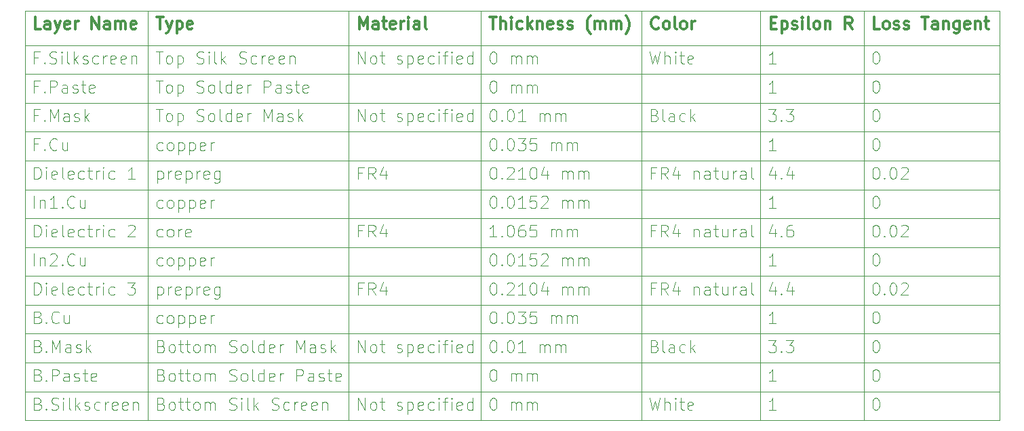
<source format=gbr>
%TF.GenerationSoftware,KiCad,Pcbnew,8.0.8-8.0.8-0~ubuntu24.04.1*%
%TF.CreationDate,2025-02-17T20:41:45+00:00*%
%TF.ProjectId,base-module,62617365-2d6d-46f6-9475-6c652e6b6963,1.0.0*%
%TF.SameCoordinates,Original*%
%TF.FileFunction,Other,User*%
%FSLAX46Y46*%
G04 Gerber Fmt 4.6, Leading zero omitted, Abs format (unit mm)*
G04 Created by KiCad (PCBNEW 8.0.8-8.0.8-0~ubuntu24.04.1) date 2025-02-17 20:41:45*
%MOMM*%
%LPD*%
G01*
G04 APERTURE LIST*
%ADD10C,0.100000*%
%ADD11C,0.300000*%
G04 APERTURE END LIST*
D10*
X263595714Y-18806000D02*
X263595714Y-69992000D01*
X158867142Y-37538000D02*
X280552858Y-37538000D01*
X158867142Y-59174000D02*
X280552858Y-59174000D01*
X158867142Y-41144000D02*
X280552858Y-41144000D01*
X158867142Y-33932000D02*
X280552858Y-33932000D01*
X158867142Y-18806000D02*
X280552858Y-18806000D01*
X158867142Y-44750000D02*
X280552858Y-44750000D01*
X250709999Y-18806000D02*
X250709999Y-69992000D01*
X215824285Y-18806000D02*
X215824285Y-69992000D01*
X199324284Y-18806000D02*
X199324284Y-69992000D01*
X235852857Y-18806000D02*
X235852857Y-69992000D01*
X158867142Y-51962000D02*
X280552858Y-51962000D01*
X158867142Y-48356000D02*
X280552858Y-48356000D01*
X158867142Y-23114000D02*
X280552858Y-23114000D01*
X158867142Y-55568000D02*
X280552858Y-55568000D01*
X158867142Y-26720000D02*
X280552858Y-26720000D01*
X158867142Y-62780000D02*
X280552858Y-62780000D01*
X280552858Y-18806000D02*
X280552858Y-69992000D01*
X158867142Y-66386000D02*
X280552858Y-66386000D01*
X158867142Y-18806000D02*
X158867142Y-69992000D01*
X158867142Y-30326000D02*
X280552858Y-30326000D01*
X174252856Y-18806000D02*
X174252856Y-69992000D01*
X158867142Y-69992000D02*
X280552858Y-69992000D01*
D11*
X252014509Y-20326114D02*
X252514509Y-20326114D01*
X252728795Y-21111828D02*
X252014509Y-21111828D01*
X252014509Y-21111828D02*
X252014509Y-19611828D01*
X252014509Y-19611828D02*
X252728795Y-19611828D01*
X253371652Y-20111828D02*
X253371652Y-21611828D01*
X253371652Y-20183257D02*
X253514510Y-20111828D01*
X253514510Y-20111828D02*
X253800224Y-20111828D01*
X253800224Y-20111828D02*
X253943081Y-20183257D01*
X253943081Y-20183257D02*
X254014510Y-20254685D01*
X254014510Y-20254685D02*
X254085938Y-20397542D01*
X254085938Y-20397542D02*
X254085938Y-20826114D01*
X254085938Y-20826114D02*
X254014510Y-20968971D01*
X254014510Y-20968971D02*
X253943081Y-21040400D01*
X253943081Y-21040400D02*
X253800224Y-21111828D01*
X253800224Y-21111828D02*
X253514510Y-21111828D01*
X253514510Y-21111828D02*
X253371652Y-21040400D01*
X254657367Y-21040400D02*
X254800224Y-21111828D01*
X254800224Y-21111828D02*
X255085938Y-21111828D01*
X255085938Y-21111828D02*
X255228795Y-21040400D01*
X255228795Y-21040400D02*
X255300224Y-20897542D01*
X255300224Y-20897542D02*
X255300224Y-20826114D01*
X255300224Y-20826114D02*
X255228795Y-20683257D01*
X255228795Y-20683257D02*
X255085938Y-20611828D01*
X255085938Y-20611828D02*
X254871653Y-20611828D01*
X254871653Y-20611828D02*
X254728795Y-20540400D01*
X254728795Y-20540400D02*
X254657367Y-20397542D01*
X254657367Y-20397542D02*
X254657367Y-20326114D01*
X254657367Y-20326114D02*
X254728795Y-20183257D01*
X254728795Y-20183257D02*
X254871653Y-20111828D01*
X254871653Y-20111828D02*
X255085938Y-20111828D01*
X255085938Y-20111828D02*
X255228795Y-20183257D01*
X255943081Y-21111828D02*
X255943081Y-20111828D01*
X255943081Y-19611828D02*
X255871653Y-19683257D01*
X255871653Y-19683257D02*
X255943081Y-19754685D01*
X255943081Y-19754685D02*
X256014510Y-19683257D01*
X256014510Y-19683257D02*
X255943081Y-19611828D01*
X255943081Y-19611828D02*
X255943081Y-19754685D01*
X256871653Y-21111828D02*
X256728796Y-21040400D01*
X256728796Y-21040400D02*
X256657367Y-20897542D01*
X256657367Y-20897542D02*
X256657367Y-19611828D01*
X257657367Y-21111828D02*
X257514510Y-21040400D01*
X257514510Y-21040400D02*
X257443081Y-20968971D01*
X257443081Y-20968971D02*
X257371653Y-20826114D01*
X257371653Y-20826114D02*
X257371653Y-20397542D01*
X257371653Y-20397542D02*
X257443081Y-20254685D01*
X257443081Y-20254685D02*
X257514510Y-20183257D01*
X257514510Y-20183257D02*
X257657367Y-20111828D01*
X257657367Y-20111828D02*
X257871653Y-20111828D01*
X257871653Y-20111828D02*
X258014510Y-20183257D01*
X258014510Y-20183257D02*
X258085939Y-20254685D01*
X258085939Y-20254685D02*
X258157367Y-20397542D01*
X258157367Y-20397542D02*
X258157367Y-20826114D01*
X258157367Y-20826114D02*
X258085939Y-20968971D01*
X258085939Y-20968971D02*
X258014510Y-21040400D01*
X258014510Y-21040400D02*
X257871653Y-21111828D01*
X257871653Y-21111828D02*
X257657367Y-21111828D01*
X258800224Y-20111828D02*
X258800224Y-21111828D01*
X258800224Y-20254685D02*
X258871653Y-20183257D01*
X258871653Y-20183257D02*
X259014510Y-20111828D01*
X259014510Y-20111828D02*
X259228796Y-20111828D01*
X259228796Y-20111828D02*
X259371653Y-20183257D01*
X259371653Y-20183257D02*
X259443082Y-20326114D01*
X259443082Y-20326114D02*
X259443082Y-21111828D01*
X262157367Y-21111828D02*
X261657367Y-20397542D01*
X261300224Y-21111828D02*
X261300224Y-19611828D01*
X261300224Y-19611828D02*
X261871653Y-19611828D01*
X261871653Y-19611828D02*
X262014510Y-19683257D01*
X262014510Y-19683257D02*
X262085939Y-19754685D01*
X262085939Y-19754685D02*
X262157367Y-19897542D01*
X262157367Y-19897542D02*
X262157367Y-20111828D01*
X262157367Y-20111828D02*
X262085939Y-20254685D01*
X262085939Y-20254685D02*
X262014510Y-20326114D01*
X262014510Y-20326114D02*
X261871653Y-20397542D01*
X261871653Y-20397542D02*
X261300224Y-20397542D01*
D10*
X217282931Y-41960228D02*
X217425788Y-41960228D01*
X217425788Y-41960228D02*
X217568645Y-42031657D01*
X217568645Y-42031657D02*
X217640074Y-42103085D01*
X217640074Y-42103085D02*
X217711502Y-42245942D01*
X217711502Y-42245942D02*
X217782931Y-42531657D01*
X217782931Y-42531657D02*
X217782931Y-42888800D01*
X217782931Y-42888800D02*
X217711502Y-43174514D01*
X217711502Y-43174514D02*
X217640074Y-43317371D01*
X217640074Y-43317371D02*
X217568645Y-43388800D01*
X217568645Y-43388800D02*
X217425788Y-43460228D01*
X217425788Y-43460228D02*
X217282931Y-43460228D01*
X217282931Y-43460228D02*
X217140074Y-43388800D01*
X217140074Y-43388800D02*
X217068645Y-43317371D01*
X217068645Y-43317371D02*
X216997216Y-43174514D01*
X216997216Y-43174514D02*
X216925788Y-42888800D01*
X216925788Y-42888800D02*
X216925788Y-42531657D01*
X216925788Y-42531657D02*
X216997216Y-42245942D01*
X216997216Y-42245942D02*
X217068645Y-42103085D01*
X217068645Y-42103085D02*
X217140074Y-42031657D01*
X217140074Y-42031657D02*
X217282931Y-41960228D01*
X218425787Y-43317371D02*
X218497216Y-43388800D01*
X218497216Y-43388800D02*
X218425787Y-43460228D01*
X218425787Y-43460228D02*
X218354359Y-43388800D01*
X218354359Y-43388800D02*
X218425787Y-43317371D01*
X218425787Y-43317371D02*
X218425787Y-43460228D01*
X219425788Y-41960228D02*
X219568645Y-41960228D01*
X219568645Y-41960228D02*
X219711502Y-42031657D01*
X219711502Y-42031657D02*
X219782931Y-42103085D01*
X219782931Y-42103085D02*
X219854359Y-42245942D01*
X219854359Y-42245942D02*
X219925788Y-42531657D01*
X219925788Y-42531657D02*
X219925788Y-42888800D01*
X219925788Y-42888800D02*
X219854359Y-43174514D01*
X219854359Y-43174514D02*
X219782931Y-43317371D01*
X219782931Y-43317371D02*
X219711502Y-43388800D01*
X219711502Y-43388800D02*
X219568645Y-43460228D01*
X219568645Y-43460228D02*
X219425788Y-43460228D01*
X219425788Y-43460228D02*
X219282931Y-43388800D01*
X219282931Y-43388800D02*
X219211502Y-43317371D01*
X219211502Y-43317371D02*
X219140073Y-43174514D01*
X219140073Y-43174514D02*
X219068645Y-42888800D01*
X219068645Y-42888800D02*
X219068645Y-42531657D01*
X219068645Y-42531657D02*
X219140073Y-42245942D01*
X219140073Y-42245942D02*
X219211502Y-42103085D01*
X219211502Y-42103085D02*
X219282931Y-42031657D01*
X219282931Y-42031657D02*
X219425788Y-41960228D01*
X221354359Y-43460228D02*
X220497216Y-43460228D01*
X220925787Y-43460228D02*
X220925787Y-41960228D01*
X220925787Y-41960228D02*
X220782930Y-42174514D01*
X220782930Y-42174514D02*
X220640073Y-42317371D01*
X220640073Y-42317371D02*
X220497216Y-42388800D01*
X222711501Y-41960228D02*
X221997215Y-41960228D01*
X221997215Y-41960228D02*
X221925787Y-42674514D01*
X221925787Y-42674514D02*
X221997215Y-42603085D01*
X221997215Y-42603085D02*
X222140073Y-42531657D01*
X222140073Y-42531657D02*
X222497215Y-42531657D01*
X222497215Y-42531657D02*
X222640073Y-42603085D01*
X222640073Y-42603085D02*
X222711501Y-42674514D01*
X222711501Y-42674514D02*
X222782930Y-42817371D01*
X222782930Y-42817371D02*
X222782930Y-43174514D01*
X222782930Y-43174514D02*
X222711501Y-43317371D01*
X222711501Y-43317371D02*
X222640073Y-43388800D01*
X222640073Y-43388800D02*
X222497215Y-43460228D01*
X222497215Y-43460228D02*
X222140073Y-43460228D01*
X222140073Y-43460228D02*
X221997215Y-43388800D01*
X221997215Y-43388800D02*
X221925787Y-43317371D01*
X223354358Y-42103085D02*
X223425786Y-42031657D01*
X223425786Y-42031657D02*
X223568644Y-41960228D01*
X223568644Y-41960228D02*
X223925786Y-41960228D01*
X223925786Y-41960228D02*
X224068644Y-42031657D01*
X224068644Y-42031657D02*
X224140072Y-42103085D01*
X224140072Y-42103085D02*
X224211501Y-42245942D01*
X224211501Y-42245942D02*
X224211501Y-42388800D01*
X224211501Y-42388800D02*
X224140072Y-42603085D01*
X224140072Y-42603085D02*
X223282929Y-43460228D01*
X223282929Y-43460228D02*
X224211501Y-43460228D01*
X225997214Y-43460228D02*
X225997214Y-42460228D01*
X225997214Y-42603085D02*
X226068643Y-42531657D01*
X226068643Y-42531657D02*
X226211500Y-42460228D01*
X226211500Y-42460228D02*
X226425786Y-42460228D01*
X226425786Y-42460228D02*
X226568643Y-42531657D01*
X226568643Y-42531657D02*
X226640072Y-42674514D01*
X226640072Y-42674514D02*
X226640072Y-43460228D01*
X226640072Y-42674514D02*
X226711500Y-42531657D01*
X226711500Y-42531657D02*
X226854357Y-42460228D01*
X226854357Y-42460228D02*
X227068643Y-42460228D01*
X227068643Y-42460228D02*
X227211500Y-42531657D01*
X227211500Y-42531657D02*
X227282929Y-42674514D01*
X227282929Y-42674514D02*
X227282929Y-43460228D01*
X227997214Y-43460228D02*
X227997214Y-42460228D01*
X227997214Y-42603085D02*
X228068643Y-42531657D01*
X228068643Y-42531657D02*
X228211500Y-42460228D01*
X228211500Y-42460228D02*
X228425786Y-42460228D01*
X228425786Y-42460228D02*
X228568643Y-42531657D01*
X228568643Y-42531657D02*
X228640072Y-42674514D01*
X228640072Y-42674514D02*
X228640072Y-43460228D01*
X228640072Y-42674514D02*
X228711500Y-42531657D01*
X228711500Y-42531657D02*
X228854357Y-42460228D01*
X228854357Y-42460228D02*
X229068643Y-42460228D01*
X229068643Y-42460228D02*
X229211500Y-42531657D01*
X229211500Y-42531657D02*
X229282929Y-42674514D01*
X229282929Y-42674514D02*
X229282929Y-43460228D01*
X200997215Y-53492514D02*
X200497215Y-53492514D01*
X200497215Y-54278228D02*
X200497215Y-52778228D01*
X200497215Y-52778228D02*
X201211501Y-52778228D01*
X202640072Y-54278228D02*
X202140072Y-53563942D01*
X201782929Y-54278228D02*
X201782929Y-52778228D01*
X201782929Y-52778228D02*
X202354358Y-52778228D01*
X202354358Y-52778228D02*
X202497215Y-52849657D01*
X202497215Y-52849657D02*
X202568644Y-52921085D01*
X202568644Y-52921085D02*
X202640072Y-53063942D01*
X202640072Y-53063942D02*
X202640072Y-53278228D01*
X202640072Y-53278228D02*
X202568644Y-53421085D01*
X202568644Y-53421085D02*
X202497215Y-53492514D01*
X202497215Y-53492514D02*
X202354358Y-53563942D01*
X202354358Y-53563942D02*
X201782929Y-53563942D01*
X203925787Y-53278228D02*
X203925787Y-54278228D01*
X203568644Y-52706800D02*
X203211501Y-53778228D01*
X203211501Y-53778228D02*
X204140072Y-53778228D01*
X160040073Y-39854228D02*
X160040073Y-38354228D01*
X160040073Y-38354228D02*
X160397216Y-38354228D01*
X160397216Y-38354228D02*
X160611502Y-38425657D01*
X160611502Y-38425657D02*
X160754359Y-38568514D01*
X160754359Y-38568514D02*
X160825788Y-38711371D01*
X160825788Y-38711371D02*
X160897216Y-38997085D01*
X160897216Y-38997085D02*
X160897216Y-39211371D01*
X160897216Y-39211371D02*
X160825788Y-39497085D01*
X160825788Y-39497085D02*
X160754359Y-39639942D01*
X160754359Y-39639942D02*
X160611502Y-39782800D01*
X160611502Y-39782800D02*
X160397216Y-39854228D01*
X160397216Y-39854228D02*
X160040073Y-39854228D01*
X161540073Y-39854228D02*
X161540073Y-38854228D01*
X161540073Y-38354228D02*
X161468645Y-38425657D01*
X161468645Y-38425657D02*
X161540073Y-38497085D01*
X161540073Y-38497085D02*
X161611502Y-38425657D01*
X161611502Y-38425657D02*
X161540073Y-38354228D01*
X161540073Y-38354228D02*
X161540073Y-38497085D01*
X162825788Y-39782800D02*
X162682931Y-39854228D01*
X162682931Y-39854228D02*
X162397217Y-39854228D01*
X162397217Y-39854228D02*
X162254359Y-39782800D01*
X162254359Y-39782800D02*
X162182931Y-39639942D01*
X162182931Y-39639942D02*
X162182931Y-39068514D01*
X162182931Y-39068514D02*
X162254359Y-38925657D01*
X162254359Y-38925657D02*
X162397217Y-38854228D01*
X162397217Y-38854228D02*
X162682931Y-38854228D01*
X162682931Y-38854228D02*
X162825788Y-38925657D01*
X162825788Y-38925657D02*
X162897217Y-39068514D01*
X162897217Y-39068514D02*
X162897217Y-39211371D01*
X162897217Y-39211371D02*
X162182931Y-39354228D01*
X163754359Y-39854228D02*
X163611502Y-39782800D01*
X163611502Y-39782800D02*
X163540073Y-39639942D01*
X163540073Y-39639942D02*
X163540073Y-38354228D01*
X164897216Y-39782800D02*
X164754359Y-39854228D01*
X164754359Y-39854228D02*
X164468645Y-39854228D01*
X164468645Y-39854228D02*
X164325787Y-39782800D01*
X164325787Y-39782800D02*
X164254359Y-39639942D01*
X164254359Y-39639942D02*
X164254359Y-39068514D01*
X164254359Y-39068514D02*
X164325787Y-38925657D01*
X164325787Y-38925657D02*
X164468645Y-38854228D01*
X164468645Y-38854228D02*
X164754359Y-38854228D01*
X164754359Y-38854228D02*
X164897216Y-38925657D01*
X164897216Y-38925657D02*
X164968645Y-39068514D01*
X164968645Y-39068514D02*
X164968645Y-39211371D01*
X164968645Y-39211371D02*
X164254359Y-39354228D01*
X166254359Y-39782800D02*
X166111501Y-39854228D01*
X166111501Y-39854228D02*
X165825787Y-39854228D01*
X165825787Y-39854228D02*
X165682930Y-39782800D01*
X165682930Y-39782800D02*
X165611501Y-39711371D01*
X165611501Y-39711371D02*
X165540073Y-39568514D01*
X165540073Y-39568514D02*
X165540073Y-39139942D01*
X165540073Y-39139942D02*
X165611501Y-38997085D01*
X165611501Y-38997085D02*
X165682930Y-38925657D01*
X165682930Y-38925657D02*
X165825787Y-38854228D01*
X165825787Y-38854228D02*
X166111501Y-38854228D01*
X166111501Y-38854228D02*
X166254359Y-38925657D01*
X166682930Y-38854228D02*
X167254358Y-38854228D01*
X166897215Y-38354228D02*
X166897215Y-39639942D01*
X166897215Y-39639942D02*
X166968644Y-39782800D01*
X166968644Y-39782800D02*
X167111501Y-39854228D01*
X167111501Y-39854228D02*
X167254358Y-39854228D01*
X167754358Y-39854228D02*
X167754358Y-38854228D01*
X167754358Y-39139942D02*
X167825787Y-38997085D01*
X167825787Y-38997085D02*
X167897216Y-38925657D01*
X167897216Y-38925657D02*
X168040073Y-38854228D01*
X168040073Y-38854228D02*
X168182930Y-38854228D01*
X168682929Y-39854228D02*
X168682929Y-38854228D01*
X168682929Y-38354228D02*
X168611501Y-38425657D01*
X168611501Y-38425657D02*
X168682929Y-38497085D01*
X168682929Y-38497085D02*
X168754358Y-38425657D01*
X168754358Y-38425657D02*
X168682929Y-38354228D01*
X168682929Y-38354228D02*
X168682929Y-38497085D01*
X170040073Y-39782800D02*
X169897215Y-39854228D01*
X169897215Y-39854228D02*
X169611501Y-39854228D01*
X169611501Y-39854228D02*
X169468644Y-39782800D01*
X169468644Y-39782800D02*
X169397215Y-39711371D01*
X169397215Y-39711371D02*
X169325787Y-39568514D01*
X169325787Y-39568514D02*
X169325787Y-39139942D01*
X169325787Y-39139942D02*
X169397215Y-38997085D01*
X169397215Y-38997085D02*
X169468644Y-38925657D01*
X169468644Y-38925657D02*
X169611501Y-38854228D01*
X169611501Y-38854228D02*
X169897215Y-38854228D01*
X169897215Y-38854228D02*
X170040073Y-38925657D01*
X172611501Y-39854228D02*
X171754358Y-39854228D01*
X172182929Y-39854228D02*
X172182929Y-38354228D01*
X172182929Y-38354228D02*
X172040072Y-38568514D01*
X172040072Y-38568514D02*
X171897215Y-38711371D01*
X171897215Y-38711371D02*
X171754358Y-38782800D01*
X265054360Y-63596228D02*
X265197217Y-63596228D01*
X265197217Y-63596228D02*
X265340074Y-63667657D01*
X265340074Y-63667657D02*
X265411503Y-63739085D01*
X265411503Y-63739085D02*
X265482931Y-63881942D01*
X265482931Y-63881942D02*
X265554360Y-64167657D01*
X265554360Y-64167657D02*
X265554360Y-64524800D01*
X265554360Y-64524800D02*
X265482931Y-64810514D01*
X265482931Y-64810514D02*
X265411503Y-64953371D01*
X265411503Y-64953371D02*
X265340074Y-65024800D01*
X265340074Y-65024800D02*
X265197217Y-65096228D01*
X265197217Y-65096228D02*
X265054360Y-65096228D01*
X265054360Y-65096228D02*
X264911503Y-65024800D01*
X264911503Y-65024800D02*
X264840074Y-64953371D01*
X264840074Y-64953371D02*
X264768645Y-64810514D01*
X264768645Y-64810514D02*
X264697217Y-64524800D01*
X264697217Y-64524800D02*
X264697217Y-64167657D01*
X264697217Y-64167657D02*
X264768645Y-63881942D01*
X264768645Y-63881942D02*
X264840074Y-63739085D01*
X264840074Y-63739085D02*
X264911503Y-63667657D01*
X264911503Y-63667657D02*
X265054360Y-63596228D01*
X175925787Y-64310514D02*
X176140073Y-64381942D01*
X176140073Y-64381942D02*
X176211502Y-64453371D01*
X176211502Y-64453371D02*
X176282930Y-64596228D01*
X176282930Y-64596228D02*
X176282930Y-64810514D01*
X176282930Y-64810514D02*
X176211502Y-64953371D01*
X176211502Y-64953371D02*
X176140073Y-65024800D01*
X176140073Y-65024800D02*
X175997216Y-65096228D01*
X175997216Y-65096228D02*
X175425787Y-65096228D01*
X175425787Y-65096228D02*
X175425787Y-63596228D01*
X175425787Y-63596228D02*
X175925787Y-63596228D01*
X175925787Y-63596228D02*
X176068645Y-63667657D01*
X176068645Y-63667657D02*
X176140073Y-63739085D01*
X176140073Y-63739085D02*
X176211502Y-63881942D01*
X176211502Y-63881942D02*
X176211502Y-64024800D01*
X176211502Y-64024800D02*
X176140073Y-64167657D01*
X176140073Y-64167657D02*
X176068645Y-64239085D01*
X176068645Y-64239085D02*
X175925787Y-64310514D01*
X175925787Y-64310514D02*
X175425787Y-64310514D01*
X177140073Y-65096228D02*
X176997216Y-65024800D01*
X176997216Y-65024800D02*
X176925787Y-64953371D01*
X176925787Y-64953371D02*
X176854359Y-64810514D01*
X176854359Y-64810514D02*
X176854359Y-64381942D01*
X176854359Y-64381942D02*
X176925787Y-64239085D01*
X176925787Y-64239085D02*
X176997216Y-64167657D01*
X176997216Y-64167657D02*
X177140073Y-64096228D01*
X177140073Y-64096228D02*
X177354359Y-64096228D01*
X177354359Y-64096228D02*
X177497216Y-64167657D01*
X177497216Y-64167657D02*
X177568645Y-64239085D01*
X177568645Y-64239085D02*
X177640073Y-64381942D01*
X177640073Y-64381942D02*
X177640073Y-64810514D01*
X177640073Y-64810514D02*
X177568645Y-64953371D01*
X177568645Y-64953371D02*
X177497216Y-65024800D01*
X177497216Y-65024800D02*
X177354359Y-65096228D01*
X177354359Y-65096228D02*
X177140073Y-65096228D01*
X178068645Y-64096228D02*
X178640073Y-64096228D01*
X178282930Y-63596228D02*
X178282930Y-64881942D01*
X178282930Y-64881942D02*
X178354359Y-65024800D01*
X178354359Y-65024800D02*
X178497216Y-65096228D01*
X178497216Y-65096228D02*
X178640073Y-65096228D01*
X178925788Y-64096228D02*
X179497216Y-64096228D01*
X179140073Y-63596228D02*
X179140073Y-64881942D01*
X179140073Y-64881942D02*
X179211502Y-65024800D01*
X179211502Y-65024800D02*
X179354359Y-65096228D01*
X179354359Y-65096228D02*
X179497216Y-65096228D01*
X180211502Y-65096228D02*
X180068645Y-65024800D01*
X180068645Y-65024800D02*
X179997216Y-64953371D01*
X179997216Y-64953371D02*
X179925788Y-64810514D01*
X179925788Y-64810514D02*
X179925788Y-64381942D01*
X179925788Y-64381942D02*
X179997216Y-64239085D01*
X179997216Y-64239085D02*
X180068645Y-64167657D01*
X180068645Y-64167657D02*
X180211502Y-64096228D01*
X180211502Y-64096228D02*
X180425788Y-64096228D01*
X180425788Y-64096228D02*
X180568645Y-64167657D01*
X180568645Y-64167657D02*
X180640074Y-64239085D01*
X180640074Y-64239085D02*
X180711502Y-64381942D01*
X180711502Y-64381942D02*
X180711502Y-64810514D01*
X180711502Y-64810514D02*
X180640074Y-64953371D01*
X180640074Y-64953371D02*
X180568645Y-65024800D01*
X180568645Y-65024800D02*
X180425788Y-65096228D01*
X180425788Y-65096228D02*
X180211502Y-65096228D01*
X181354359Y-65096228D02*
X181354359Y-64096228D01*
X181354359Y-64239085D02*
X181425788Y-64167657D01*
X181425788Y-64167657D02*
X181568645Y-64096228D01*
X181568645Y-64096228D02*
X181782931Y-64096228D01*
X181782931Y-64096228D02*
X181925788Y-64167657D01*
X181925788Y-64167657D02*
X181997217Y-64310514D01*
X181997217Y-64310514D02*
X181997217Y-65096228D01*
X181997217Y-64310514D02*
X182068645Y-64167657D01*
X182068645Y-64167657D02*
X182211502Y-64096228D01*
X182211502Y-64096228D02*
X182425788Y-64096228D01*
X182425788Y-64096228D02*
X182568645Y-64167657D01*
X182568645Y-64167657D02*
X182640074Y-64310514D01*
X182640074Y-64310514D02*
X182640074Y-65096228D01*
X184425788Y-65024800D02*
X184640074Y-65096228D01*
X184640074Y-65096228D02*
X184997216Y-65096228D01*
X184997216Y-65096228D02*
X185140074Y-65024800D01*
X185140074Y-65024800D02*
X185211502Y-64953371D01*
X185211502Y-64953371D02*
X185282931Y-64810514D01*
X185282931Y-64810514D02*
X185282931Y-64667657D01*
X185282931Y-64667657D02*
X185211502Y-64524800D01*
X185211502Y-64524800D02*
X185140074Y-64453371D01*
X185140074Y-64453371D02*
X184997216Y-64381942D01*
X184997216Y-64381942D02*
X184711502Y-64310514D01*
X184711502Y-64310514D02*
X184568645Y-64239085D01*
X184568645Y-64239085D02*
X184497216Y-64167657D01*
X184497216Y-64167657D02*
X184425788Y-64024800D01*
X184425788Y-64024800D02*
X184425788Y-63881942D01*
X184425788Y-63881942D02*
X184497216Y-63739085D01*
X184497216Y-63739085D02*
X184568645Y-63667657D01*
X184568645Y-63667657D02*
X184711502Y-63596228D01*
X184711502Y-63596228D02*
X185068645Y-63596228D01*
X185068645Y-63596228D02*
X185282931Y-63667657D01*
X186140073Y-65096228D02*
X185997216Y-65024800D01*
X185997216Y-65024800D02*
X185925787Y-64953371D01*
X185925787Y-64953371D02*
X185854359Y-64810514D01*
X185854359Y-64810514D02*
X185854359Y-64381942D01*
X185854359Y-64381942D02*
X185925787Y-64239085D01*
X185925787Y-64239085D02*
X185997216Y-64167657D01*
X185997216Y-64167657D02*
X186140073Y-64096228D01*
X186140073Y-64096228D02*
X186354359Y-64096228D01*
X186354359Y-64096228D02*
X186497216Y-64167657D01*
X186497216Y-64167657D02*
X186568645Y-64239085D01*
X186568645Y-64239085D02*
X186640073Y-64381942D01*
X186640073Y-64381942D02*
X186640073Y-64810514D01*
X186640073Y-64810514D02*
X186568645Y-64953371D01*
X186568645Y-64953371D02*
X186497216Y-65024800D01*
X186497216Y-65024800D02*
X186354359Y-65096228D01*
X186354359Y-65096228D02*
X186140073Y-65096228D01*
X187497216Y-65096228D02*
X187354359Y-65024800D01*
X187354359Y-65024800D02*
X187282930Y-64881942D01*
X187282930Y-64881942D02*
X187282930Y-63596228D01*
X188711502Y-65096228D02*
X188711502Y-63596228D01*
X188711502Y-65024800D02*
X188568644Y-65096228D01*
X188568644Y-65096228D02*
X188282930Y-65096228D01*
X188282930Y-65096228D02*
X188140073Y-65024800D01*
X188140073Y-65024800D02*
X188068644Y-64953371D01*
X188068644Y-64953371D02*
X187997216Y-64810514D01*
X187997216Y-64810514D02*
X187997216Y-64381942D01*
X187997216Y-64381942D02*
X188068644Y-64239085D01*
X188068644Y-64239085D02*
X188140073Y-64167657D01*
X188140073Y-64167657D02*
X188282930Y-64096228D01*
X188282930Y-64096228D02*
X188568644Y-64096228D01*
X188568644Y-64096228D02*
X188711502Y-64167657D01*
X189997216Y-65024800D02*
X189854359Y-65096228D01*
X189854359Y-65096228D02*
X189568645Y-65096228D01*
X189568645Y-65096228D02*
X189425787Y-65024800D01*
X189425787Y-65024800D02*
X189354359Y-64881942D01*
X189354359Y-64881942D02*
X189354359Y-64310514D01*
X189354359Y-64310514D02*
X189425787Y-64167657D01*
X189425787Y-64167657D02*
X189568645Y-64096228D01*
X189568645Y-64096228D02*
X189854359Y-64096228D01*
X189854359Y-64096228D02*
X189997216Y-64167657D01*
X189997216Y-64167657D02*
X190068645Y-64310514D01*
X190068645Y-64310514D02*
X190068645Y-64453371D01*
X190068645Y-64453371D02*
X189354359Y-64596228D01*
X190711501Y-65096228D02*
X190711501Y-64096228D01*
X190711501Y-64381942D02*
X190782930Y-64239085D01*
X190782930Y-64239085D02*
X190854359Y-64167657D01*
X190854359Y-64167657D02*
X190997216Y-64096228D01*
X190997216Y-64096228D02*
X191140073Y-64096228D01*
X192782929Y-65096228D02*
X192782929Y-63596228D01*
X192782929Y-63596228D02*
X193354358Y-63596228D01*
X193354358Y-63596228D02*
X193497215Y-63667657D01*
X193497215Y-63667657D02*
X193568644Y-63739085D01*
X193568644Y-63739085D02*
X193640072Y-63881942D01*
X193640072Y-63881942D02*
X193640072Y-64096228D01*
X193640072Y-64096228D02*
X193568644Y-64239085D01*
X193568644Y-64239085D02*
X193497215Y-64310514D01*
X193497215Y-64310514D02*
X193354358Y-64381942D01*
X193354358Y-64381942D02*
X192782929Y-64381942D01*
X194925787Y-65096228D02*
X194925787Y-64310514D01*
X194925787Y-64310514D02*
X194854358Y-64167657D01*
X194854358Y-64167657D02*
X194711501Y-64096228D01*
X194711501Y-64096228D02*
X194425787Y-64096228D01*
X194425787Y-64096228D02*
X194282929Y-64167657D01*
X194925787Y-65024800D02*
X194782929Y-65096228D01*
X194782929Y-65096228D02*
X194425787Y-65096228D01*
X194425787Y-65096228D02*
X194282929Y-65024800D01*
X194282929Y-65024800D02*
X194211501Y-64881942D01*
X194211501Y-64881942D02*
X194211501Y-64739085D01*
X194211501Y-64739085D02*
X194282929Y-64596228D01*
X194282929Y-64596228D02*
X194425787Y-64524800D01*
X194425787Y-64524800D02*
X194782929Y-64524800D01*
X194782929Y-64524800D02*
X194925787Y-64453371D01*
X195568644Y-65024800D02*
X195711501Y-65096228D01*
X195711501Y-65096228D02*
X195997215Y-65096228D01*
X195997215Y-65096228D02*
X196140072Y-65024800D01*
X196140072Y-65024800D02*
X196211501Y-64881942D01*
X196211501Y-64881942D02*
X196211501Y-64810514D01*
X196211501Y-64810514D02*
X196140072Y-64667657D01*
X196140072Y-64667657D02*
X195997215Y-64596228D01*
X195997215Y-64596228D02*
X195782930Y-64596228D01*
X195782930Y-64596228D02*
X195640072Y-64524800D01*
X195640072Y-64524800D02*
X195568644Y-64381942D01*
X195568644Y-64381942D02*
X195568644Y-64310514D01*
X195568644Y-64310514D02*
X195640072Y-64167657D01*
X195640072Y-64167657D02*
X195782930Y-64096228D01*
X195782930Y-64096228D02*
X195997215Y-64096228D01*
X195997215Y-64096228D02*
X196140072Y-64167657D01*
X196640073Y-64096228D02*
X197211501Y-64096228D01*
X196854358Y-63596228D02*
X196854358Y-64881942D01*
X196854358Y-64881942D02*
X196925787Y-65024800D01*
X196925787Y-65024800D02*
X197068644Y-65096228D01*
X197068644Y-65096228D02*
X197211501Y-65096228D01*
X198282930Y-65024800D02*
X198140073Y-65096228D01*
X198140073Y-65096228D02*
X197854359Y-65096228D01*
X197854359Y-65096228D02*
X197711501Y-65024800D01*
X197711501Y-65024800D02*
X197640073Y-64881942D01*
X197640073Y-64881942D02*
X197640073Y-64310514D01*
X197640073Y-64310514D02*
X197711501Y-64167657D01*
X197711501Y-64167657D02*
X197854359Y-64096228D01*
X197854359Y-64096228D02*
X198140073Y-64096228D01*
X198140073Y-64096228D02*
X198282930Y-64167657D01*
X198282930Y-64167657D02*
X198354359Y-64310514D01*
X198354359Y-64310514D02*
X198354359Y-64453371D01*
X198354359Y-64453371D02*
X197640073Y-64596228D01*
X217282931Y-63596228D02*
X217425788Y-63596228D01*
X217425788Y-63596228D02*
X217568645Y-63667657D01*
X217568645Y-63667657D02*
X217640074Y-63739085D01*
X217640074Y-63739085D02*
X217711502Y-63881942D01*
X217711502Y-63881942D02*
X217782931Y-64167657D01*
X217782931Y-64167657D02*
X217782931Y-64524800D01*
X217782931Y-64524800D02*
X217711502Y-64810514D01*
X217711502Y-64810514D02*
X217640074Y-64953371D01*
X217640074Y-64953371D02*
X217568645Y-65024800D01*
X217568645Y-65024800D02*
X217425788Y-65096228D01*
X217425788Y-65096228D02*
X217282931Y-65096228D01*
X217282931Y-65096228D02*
X217140074Y-65024800D01*
X217140074Y-65024800D02*
X217068645Y-64953371D01*
X217068645Y-64953371D02*
X216997216Y-64810514D01*
X216997216Y-64810514D02*
X216925788Y-64524800D01*
X216925788Y-64524800D02*
X216925788Y-64167657D01*
X216925788Y-64167657D02*
X216997216Y-63881942D01*
X216997216Y-63881942D02*
X217068645Y-63739085D01*
X217068645Y-63739085D02*
X217140074Y-63667657D01*
X217140074Y-63667657D02*
X217282931Y-63596228D01*
X219568644Y-65096228D02*
X219568644Y-64096228D01*
X219568644Y-64239085D02*
X219640073Y-64167657D01*
X219640073Y-64167657D02*
X219782930Y-64096228D01*
X219782930Y-64096228D02*
X219997216Y-64096228D01*
X219997216Y-64096228D02*
X220140073Y-64167657D01*
X220140073Y-64167657D02*
X220211502Y-64310514D01*
X220211502Y-64310514D02*
X220211502Y-65096228D01*
X220211502Y-64310514D02*
X220282930Y-64167657D01*
X220282930Y-64167657D02*
X220425787Y-64096228D01*
X220425787Y-64096228D02*
X220640073Y-64096228D01*
X220640073Y-64096228D02*
X220782930Y-64167657D01*
X220782930Y-64167657D02*
X220854359Y-64310514D01*
X220854359Y-64310514D02*
X220854359Y-65096228D01*
X221568644Y-65096228D02*
X221568644Y-64096228D01*
X221568644Y-64239085D02*
X221640073Y-64167657D01*
X221640073Y-64167657D02*
X221782930Y-64096228D01*
X221782930Y-64096228D02*
X221997216Y-64096228D01*
X221997216Y-64096228D02*
X222140073Y-64167657D01*
X222140073Y-64167657D02*
X222211502Y-64310514D01*
X222211502Y-64310514D02*
X222211502Y-65096228D01*
X222211502Y-64310514D02*
X222282930Y-64167657D01*
X222282930Y-64167657D02*
X222425787Y-64096228D01*
X222425787Y-64096228D02*
X222640073Y-64096228D01*
X222640073Y-64096228D02*
X222782930Y-64167657D01*
X222782930Y-64167657D02*
X222854359Y-64310514D01*
X222854359Y-64310514D02*
X222854359Y-65096228D01*
X265054360Y-34748228D02*
X265197217Y-34748228D01*
X265197217Y-34748228D02*
X265340074Y-34819657D01*
X265340074Y-34819657D02*
X265411503Y-34891085D01*
X265411503Y-34891085D02*
X265482931Y-35033942D01*
X265482931Y-35033942D02*
X265554360Y-35319657D01*
X265554360Y-35319657D02*
X265554360Y-35676800D01*
X265554360Y-35676800D02*
X265482931Y-35962514D01*
X265482931Y-35962514D02*
X265411503Y-36105371D01*
X265411503Y-36105371D02*
X265340074Y-36176800D01*
X265340074Y-36176800D02*
X265197217Y-36248228D01*
X265197217Y-36248228D02*
X265054360Y-36248228D01*
X265054360Y-36248228D02*
X264911503Y-36176800D01*
X264911503Y-36176800D02*
X264840074Y-36105371D01*
X264840074Y-36105371D02*
X264768645Y-35962514D01*
X264768645Y-35962514D02*
X264697217Y-35676800D01*
X264697217Y-35676800D02*
X264697217Y-35319657D01*
X264697217Y-35319657D02*
X264768645Y-35033942D01*
X264768645Y-35033942D02*
X264840074Y-34891085D01*
X264840074Y-34891085D02*
X264911503Y-34819657D01*
X264911503Y-34819657D02*
X265054360Y-34748228D01*
X217282931Y-52778228D02*
X217425788Y-52778228D01*
X217425788Y-52778228D02*
X217568645Y-52849657D01*
X217568645Y-52849657D02*
X217640074Y-52921085D01*
X217640074Y-52921085D02*
X217711502Y-53063942D01*
X217711502Y-53063942D02*
X217782931Y-53349657D01*
X217782931Y-53349657D02*
X217782931Y-53706800D01*
X217782931Y-53706800D02*
X217711502Y-53992514D01*
X217711502Y-53992514D02*
X217640074Y-54135371D01*
X217640074Y-54135371D02*
X217568645Y-54206800D01*
X217568645Y-54206800D02*
X217425788Y-54278228D01*
X217425788Y-54278228D02*
X217282931Y-54278228D01*
X217282931Y-54278228D02*
X217140074Y-54206800D01*
X217140074Y-54206800D02*
X217068645Y-54135371D01*
X217068645Y-54135371D02*
X216997216Y-53992514D01*
X216997216Y-53992514D02*
X216925788Y-53706800D01*
X216925788Y-53706800D02*
X216925788Y-53349657D01*
X216925788Y-53349657D02*
X216997216Y-53063942D01*
X216997216Y-53063942D02*
X217068645Y-52921085D01*
X217068645Y-52921085D02*
X217140074Y-52849657D01*
X217140074Y-52849657D02*
X217282931Y-52778228D01*
X218425787Y-54135371D02*
X218497216Y-54206800D01*
X218497216Y-54206800D02*
X218425787Y-54278228D01*
X218425787Y-54278228D02*
X218354359Y-54206800D01*
X218354359Y-54206800D02*
X218425787Y-54135371D01*
X218425787Y-54135371D02*
X218425787Y-54278228D01*
X219068645Y-52921085D02*
X219140073Y-52849657D01*
X219140073Y-52849657D02*
X219282931Y-52778228D01*
X219282931Y-52778228D02*
X219640073Y-52778228D01*
X219640073Y-52778228D02*
X219782931Y-52849657D01*
X219782931Y-52849657D02*
X219854359Y-52921085D01*
X219854359Y-52921085D02*
X219925788Y-53063942D01*
X219925788Y-53063942D02*
X219925788Y-53206800D01*
X219925788Y-53206800D02*
X219854359Y-53421085D01*
X219854359Y-53421085D02*
X218997216Y-54278228D01*
X218997216Y-54278228D02*
X219925788Y-54278228D01*
X221354359Y-54278228D02*
X220497216Y-54278228D01*
X220925787Y-54278228D02*
X220925787Y-52778228D01*
X220925787Y-52778228D02*
X220782930Y-52992514D01*
X220782930Y-52992514D02*
X220640073Y-53135371D01*
X220640073Y-53135371D02*
X220497216Y-53206800D01*
X222282930Y-52778228D02*
X222425787Y-52778228D01*
X222425787Y-52778228D02*
X222568644Y-52849657D01*
X222568644Y-52849657D02*
X222640073Y-52921085D01*
X222640073Y-52921085D02*
X222711501Y-53063942D01*
X222711501Y-53063942D02*
X222782930Y-53349657D01*
X222782930Y-53349657D02*
X222782930Y-53706800D01*
X222782930Y-53706800D02*
X222711501Y-53992514D01*
X222711501Y-53992514D02*
X222640073Y-54135371D01*
X222640073Y-54135371D02*
X222568644Y-54206800D01*
X222568644Y-54206800D02*
X222425787Y-54278228D01*
X222425787Y-54278228D02*
X222282930Y-54278228D01*
X222282930Y-54278228D02*
X222140073Y-54206800D01*
X222140073Y-54206800D02*
X222068644Y-54135371D01*
X222068644Y-54135371D02*
X221997215Y-53992514D01*
X221997215Y-53992514D02*
X221925787Y-53706800D01*
X221925787Y-53706800D02*
X221925787Y-53349657D01*
X221925787Y-53349657D02*
X221997215Y-53063942D01*
X221997215Y-53063942D02*
X222068644Y-52921085D01*
X222068644Y-52921085D02*
X222140073Y-52849657D01*
X222140073Y-52849657D02*
X222282930Y-52778228D01*
X224068644Y-53278228D02*
X224068644Y-54278228D01*
X223711501Y-52706800D02*
X223354358Y-53778228D01*
X223354358Y-53778228D02*
X224282929Y-53778228D01*
X225997214Y-54278228D02*
X225997214Y-53278228D01*
X225997214Y-53421085D02*
X226068643Y-53349657D01*
X226068643Y-53349657D02*
X226211500Y-53278228D01*
X226211500Y-53278228D02*
X226425786Y-53278228D01*
X226425786Y-53278228D02*
X226568643Y-53349657D01*
X226568643Y-53349657D02*
X226640072Y-53492514D01*
X226640072Y-53492514D02*
X226640072Y-54278228D01*
X226640072Y-53492514D02*
X226711500Y-53349657D01*
X226711500Y-53349657D02*
X226854357Y-53278228D01*
X226854357Y-53278228D02*
X227068643Y-53278228D01*
X227068643Y-53278228D02*
X227211500Y-53349657D01*
X227211500Y-53349657D02*
X227282929Y-53492514D01*
X227282929Y-53492514D02*
X227282929Y-54278228D01*
X227997214Y-54278228D02*
X227997214Y-53278228D01*
X227997214Y-53421085D02*
X228068643Y-53349657D01*
X228068643Y-53349657D02*
X228211500Y-53278228D01*
X228211500Y-53278228D02*
X228425786Y-53278228D01*
X228425786Y-53278228D02*
X228568643Y-53349657D01*
X228568643Y-53349657D02*
X228640072Y-53492514D01*
X228640072Y-53492514D02*
X228640072Y-54278228D01*
X228640072Y-53492514D02*
X228711500Y-53349657D01*
X228711500Y-53349657D02*
X228854357Y-53278228D01*
X228854357Y-53278228D02*
X229068643Y-53278228D01*
X229068643Y-53278228D02*
X229211500Y-53349657D01*
X229211500Y-53349657D02*
X229282929Y-53492514D01*
X229282929Y-53492514D02*
X229282929Y-54278228D01*
X160540073Y-67916514D02*
X160754359Y-67987942D01*
X160754359Y-67987942D02*
X160825788Y-68059371D01*
X160825788Y-68059371D02*
X160897216Y-68202228D01*
X160897216Y-68202228D02*
X160897216Y-68416514D01*
X160897216Y-68416514D02*
X160825788Y-68559371D01*
X160825788Y-68559371D02*
X160754359Y-68630800D01*
X160754359Y-68630800D02*
X160611502Y-68702228D01*
X160611502Y-68702228D02*
X160040073Y-68702228D01*
X160040073Y-68702228D02*
X160040073Y-67202228D01*
X160040073Y-67202228D02*
X160540073Y-67202228D01*
X160540073Y-67202228D02*
X160682931Y-67273657D01*
X160682931Y-67273657D02*
X160754359Y-67345085D01*
X160754359Y-67345085D02*
X160825788Y-67487942D01*
X160825788Y-67487942D02*
X160825788Y-67630800D01*
X160825788Y-67630800D02*
X160754359Y-67773657D01*
X160754359Y-67773657D02*
X160682931Y-67845085D01*
X160682931Y-67845085D02*
X160540073Y-67916514D01*
X160540073Y-67916514D02*
X160040073Y-67916514D01*
X161540073Y-68559371D02*
X161611502Y-68630800D01*
X161611502Y-68630800D02*
X161540073Y-68702228D01*
X161540073Y-68702228D02*
X161468645Y-68630800D01*
X161468645Y-68630800D02*
X161540073Y-68559371D01*
X161540073Y-68559371D02*
X161540073Y-68702228D01*
X162182931Y-68630800D02*
X162397217Y-68702228D01*
X162397217Y-68702228D02*
X162754359Y-68702228D01*
X162754359Y-68702228D02*
X162897217Y-68630800D01*
X162897217Y-68630800D02*
X162968645Y-68559371D01*
X162968645Y-68559371D02*
X163040074Y-68416514D01*
X163040074Y-68416514D02*
X163040074Y-68273657D01*
X163040074Y-68273657D02*
X162968645Y-68130800D01*
X162968645Y-68130800D02*
X162897217Y-68059371D01*
X162897217Y-68059371D02*
X162754359Y-67987942D01*
X162754359Y-67987942D02*
X162468645Y-67916514D01*
X162468645Y-67916514D02*
X162325788Y-67845085D01*
X162325788Y-67845085D02*
X162254359Y-67773657D01*
X162254359Y-67773657D02*
X162182931Y-67630800D01*
X162182931Y-67630800D02*
X162182931Y-67487942D01*
X162182931Y-67487942D02*
X162254359Y-67345085D01*
X162254359Y-67345085D02*
X162325788Y-67273657D01*
X162325788Y-67273657D02*
X162468645Y-67202228D01*
X162468645Y-67202228D02*
X162825788Y-67202228D01*
X162825788Y-67202228D02*
X163040074Y-67273657D01*
X163682930Y-68702228D02*
X163682930Y-67702228D01*
X163682930Y-67202228D02*
X163611502Y-67273657D01*
X163611502Y-67273657D02*
X163682930Y-67345085D01*
X163682930Y-67345085D02*
X163754359Y-67273657D01*
X163754359Y-67273657D02*
X163682930Y-67202228D01*
X163682930Y-67202228D02*
X163682930Y-67345085D01*
X164611502Y-68702228D02*
X164468645Y-68630800D01*
X164468645Y-68630800D02*
X164397216Y-68487942D01*
X164397216Y-68487942D02*
X164397216Y-67202228D01*
X165182930Y-68702228D02*
X165182930Y-67202228D01*
X165325788Y-68130800D02*
X165754359Y-68702228D01*
X165754359Y-67702228D02*
X165182930Y-68273657D01*
X166325788Y-68630800D02*
X166468645Y-68702228D01*
X166468645Y-68702228D02*
X166754359Y-68702228D01*
X166754359Y-68702228D02*
X166897216Y-68630800D01*
X166897216Y-68630800D02*
X166968645Y-68487942D01*
X166968645Y-68487942D02*
X166968645Y-68416514D01*
X166968645Y-68416514D02*
X166897216Y-68273657D01*
X166897216Y-68273657D02*
X166754359Y-68202228D01*
X166754359Y-68202228D02*
X166540074Y-68202228D01*
X166540074Y-68202228D02*
X166397216Y-68130800D01*
X166397216Y-68130800D02*
X166325788Y-67987942D01*
X166325788Y-67987942D02*
X166325788Y-67916514D01*
X166325788Y-67916514D02*
X166397216Y-67773657D01*
X166397216Y-67773657D02*
X166540074Y-67702228D01*
X166540074Y-67702228D02*
X166754359Y-67702228D01*
X166754359Y-67702228D02*
X166897216Y-67773657D01*
X168254360Y-68630800D02*
X168111502Y-68702228D01*
X168111502Y-68702228D02*
X167825788Y-68702228D01*
X167825788Y-68702228D02*
X167682931Y-68630800D01*
X167682931Y-68630800D02*
X167611502Y-68559371D01*
X167611502Y-68559371D02*
X167540074Y-68416514D01*
X167540074Y-68416514D02*
X167540074Y-67987942D01*
X167540074Y-67987942D02*
X167611502Y-67845085D01*
X167611502Y-67845085D02*
X167682931Y-67773657D01*
X167682931Y-67773657D02*
X167825788Y-67702228D01*
X167825788Y-67702228D02*
X168111502Y-67702228D01*
X168111502Y-67702228D02*
X168254360Y-67773657D01*
X168897216Y-68702228D02*
X168897216Y-67702228D01*
X168897216Y-67987942D02*
X168968645Y-67845085D01*
X168968645Y-67845085D02*
X169040074Y-67773657D01*
X169040074Y-67773657D02*
X169182931Y-67702228D01*
X169182931Y-67702228D02*
X169325788Y-67702228D01*
X170397216Y-68630800D02*
X170254359Y-68702228D01*
X170254359Y-68702228D02*
X169968645Y-68702228D01*
X169968645Y-68702228D02*
X169825787Y-68630800D01*
X169825787Y-68630800D02*
X169754359Y-68487942D01*
X169754359Y-68487942D02*
X169754359Y-67916514D01*
X169754359Y-67916514D02*
X169825787Y-67773657D01*
X169825787Y-67773657D02*
X169968645Y-67702228D01*
X169968645Y-67702228D02*
X170254359Y-67702228D01*
X170254359Y-67702228D02*
X170397216Y-67773657D01*
X170397216Y-67773657D02*
X170468645Y-67916514D01*
X170468645Y-67916514D02*
X170468645Y-68059371D01*
X170468645Y-68059371D02*
X169754359Y-68202228D01*
X171682930Y-68630800D02*
X171540073Y-68702228D01*
X171540073Y-68702228D02*
X171254359Y-68702228D01*
X171254359Y-68702228D02*
X171111501Y-68630800D01*
X171111501Y-68630800D02*
X171040073Y-68487942D01*
X171040073Y-68487942D02*
X171040073Y-67916514D01*
X171040073Y-67916514D02*
X171111501Y-67773657D01*
X171111501Y-67773657D02*
X171254359Y-67702228D01*
X171254359Y-67702228D02*
X171540073Y-67702228D01*
X171540073Y-67702228D02*
X171682930Y-67773657D01*
X171682930Y-67773657D02*
X171754359Y-67916514D01*
X171754359Y-67916514D02*
X171754359Y-68059371D01*
X171754359Y-68059371D02*
X171040073Y-68202228D01*
X172397215Y-67702228D02*
X172397215Y-68702228D01*
X172397215Y-67845085D02*
X172468644Y-67773657D01*
X172468644Y-67773657D02*
X172611501Y-67702228D01*
X172611501Y-67702228D02*
X172825787Y-67702228D01*
X172825787Y-67702228D02*
X172968644Y-67773657D01*
X172968644Y-67773657D02*
X173040073Y-67916514D01*
X173040073Y-67916514D02*
X173040073Y-68702228D01*
X251740073Y-59990228D02*
X252668645Y-59990228D01*
X252668645Y-59990228D02*
X252168645Y-60561657D01*
X252168645Y-60561657D02*
X252382930Y-60561657D01*
X252382930Y-60561657D02*
X252525788Y-60633085D01*
X252525788Y-60633085D02*
X252597216Y-60704514D01*
X252597216Y-60704514D02*
X252668645Y-60847371D01*
X252668645Y-60847371D02*
X252668645Y-61204514D01*
X252668645Y-61204514D02*
X252597216Y-61347371D01*
X252597216Y-61347371D02*
X252525788Y-61418800D01*
X252525788Y-61418800D02*
X252382930Y-61490228D01*
X252382930Y-61490228D02*
X251954359Y-61490228D01*
X251954359Y-61490228D02*
X251811502Y-61418800D01*
X251811502Y-61418800D02*
X251740073Y-61347371D01*
X253311501Y-61347371D02*
X253382930Y-61418800D01*
X253382930Y-61418800D02*
X253311501Y-61490228D01*
X253311501Y-61490228D02*
X253240073Y-61418800D01*
X253240073Y-61418800D02*
X253311501Y-61347371D01*
X253311501Y-61347371D02*
X253311501Y-61490228D01*
X253882930Y-59990228D02*
X254811502Y-59990228D01*
X254811502Y-59990228D02*
X254311502Y-60561657D01*
X254311502Y-60561657D02*
X254525787Y-60561657D01*
X254525787Y-60561657D02*
X254668645Y-60633085D01*
X254668645Y-60633085D02*
X254740073Y-60704514D01*
X254740073Y-60704514D02*
X254811502Y-60847371D01*
X254811502Y-60847371D02*
X254811502Y-61204514D01*
X254811502Y-61204514D02*
X254740073Y-61347371D01*
X254740073Y-61347371D02*
X254668645Y-61418800D01*
X254668645Y-61418800D02*
X254525787Y-61490228D01*
X254525787Y-61490228D02*
X254097216Y-61490228D01*
X254097216Y-61490228D02*
X253954359Y-61418800D01*
X253954359Y-61418800D02*
X253882930Y-61347371D01*
X175925787Y-60704514D02*
X176140073Y-60775942D01*
X176140073Y-60775942D02*
X176211502Y-60847371D01*
X176211502Y-60847371D02*
X176282930Y-60990228D01*
X176282930Y-60990228D02*
X176282930Y-61204514D01*
X176282930Y-61204514D02*
X176211502Y-61347371D01*
X176211502Y-61347371D02*
X176140073Y-61418800D01*
X176140073Y-61418800D02*
X175997216Y-61490228D01*
X175997216Y-61490228D02*
X175425787Y-61490228D01*
X175425787Y-61490228D02*
X175425787Y-59990228D01*
X175425787Y-59990228D02*
X175925787Y-59990228D01*
X175925787Y-59990228D02*
X176068645Y-60061657D01*
X176068645Y-60061657D02*
X176140073Y-60133085D01*
X176140073Y-60133085D02*
X176211502Y-60275942D01*
X176211502Y-60275942D02*
X176211502Y-60418800D01*
X176211502Y-60418800D02*
X176140073Y-60561657D01*
X176140073Y-60561657D02*
X176068645Y-60633085D01*
X176068645Y-60633085D02*
X175925787Y-60704514D01*
X175925787Y-60704514D02*
X175425787Y-60704514D01*
X177140073Y-61490228D02*
X176997216Y-61418800D01*
X176997216Y-61418800D02*
X176925787Y-61347371D01*
X176925787Y-61347371D02*
X176854359Y-61204514D01*
X176854359Y-61204514D02*
X176854359Y-60775942D01*
X176854359Y-60775942D02*
X176925787Y-60633085D01*
X176925787Y-60633085D02*
X176997216Y-60561657D01*
X176997216Y-60561657D02*
X177140073Y-60490228D01*
X177140073Y-60490228D02*
X177354359Y-60490228D01*
X177354359Y-60490228D02*
X177497216Y-60561657D01*
X177497216Y-60561657D02*
X177568645Y-60633085D01*
X177568645Y-60633085D02*
X177640073Y-60775942D01*
X177640073Y-60775942D02*
X177640073Y-61204514D01*
X177640073Y-61204514D02*
X177568645Y-61347371D01*
X177568645Y-61347371D02*
X177497216Y-61418800D01*
X177497216Y-61418800D02*
X177354359Y-61490228D01*
X177354359Y-61490228D02*
X177140073Y-61490228D01*
X178068645Y-60490228D02*
X178640073Y-60490228D01*
X178282930Y-59990228D02*
X178282930Y-61275942D01*
X178282930Y-61275942D02*
X178354359Y-61418800D01*
X178354359Y-61418800D02*
X178497216Y-61490228D01*
X178497216Y-61490228D02*
X178640073Y-61490228D01*
X178925788Y-60490228D02*
X179497216Y-60490228D01*
X179140073Y-59990228D02*
X179140073Y-61275942D01*
X179140073Y-61275942D02*
X179211502Y-61418800D01*
X179211502Y-61418800D02*
X179354359Y-61490228D01*
X179354359Y-61490228D02*
X179497216Y-61490228D01*
X180211502Y-61490228D02*
X180068645Y-61418800D01*
X180068645Y-61418800D02*
X179997216Y-61347371D01*
X179997216Y-61347371D02*
X179925788Y-61204514D01*
X179925788Y-61204514D02*
X179925788Y-60775942D01*
X179925788Y-60775942D02*
X179997216Y-60633085D01*
X179997216Y-60633085D02*
X180068645Y-60561657D01*
X180068645Y-60561657D02*
X180211502Y-60490228D01*
X180211502Y-60490228D02*
X180425788Y-60490228D01*
X180425788Y-60490228D02*
X180568645Y-60561657D01*
X180568645Y-60561657D02*
X180640074Y-60633085D01*
X180640074Y-60633085D02*
X180711502Y-60775942D01*
X180711502Y-60775942D02*
X180711502Y-61204514D01*
X180711502Y-61204514D02*
X180640074Y-61347371D01*
X180640074Y-61347371D02*
X180568645Y-61418800D01*
X180568645Y-61418800D02*
X180425788Y-61490228D01*
X180425788Y-61490228D02*
X180211502Y-61490228D01*
X181354359Y-61490228D02*
X181354359Y-60490228D01*
X181354359Y-60633085D02*
X181425788Y-60561657D01*
X181425788Y-60561657D02*
X181568645Y-60490228D01*
X181568645Y-60490228D02*
X181782931Y-60490228D01*
X181782931Y-60490228D02*
X181925788Y-60561657D01*
X181925788Y-60561657D02*
X181997217Y-60704514D01*
X181997217Y-60704514D02*
X181997217Y-61490228D01*
X181997217Y-60704514D02*
X182068645Y-60561657D01*
X182068645Y-60561657D02*
X182211502Y-60490228D01*
X182211502Y-60490228D02*
X182425788Y-60490228D01*
X182425788Y-60490228D02*
X182568645Y-60561657D01*
X182568645Y-60561657D02*
X182640074Y-60704514D01*
X182640074Y-60704514D02*
X182640074Y-61490228D01*
X184425788Y-61418800D02*
X184640074Y-61490228D01*
X184640074Y-61490228D02*
X184997216Y-61490228D01*
X184997216Y-61490228D02*
X185140074Y-61418800D01*
X185140074Y-61418800D02*
X185211502Y-61347371D01*
X185211502Y-61347371D02*
X185282931Y-61204514D01*
X185282931Y-61204514D02*
X185282931Y-61061657D01*
X185282931Y-61061657D02*
X185211502Y-60918800D01*
X185211502Y-60918800D02*
X185140074Y-60847371D01*
X185140074Y-60847371D02*
X184997216Y-60775942D01*
X184997216Y-60775942D02*
X184711502Y-60704514D01*
X184711502Y-60704514D02*
X184568645Y-60633085D01*
X184568645Y-60633085D02*
X184497216Y-60561657D01*
X184497216Y-60561657D02*
X184425788Y-60418800D01*
X184425788Y-60418800D02*
X184425788Y-60275942D01*
X184425788Y-60275942D02*
X184497216Y-60133085D01*
X184497216Y-60133085D02*
X184568645Y-60061657D01*
X184568645Y-60061657D02*
X184711502Y-59990228D01*
X184711502Y-59990228D02*
X185068645Y-59990228D01*
X185068645Y-59990228D02*
X185282931Y-60061657D01*
X186140073Y-61490228D02*
X185997216Y-61418800D01*
X185997216Y-61418800D02*
X185925787Y-61347371D01*
X185925787Y-61347371D02*
X185854359Y-61204514D01*
X185854359Y-61204514D02*
X185854359Y-60775942D01*
X185854359Y-60775942D02*
X185925787Y-60633085D01*
X185925787Y-60633085D02*
X185997216Y-60561657D01*
X185997216Y-60561657D02*
X186140073Y-60490228D01*
X186140073Y-60490228D02*
X186354359Y-60490228D01*
X186354359Y-60490228D02*
X186497216Y-60561657D01*
X186497216Y-60561657D02*
X186568645Y-60633085D01*
X186568645Y-60633085D02*
X186640073Y-60775942D01*
X186640073Y-60775942D02*
X186640073Y-61204514D01*
X186640073Y-61204514D02*
X186568645Y-61347371D01*
X186568645Y-61347371D02*
X186497216Y-61418800D01*
X186497216Y-61418800D02*
X186354359Y-61490228D01*
X186354359Y-61490228D02*
X186140073Y-61490228D01*
X187497216Y-61490228D02*
X187354359Y-61418800D01*
X187354359Y-61418800D02*
X187282930Y-61275942D01*
X187282930Y-61275942D02*
X187282930Y-59990228D01*
X188711502Y-61490228D02*
X188711502Y-59990228D01*
X188711502Y-61418800D02*
X188568644Y-61490228D01*
X188568644Y-61490228D02*
X188282930Y-61490228D01*
X188282930Y-61490228D02*
X188140073Y-61418800D01*
X188140073Y-61418800D02*
X188068644Y-61347371D01*
X188068644Y-61347371D02*
X187997216Y-61204514D01*
X187997216Y-61204514D02*
X187997216Y-60775942D01*
X187997216Y-60775942D02*
X188068644Y-60633085D01*
X188068644Y-60633085D02*
X188140073Y-60561657D01*
X188140073Y-60561657D02*
X188282930Y-60490228D01*
X188282930Y-60490228D02*
X188568644Y-60490228D01*
X188568644Y-60490228D02*
X188711502Y-60561657D01*
X189997216Y-61418800D02*
X189854359Y-61490228D01*
X189854359Y-61490228D02*
X189568645Y-61490228D01*
X189568645Y-61490228D02*
X189425787Y-61418800D01*
X189425787Y-61418800D02*
X189354359Y-61275942D01*
X189354359Y-61275942D02*
X189354359Y-60704514D01*
X189354359Y-60704514D02*
X189425787Y-60561657D01*
X189425787Y-60561657D02*
X189568645Y-60490228D01*
X189568645Y-60490228D02*
X189854359Y-60490228D01*
X189854359Y-60490228D02*
X189997216Y-60561657D01*
X189997216Y-60561657D02*
X190068645Y-60704514D01*
X190068645Y-60704514D02*
X190068645Y-60847371D01*
X190068645Y-60847371D02*
X189354359Y-60990228D01*
X190711501Y-61490228D02*
X190711501Y-60490228D01*
X190711501Y-60775942D02*
X190782930Y-60633085D01*
X190782930Y-60633085D02*
X190854359Y-60561657D01*
X190854359Y-60561657D02*
X190997216Y-60490228D01*
X190997216Y-60490228D02*
X191140073Y-60490228D01*
X192782929Y-61490228D02*
X192782929Y-59990228D01*
X192782929Y-59990228D02*
X193282929Y-61061657D01*
X193282929Y-61061657D02*
X193782929Y-59990228D01*
X193782929Y-59990228D02*
X193782929Y-61490228D01*
X195140073Y-61490228D02*
X195140073Y-60704514D01*
X195140073Y-60704514D02*
X195068644Y-60561657D01*
X195068644Y-60561657D02*
X194925787Y-60490228D01*
X194925787Y-60490228D02*
X194640073Y-60490228D01*
X194640073Y-60490228D02*
X194497215Y-60561657D01*
X195140073Y-61418800D02*
X194997215Y-61490228D01*
X194997215Y-61490228D02*
X194640073Y-61490228D01*
X194640073Y-61490228D02*
X194497215Y-61418800D01*
X194497215Y-61418800D02*
X194425787Y-61275942D01*
X194425787Y-61275942D02*
X194425787Y-61133085D01*
X194425787Y-61133085D02*
X194497215Y-60990228D01*
X194497215Y-60990228D02*
X194640073Y-60918800D01*
X194640073Y-60918800D02*
X194997215Y-60918800D01*
X194997215Y-60918800D02*
X195140073Y-60847371D01*
X195782930Y-61418800D02*
X195925787Y-61490228D01*
X195925787Y-61490228D02*
X196211501Y-61490228D01*
X196211501Y-61490228D02*
X196354358Y-61418800D01*
X196354358Y-61418800D02*
X196425787Y-61275942D01*
X196425787Y-61275942D02*
X196425787Y-61204514D01*
X196425787Y-61204514D02*
X196354358Y-61061657D01*
X196354358Y-61061657D02*
X196211501Y-60990228D01*
X196211501Y-60990228D02*
X195997216Y-60990228D01*
X195997216Y-60990228D02*
X195854358Y-60918800D01*
X195854358Y-60918800D02*
X195782930Y-60775942D01*
X195782930Y-60775942D02*
X195782930Y-60704514D01*
X195782930Y-60704514D02*
X195854358Y-60561657D01*
X195854358Y-60561657D02*
X195997216Y-60490228D01*
X195997216Y-60490228D02*
X196211501Y-60490228D01*
X196211501Y-60490228D02*
X196354358Y-60561657D01*
X197068644Y-61490228D02*
X197068644Y-59990228D01*
X197211502Y-60918800D02*
X197640073Y-61490228D01*
X197640073Y-60490228D02*
X197068644Y-61061657D01*
X160540073Y-57098514D02*
X160754359Y-57169942D01*
X160754359Y-57169942D02*
X160825788Y-57241371D01*
X160825788Y-57241371D02*
X160897216Y-57384228D01*
X160897216Y-57384228D02*
X160897216Y-57598514D01*
X160897216Y-57598514D02*
X160825788Y-57741371D01*
X160825788Y-57741371D02*
X160754359Y-57812800D01*
X160754359Y-57812800D02*
X160611502Y-57884228D01*
X160611502Y-57884228D02*
X160040073Y-57884228D01*
X160040073Y-57884228D02*
X160040073Y-56384228D01*
X160040073Y-56384228D02*
X160540073Y-56384228D01*
X160540073Y-56384228D02*
X160682931Y-56455657D01*
X160682931Y-56455657D02*
X160754359Y-56527085D01*
X160754359Y-56527085D02*
X160825788Y-56669942D01*
X160825788Y-56669942D02*
X160825788Y-56812800D01*
X160825788Y-56812800D02*
X160754359Y-56955657D01*
X160754359Y-56955657D02*
X160682931Y-57027085D01*
X160682931Y-57027085D02*
X160540073Y-57098514D01*
X160540073Y-57098514D02*
X160040073Y-57098514D01*
X161540073Y-57741371D02*
X161611502Y-57812800D01*
X161611502Y-57812800D02*
X161540073Y-57884228D01*
X161540073Y-57884228D02*
X161468645Y-57812800D01*
X161468645Y-57812800D02*
X161540073Y-57741371D01*
X161540073Y-57741371D02*
X161540073Y-57884228D01*
X163111502Y-57741371D02*
X163040074Y-57812800D01*
X163040074Y-57812800D02*
X162825788Y-57884228D01*
X162825788Y-57884228D02*
X162682931Y-57884228D01*
X162682931Y-57884228D02*
X162468645Y-57812800D01*
X162468645Y-57812800D02*
X162325788Y-57669942D01*
X162325788Y-57669942D02*
X162254359Y-57527085D01*
X162254359Y-57527085D02*
X162182931Y-57241371D01*
X162182931Y-57241371D02*
X162182931Y-57027085D01*
X162182931Y-57027085D02*
X162254359Y-56741371D01*
X162254359Y-56741371D02*
X162325788Y-56598514D01*
X162325788Y-56598514D02*
X162468645Y-56455657D01*
X162468645Y-56455657D02*
X162682931Y-56384228D01*
X162682931Y-56384228D02*
X162825788Y-56384228D01*
X162825788Y-56384228D02*
X163040074Y-56455657D01*
X163040074Y-56455657D02*
X163111502Y-56527085D01*
X164397217Y-56884228D02*
X164397217Y-57884228D01*
X163754359Y-56884228D02*
X163754359Y-57669942D01*
X163754359Y-57669942D02*
X163825788Y-57812800D01*
X163825788Y-57812800D02*
X163968645Y-57884228D01*
X163968645Y-57884228D02*
X164182931Y-57884228D01*
X164182931Y-57884228D02*
X164325788Y-57812800D01*
X164325788Y-57812800D02*
X164397217Y-57741371D01*
X217282931Y-27536228D02*
X217425788Y-27536228D01*
X217425788Y-27536228D02*
X217568645Y-27607657D01*
X217568645Y-27607657D02*
X217640074Y-27679085D01*
X217640074Y-27679085D02*
X217711502Y-27821942D01*
X217711502Y-27821942D02*
X217782931Y-28107657D01*
X217782931Y-28107657D02*
X217782931Y-28464800D01*
X217782931Y-28464800D02*
X217711502Y-28750514D01*
X217711502Y-28750514D02*
X217640074Y-28893371D01*
X217640074Y-28893371D02*
X217568645Y-28964800D01*
X217568645Y-28964800D02*
X217425788Y-29036228D01*
X217425788Y-29036228D02*
X217282931Y-29036228D01*
X217282931Y-29036228D02*
X217140074Y-28964800D01*
X217140074Y-28964800D02*
X217068645Y-28893371D01*
X217068645Y-28893371D02*
X216997216Y-28750514D01*
X216997216Y-28750514D02*
X216925788Y-28464800D01*
X216925788Y-28464800D02*
X216925788Y-28107657D01*
X216925788Y-28107657D02*
X216997216Y-27821942D01*
X216997216Y-27821942D02*
X217068645Y-27679085D01*
X217068645Y-27679085D02*
X217140074Y-27607657D01*
X217140074Y-27607657D02*
X217282931Y-27536228D01*
X219568644Y-29036228D02*
X219568644Y-28036228D01*
X219568644Y-28179085D02*
X219640073Y-28107657D01*
X219640073Y-28107657D02*
X219782930Y-28036228D01*
X219782930Y-28036228D02*
X219997216Y-28036228D01*
X219997216Y-28036228D02*
X220140073Y-28107657D01*
X220140073Y-28107657D02*
X220211502Y-28250514D01*
X220211502Y-28250514D02*
X220211502Y-29036228D01*
X220211502Y-28250514D02*
X220282930Y-28107657D01*
X220282930Y-28107657D02*
X220425787Y-28036228D01*
X220425787Y-28036228D02*
X220640073Y-28036228D01*
X220640073Y-28036228D02*
X220782930Y-28107657D01*
X220782930Y-28107657D02*
X220854359Y-28250514D01*
X220854359Y-28250514D02*
X220854359Y-29036228D01*
X221568644Y-29036228D02*
X221568644Y-28036228D01*
X221568644Y-28179085D02*
X221640073Y-28107657D01*
X221640073Y-28107657D02*
X221782930Y-28036228D01*
X221782930Y-28036228D02*
X221997216Y-28036228D01*
X221997216Y-28036228D02*
X222140073Y-28107657D01*
X222140073Y-28107657D02*
X222211502Y-28250514D01*
X222211502Y-28250514D02*
X222211502Y-29036228D01*
X222211502Y-28250514D02*
X222282930Y-28107657D01*
X222282930Y-28107657D02*
X222425787Y-28036228D01*
X222425787Y-28036228D02*
X222640073Y-28036228D01*
X222640073Y-28036228D02*
X222782930Y-28107657D01*
X222782930Y-28107657D02*
X222854359Y-28250514D01*
X222854359Y-28250514D02*
X222854359Y-29036228D01*
X176068645Y-57812800D02*
X175925787Y-57884228D01*
X175925787Y-57884228D02*
X175640073Y-57884228D01*
X175640073Y-57884228D02*
X175497216Y-57812800D01*
X175497216Y-57812800D02*
X175425787Y-57741371D01*
X175425787Y-57741371D02*
X175354359Y-57598514D01*
X175354359Y-57598514D02*
X175354359Y-57169942D01*
X175354359Y-57169942D02*
X175425787Y-57027085D01*
X175425787Y-57027085D02*
X175497216Y-56955657D01*
X175497216Y-56955657D02*
X175640073Y-56884228D01*
X175640073Y-56884228D02*
X175925787Y-56884228D01*
X175925787Y-56884228D02*
X176068645Y-56955657D01*
X176925787Y-57884228D02*
X176782930Y-57812800D01*
X176782930Y-57812800D02*
X176711501Y-57741371D01*
X176711501Y-57741371D02*
X176640073Y-57598514D01*
X176640073Y-57598514D02*
X176640073Y-57169942D01*
X176640073Y-57169942D02*
X176711501Y-57027085D01*
X176711501Y-57027085D02*
X176782930Y-56955657D01*
X176782930Y-56955657D02*
X176925787Y-56884228D01*
X176925787Y-56884228D02*
X177140073Y-56884228D01*
X177140073Y-56884228D02*
X177282930Y-56955657D01*
X177282930Y-56955657D02*
X177354359Y-57027085D01*
X177354359Y-57027085D02*
X177425787Y-57169942D01*
X177425787Y-57169942D02*
X177425787Y-57598514D01*
X177425787Y-57598514D02*
X177354359Y-57741371D01*
X177354359Y-57741371D02*
X177282930Y-57812800D01*
X177282930Y-57812800D02*
X177140073Y-57884228D01*
X177140073Y-57884228D02*
X176925787Y-57884228D01*
X178068644Y-56884228D02*
X178068644Y-58384228D01*
X178068644Y-56955657D02*
X178211502Y-56884228D01*
X178211502Y-56884228D02*
X178497216Y-56884228D01*
X178497216Y-56884228D02*
X178640073Y-56955657D01*
X178640073Y-56955657D02*
X178711502Y-57027085D01*
X178711502Y-57027085D02*
X178782930Y-57169942D01*
X178782930Y-57169942D02*
X178782930Y-57598514D01*
X178782930Y-57598514D02*
X178711502Y-57741371D01*
X178711502Y-57741371D02*
X178640073Y-57812800D01*
X178640073Y-57812800D02*
X178497216Y-57884228D01*
X178497216Y-57884228D02*
X178211502Y-57884228D01*
X178211502Y-57884228D02*
X178068644Y-57812800D01*
X179425787Y-56884228D02*
X179425787Y-58384228D01*
X179425787Y-56955657D02*
X179568645Y-56884228D01*
X179568645Y-56884228D02*
X179854359Y-56884228D01*
X179854359Y-56884228D02*
X179997216Y-56955657D01*
X179997216Y-56955657D02*
X180068645Y-57027085D01*
X180068645Y-57027085D02*
X180140073Y-57169942D01*
X180140073Y-57169942D02*
X180140073Y-57598514D01*
X180140073Y-57598514D02*
X180068645Y-57741371D01*
X180068645Y-57741371D02*
X179997216Y-57812800D01*
X179997216Y-57812800D02*
X179854359Y-57884228D01*
X179854359Y-57884228D02*
X179568645Y-57884228D01*
X179568645Y-57884228D02*
X179425787Y-57812800D01*
X181354359Y-57812800D02*
X181211502Y-57884228D01*
X181211502Y-57884228D02*
X180925788Y-57884228D01*
X180925788Y-57884228D02*
X180782930Y-57812800D01*
X180782930Y-57812800D02*
X180711502Y-57669942D01*
X180711502Y-57669942D02*
X180711502Y-57098514D01*
X180711502Y-57098514D02*
X180782930Y-56955657D01*
X180782930Y-56955657D02*
X180925788Y-56884228D01*
X180925788Y-56884228D02*
X181211502Y-56884228D01*
X181211502Y-56884228D02*
X181354359Y-56955657D01*
X181354359Y-56955657D02*
X181425788Y-57098514D01*
X181425788Y-57098514D02*
X181425788Y-57241371D01*
X181425788Y-57241371D02*
X180711502Y-57384228D01*
X182068644Y-57884228D02*
X182068644Y-56884228D01*
X182068644Y-57169942D02*
X182140073Y-57027085D01*
X182140073Y-57027085D02*
X182211502Y-56955657D01*
X182211502Y-56955657D02*
X182354359Y-56884228D01*
X182354359Y-56884228D02*
X182497216Y-56884228D01*
X265054360Y-41960228D02*
X265197217Y-41960228D01*
X265197217Y-41960228D02*
X265340074Y-42031657D01*
X265340074Y-42031657D02*
X265411503Y-42103085D01*
X265411503Y-42103085D02*
X265482931Y-42245942D01*
X265482931Y-42245942D02*
X265554360Y-42531657D01*
X265554360Y-42531657D02*
X265554360Y-42888800D01*
X265554360Y-42888800D02*
X265482931Y-43174514D01*
X265482931Y-43174514D02*
X265411503Y-43317371D01*
X265411503Y-43317371D02*
X265340074Y-43388800D01*
X265340074Y-43388800D02*
X265197217Y-43460228D01*
X265197217Y-43460228D02*
X265054360Y-43460228D01*
X265054360Y-43460228D02*
X264911503Y-43388800D01*
X264911503Y-43388800D02*
X264840074Y-43317371D01*
X264840074Y-43317371D02*
X264768645Y-43174514D01*
X264768645Y-43174514D02*
X264697217Y-42888800D01*
X264697217Y-42888800D02*
X264697217Y-42531657D01*
X264697217Y-42531657D02*
X264768645Y-42245942D01*
X264768645Y-42245942D02*
X264840074Y-42103085D01*
X264840074Y-42103085D02*
X264911503Y-42031657D01*
X264911503Y-42031657D02*
X265054360Y-41960228D01*
X200997215Y-46280514D02*
X200497215Y-46280514D01*
X200497215Y-47066228D02*
X200497215Y-45566228D01*
X200497215Y-45566228D02*
X201211501Y-45566228D01*
X202640072Y-47066228D02*
X202140072Y-46351942D01*
X201782929Y-47066228D02*
X201782929Y-45566228D01*
X201782929Y-45566228D02*
X202354358Y-45566228D01*
X202354358Y-45566228D02*
X202497215Y-45637657D01*
X202497215Y-45637657D02*
X202568644Y-45709085D01*
X202568644Y-45709085D02*
X202640072Y-45851942D01*
X202640072Y-45851942D02*
X202640072Y-46066228D01*
X202640072Y-46066228D02*
X202568644Y-46209085D01*
X202568644Y-46209085D02*
X202497215Y-46280514D01*
X202497215Y-46280514D02*
X202354358Y-46351942D01*
X202354358Y-46351942D02*
X201782929Y-46351942D01*
X203925787Y-46066228D02*
X203925787Y-47066228D01*
X203568644Y-45494800D02*
X203211501Y-46566228D01*
X203211501Y-46566228D02*
X204140072Y-46566228D01*
X252668645Y-50672228D02*
X251811502Y-50672228D01*
X252240073Y-50672228D02*
X252240073Y-49172228D01*
X252240073Y-49172228D02*
X252097216Y-49386514D01*
X252097216Y-49386514D02*
X251954359Y-49529371D01*
X251954359Y-49529371D02*
X251811502Y-49600800D01*
X200497215Y-25430228D02*
X200497215Y-23930228D01*
X200497215Y-23930228D02*
X201354358Y-25430228D01*
X201354358Y-25430228D02*
X201354358Y-23930228D01*
X202282930Y-25430228D02*
X202140073Y-25358800D01*
X202140073Y-25358800D02*
X202068644Y-25287371D01*
X202068644Y-25287371D02*
X201997216Y-25144514D01*
X201997216Y-25144514D02*
X201997216Y-24715942D01*
X201997216Y-24715942D02*
X202068644Y-24573085D01*
X202068644Y-24573085D02*
X202140073Y-24501657D01*
X202140073Y-24501657D02*
X202282930Y-24430228D01*
X202282930Y-24430228D02*
X202497216Y-24430228D01*
X202497216Y-24430228D02*
X202640073Y-24501657D01*
X202640073Y-24501657D02*
X202711502Y-24573085D01*
X202711502Y-24573085D02*
X202782930Y-24715942D01*
X202782930Y-24715942D02*
X202782930Y-25144514D01*
X202782930Y-25144514D02*
X202711502Y-25287371D01*
X202711502Y-25287371D02*
X202640073Y-25358800D01*
X202640073Y-25358800D02*
X202497216Y-25430228D01*
X202497216Y-25430228D02*
X202282930Y-25430228D01*
X203211502Y-24430228D02*
X203782930Y-24430228D01*
X203425787Y-23930228D02*
X203425787Y-25215942D01*
X203425787Y-25215942D02*
X203497216Y-25358800D01*
X203497216Y-25358800D02*
X203640073Y-25430228D01*
X203640073Y-25430228D02*
X203782930Y-25430228D01*
X205354359Y-25358800D02*
X205497216Y-25430228D01*
X205497216Y-25430228D02*
X205782930Y-25430228D01*
X205782930Y-25430228D02*
X205925787Y-25358800D01*
X205925787Y-25358800D02*
X205997216Y-25215942D01*
X205997216Y-25215942D02*
X205997216Y-25144514D01*
X205997216Y-25144514D02*
X205925787Y-25001657D01*
X205925787Y-25001657D02*
X205782930Y-24930228D01*
X205782930Y-24930228D02*
X205568645Y-24930228D01*
X205568645Y-24930228D02*
X205425787Y-24858800D01*
X205425787Y-24858800D02*
X205354359Y-24715942D01*
X205354359Y-24715942D02*
X205354359Y-24644514D01*
X205354359Y-24644514D02*
X205425787Y-24501657D01*
X205425787Y-24501657D02*
X205568645Y-24430228D01*
X205568645Y-24430228D02*
X205782930Y-24430228D01*
X205782930Y-24430228D02*
X205925787Y-24501657D01*
X206640073Y-24430228D02*
X206640073Y-25930228D01*
X206640073Y-24501657D02*
X206782931Y-24430228D01*
X206782931Y-24430228D02*
X207068645Y-24430228D01*
X207068645Y-24430228D02*
X207211502Y-24501657D01*
X207211502Y-24501657D02*
X207282931Y-24573085D01*
X207282931Y-24573085D02*
X207354359Y-24715942D01*
X207354359Y-24715942D02*
X207354359Y-25144514D01*
X207354359Y-25144514D02*
X207282931Y-25287371D01*
X207282931Y-25287371D02*
X207211502Y-25358800D01*
X207211502Y-25358800D02*
X207068645Y-25430228D01*
X207068645Y-25430228D02*
X206782931Y-25430228D01*
X206782931Y-25430228D02*
X206640073Y-25358800D01*
X208568645Y-25358800D02*
X208425788Y-25430228D01*
X208425788Y-25430228D02*
X208140074Y-25430228D01*
X208140074Y-25430228D02*
X207997216Y-25358800D01*
X207997216Y-25358800D02*
X207925788Y-25215942D01*
X207925788Y-25215942D02*
X207925788Y-24644514D01*
X207925788Y-24644514D02*
X207997216Y-24501657D01*
X207997216Y-24501657D02*
X208140074Y-24430228D01*
X208140074Y-24430228D02*
X208425788Y-24430228D01*
X208425788Y-24430228D02*
X208568645Y-24501657D01*
X208568645Y-24501657D02*
X208640074Y-24644514D01*
X208640074Y-24644514D02*
X208640074Y-24787371D01*
X208640074Y-24787371D02*
X207925788Y-24930228D01*
X209925788Y-25358800D02*
X209782930Y-25430228D01*
X209782930Y-25430228D02*
X209497216Y-25430228D01*
X209497216Y-25430228D02*
X209354359Y-25358800D01*
X209354359Y-25358800D02*
X209282930Y-25287371D01*
X209282930Y-25287371D02*
X209211502Y-25144514D01*
X209211502Y-25144514D02*
X209211502Y-24715942D01*
X209211502Y-24715942D02*
X209282930Y-24573085D01*
X209282930Y-24573085D02*
X209354359Y-24501657D01*
X209354359Y-24501657D02*
X209497216Y-24430228D01*
X209497216Y-24430228D02*
X209782930Y-24430228D01*
X209782930Y-24430228D02*
X209925788Y-24501657D01*
X210568644Y-25430228D02*
X210568644Y-24430228D01*
X210568644Y-23930228D02*
X210497216Y-24001657D01*
X210497216Y-24001657D02*
X210568644Y-24073085D01*
X210568644Y-24073085D02*
X210640073Y-24001657D01*
X210640073Y-24001657D02*
X210568644Y-23930228D01*
X210568644Y-23930228D02*
X210568644Y-24073085D01*
X211068645Y-24430228D02*
X211640073Y-24430228D01*
X211282930Y-25430228D02*
X211282930Y-24144514D01*
X211282930Y-24144514D02*
X211354359Y-24001657D01*
X211354359Y-24001657D02*
X211497216Y-23930228D01*
X211497216Y-23930228D02*
X211640073Y-23930228D01*
X212140073Y-25430228D02*
X212140073Y-24430228D01*
X212140073Y-23930228D02*
X212068645Y-24001657D01*
X212068645Y-24001657D02*
X212140073Y-24073085D01*
X212140073Y-24073085D02*
X212211502Y-24001657D01*
X212211502Y-24001657D02*
X212140073Y-23930228D01*
X212140073Y-23930228D02*
X212140073Y-24073085D01*
X213425788Y-25358800D02*
X213282931Y-25430228D01*
X213282931Y-25430228D02*
X212997217Y-25430228D01*
X212997217Y-25430228D02*
X212854359Y-25358800D01*
X212854359Y-25358800D02*
X212782931Y-25215942D01*
X212782931Y-25215942D02*
X212782931Y-24644514D01*
X212782931Y-24644514D02*
X212854359Y-24501657D01*
X212854359Y-24501657D02*
X212997217Y-24430228D01*
X212997217Y-24430228D02*
X213282931Y-24430228D01*
X213282931Y-24430228D02*
X213425788Y-24501657D01*
X213425788Y-24501657D02*
X213497217Y-24644514D01*
X213497217Y-24644514D02*
X213497217Y-24787371D01*
X213497217Y-24787371D02*
X212782931Y-24930228D01*
X214782931Y-25430228D02*
X214782931Y-23930228D01*
X214782931Y-25358800D02*
X214640073Y-25430228D01*
X214640073Y-25430228D02*
X214354359Y-25430228D01*
X214354359Y-25430228D02*
X214211502Y-25358800D01*
X214211502Y-25358800D02*
X214140073Y-25287371D01*
X214140073Y-25287371D02*
X214068645Y-25144514D01*
X214068645Y-25144514D02*
X214068645Y-24715942D01*
X214068645Y-24715942D02*
X214140073Y-24573085D01*
X214140073Y-24573085D02*
X214211502Y-24501657D01*
X214211502Y-24501657D02*
X214354359Y-24430228D01*
X214354359Y-24430228D02*
X214640073Y-24430228D01*
X214640073Y-24430228D02*
X214782931Y-24501657D01*
X200997215Y-39068514D02*
X200497215Y-39068514D01*
X200497215Y-39854228D02*
X200497215Y-38354228D01*
X200497215Y-38354228D02*
X201211501Y-38354228D01*
X202640072Y-39854228D02*
X202140072Y-39139942D01*
X201782929Y-39854228D02*
X201782929Y-38354228D01*
X201782929Y-38354228D02*
X202354358Y-38354228D01*
X202354358Y-38354228D02*
X202497215Y-38425657D01*
X202497215Y-38425657D02*
X202568644Y-38497085D01*
X202568644Y-38497085D02*
X202640072Y-38639942D01*
X202640072Y-38639942D02*
X202640072Y-38854228D01*
X202640072Y-38854228D02*
X202568644Y-38997085D01*
X202568644Y-38997085D02*
X202497215Y-39068514D01*
X202497215Y-39068514D02*
X202354358Y-39139942D01*
X202354358Y-39139942D02*
X201782929Y-39139942D01*
X203925787Y-38854228D02*
X203925787Y-39854228D01*
X203568644Y-38282800D02*
X203211501Y-39354228D01*
X203211501Y-39354228D02*
X204140072Y-39354228D01*
X265054360Y-27536228D02*
X265197217Y-27536228D01*
X265197217Y-27536228D02*
X265340074Y-27607657D01*
X265340074Y-27607657D02*
X265411503Y-27679085D01*
X265411503Y-27679085D02*
X265482931Y-27821942D01*
X265482931Y-27821942D02*
X265554360Y-28107657D01*
X265554360Y-28107657D02*
X265554360Y-28464800D01*
X265554360Y-28464800D02*
X265482931Y-28750514D01*
X265482931Y-28750514D02*
X265411503Y-28893371D01*
X265411503Y-28893371D02*
X265340074Y-28964800D01*
X265340074Y-28964800D02*
X265197217Y-29036228D01*
X265197217Y-29036228D02*
X265054360Y-29036228D01*
X265054360Y-29036228D02*
X264911503Y-28964800D01*
X264911503Y-28964800D02*
X264840074Y-28893371D01*
X264840074Y-28893371D02*
X264768645Y-28750514D01*
X264768645Y-28750514D02*
X264697217Y-28464800D01*
X264697217Y-28464800D02*
X264697217Y-28107657D01*
X264697217Y-28107657D02*
X264768645Y-27821942D01*
X264768645Y-27821942D02*
X264840074Y-27679085D01*
X264840074Y-27679085D02*
X264911503Y-27607657D01*
X264911503Y-27607657D02*
X265054360Y-27536228D01*
X160540073Y-28250514D02*
X160040073Y-28250514D01*
X160040073Y-29036228D02*
X160040073Y-27536228D01*
X160040073Y-27536228D02*
X160754359Y-27536228D01*
X161325787Y-28893371D02*
X161397216Y-28964800D01*
X161397216Y-28964800D02*
X161325787Y-29036228D01*
X161325787Y-29036228D02*
X161254359Y-28964800D01*
X161254359Y-28964800D02*
X161325787Y-28893371D01*
X161325787Y-28893371D02*
X161325787Y-29036228D01*
X162040073Y-29036228D02*
X162040073Y-27536228D01*
X162040073Y-27536228D02*
X162611502Y-27536228D01*
X162611502Y-27536228D02*
X162754359Y-27607657D01*
X162754359Y-27607657D02*
X162825788Y-27679085D01*
X162825788Y-27679085D02*
X162897216Y-27821942D01*
X162897216Y-27821942D02*
X162897216Y-28036228D01*
X162897216Y-28036228D02*
X162825788Y-28179085D01*
X162825788Y-28179085D02*
X162754359Y-28250514D01*
X162754359Y-28250514D02*
X162611502Y-28321942D01*
X162611502Y-28321942D02*
X162040073Y-28321942D01*
X164182931Y-29036228D02*
X164182931Y-28250514D01*
X164182931Y-28250514D02*
X164111502Y-28107657D01*
X164111502Y-28107657D02*
X163968645Y-28036228D01*
X163968645Y-28036228D02*
X163682931Y-28036228D01*
X163682931Y-28036228D02*
X163540073Y-28107657D01*
X164182931Y-28964800D02*
X164040073Y-29036228D01*
X164040073Y-29036228D02*
X163682931Y-29036228D01*
X163682931Y-29036228D02*
X163540073Y-28964800D01*
X163540073Y-28964800D02*
X163468645Y-28821942D01*
X163468645Y-28821942D02*
X163468645Y-28679085D01*
X163468645Y-28679085D02*
X163540073Y-28536228D01*
X163540073Y-28536228D02*
X163682931Y-28464800D01*
X163682931Y-28464800D02*
X164040073Y-28464800D01*
X164040073Y-28464800D02*
X164182931Y-28393371D01*
X164825788Y-28964800D02*
X164968645Y-29036228D01*
X164968645Y-29036228D02*
X165254359Y-29036228D01*
X165254359Y-29036228D02*
X165397216Y-28964800D01*
X165397216Y-28964800D02*
X165468645Y-28821942D01*
X165468645Y-28821942D02*
X165468645Y-28750514D01*
X165468645Y-28750514D02*
X165397216Y-28607657D01*
X165397216Y-28607657D02*
X165254359Y-28536228D01*
X165254359Y-28536228D02*
X165040074Y-28536228D01*
X165040074Y-28536228D02*
X164897216Y-28464800D01*
X164897216Y-28464800D02*
X164825788Y-28321942D01*
X164825788Y-28321942D02*
X164825788Y-28250514D01*
X164825788Y-28250514D02*
X164897216Y-28107657D01*
X164897216Y-28107657D02*
X165040074Y-28036228D01*
X165040074Y-28036228D02*
X165254359Y-28036228D01*
X165254359Y-28036228D02*
X165397216Y-28107657D01*
X165897217Y-28036228D02*
X166468645Y-28036228D01*
X166111502Y-27536228D02*
X166111502Y-28821942D01*
X166111502Y-28821942D02*
X166182931Y-28964800D01*
X166182931Y-28964800D02*
X166325788Y-29036228D01*
X166325788Y-29036228D02*
X166468645Y-29036228D01*
X167540074Y-28964800D02*
X167397217Y-29036228D01*
X167397217Y-29036228D02*
X167111503Y-29036228D01*
X167111503Y-29036228D02*
X166968645Y-28964800D01*
X166968645Y-28964800D02*
X166897217Y-28821942D01*
X166897217Y-28821942D02*
X166897217Y-28250514D01*
X166897217Y-28250514D02*
X166968645Y-28107657D01*
X166968645Y-28107657D02*
X167111503Y-28036228D01*
X167111503Y-28036228D02*
X167397217Y-28036228D01*
X167397217Y-28036228D02*
X167540074Y-28107657D01*
X167540074Y-28107657D02*
X167611503Y-28250514D01*
X167611503Y-28250514D02*
X167611503Y-28393371D01*
X167611503Y-28393371D02*
X166897217Y-28536228D01*
D11*
X200628794Y-21111828D02*
X200628794Y-19611828D01*
X200628794Y-19611828D02*
X201128794Y-20683257D01*
X201128794Y-20683257D02*
X201628794Y-19611828D01*
X201628794Y-19611828D02*
X201628794Y-21111828D01*
X202985938Y-21111828D02*
X202985938Y-20326114D01*
X202985938Y-20326114D02*
X202914509Y-20183257D01*
X202914509Y-20183257D02*
X202771652Y-20111828D01*
X202771652Y-20111828D02*
X202485938Y-20111828D01*
X202485938Y-20111828D02*
X202343080Y-20183257D01*
X202985938Y-21040400D02*
X202843080Y-21111828D01*
X202843080Y-21111828D02*
X202485938Y-21111828D01*
X202485938Y-21111828D02*
X202343080Y-21040400D01*
X202343080Y-21040400D02*
X202271652Y-20897542D01*
X202271652Y-20897542D02*
X202271652Y-20754685D01*
X202271652Y-20754685D02*
X202343080Y-20611828D01*
X202343080Y-20611828D02*
X202485938Y-20540400D01*
X202485938Y-20540400D02*
X202843080Y-20540400D01*
X202843080Y-20540400D02*
X202985938Y-20468971D01*
X203485938Y-20111828D02*
X204057366Y-20111828D01*
X203700223Y-19611828D02*
X203700223Y-20897542D01*
X203700223Y-20897542D02*
X203771652Y-21040400D01*
X203771652Y-21040400D02*
X203914509Y-21111828D01*
X203914509Y-21111828D02*
X204057366Y-21111828D01*
X205128795Y-21040400D02*
X204985938Y-21111828D01*
X204985938Y-21111828D02*
X204700224Y-21111828D01*
X204700224Y-21111828D02*
X204557366Y-21040400D01*
X204557366Y-21040400D02*
X204485938Y-20897542D01*
X204485938Y-20897542D02*
X204485938Y-20326114D01*
X204485938Y-20326114D02*
X204557366Y-20183257D01*
X204557366Y-20183257D02*
X204700224Y-20111828D01*
X204700224Y-20111828D02*
X204985938Y-20111828D01*
X204985938Y-20111828D02*
X205128795Y-20183257D01*
X205128795Y-20183257D02*
X205200224Y-20326114D01*
X205200224Y-20326114D02*
X205200224Y-20468971D01*
X205200224Y-20468971D02*
X204485938Y-20611828D01*
X205843080Y-21111828D02*
X205843080Y-20111828D01*
X205843080Y-20397542D02*
X205914509Y-20254685D01*
X205914509Y-20254685D02*
X205985938Y-20183257D01*
X205985938Y-20183257D02*
X206128795Y-20111828D01*
X206128795Y-20111828D02*
X206271652Y-20111828D01*
X206771651Y-21111828D02*
X206771651Y-20111828D01*
X206771651Y-19611828D02*
X206700223Y-19683257D01*
X206700223Y-19683257D02*
X206771651Y-19754685D01*
X206771651Y-19754685D02*
X206843080Y-19683257D01*
X206843080Y-19683257D02*
X206771651Y-19611828D01*
X206771651Y-19611828D02*
X206771651Y-19754685D01*
X208128795Y-21111828D02*
X208128795Y-20326114D01*
X208128795Y-20326114D02*
X208057366Y-20183257D01*
X208057366Y-20183257D02*
X207914509Y-20111828D01*
X207914509Y-20111828D02*
X207628795Y-20111828D01*
X207628795Y-20111828D02*
X207485937Y-20183257D01*
X208128795Y-21040400D02*
X207985937Y-21111828D01*
X207985937Y-21111828D02*
X207628795Y-21111828D01*
X207628795Y-21111828D02*
X207485937Y-21040400D01*
X207485937Y-21040400D02*
X207414509Y-20897542D01*
X207414509Y-20897542D02*
X207414509Y-20754685D01*
X207414509Y-20754685D02*
X207485937Y-20611828D01*
X207485937Y-20611828D02*
X207628795Y-20540400D01*
X207628795Y-20540400D02*
X207985937Y-20540400D01*
X207985937Y-20540400D02*
X208128795Y-20468971D01*
X209057366Y-21111828D02*
X208914509Y-21040400D01*
X208914509Y-21040400D02*
X208843080Y-20897542D01*
X208843080Y-20897542D02*
X208843080Y-19611828D01*
D10*
X236882931Y-67202228D02*
X237240074Y-68702228D01*
X237240074Y-68702228D02*
X237525788Y-67630800D01*
X237525788Y-67630800D02*
X237811503Y-68702228D01*
X237811503Y-68702228D02*
X238168646Y-67202228D01*
X238740074Y-68702228D02*
X238740074Y-67202228D01*
X239382932Y-68702228D02*
X239382932Y-67916514D01*
X239382932Y-67916514D02*
X239311503Y-67773657D01*
X239311503Y-67773657D02*
X239168646Y-67702228D01*
X239168646Y-67702228D02*
X238954360Y-67702228D01*
X238954360Y-67702228D02*
X238811503Y-67773657D01*
X238811503Y-67773657D02*
X238740074Y-67845085D01*
X240097217Y-68702228D02*
X240097217Y-67702228D01*
X240097217Y-67202228D02*
X240025789Y-67273657D01*
X240025789Y-67273657D02*
X240097217Y-67345085D01*
X240097217Y-67345085D02*
X240168646Y-67273657D01*
X240168646Y-67273657D02*
X240097217Y-67202228D01*
X240097217Y-67202228D02*
X240097217Y-67345085D01*
X240597218Y-67702228D02*
X241168646Y-67702228D01*
X240811503Y-67202228D02*
X240811503Y-68487942D01*
X240811503Y-68487942D02*
X240882932Y-68630800D01*
X240882932Y-68630800D02*
X241025789Y-68702228D01*
X241025789Y-68702228D02*
X241168646Y-68702228D01*
X242240075Y-68630800D02*
X242097218Y-68702228D01*
X242097218Y-68702228D02*
X241811504Y-68702228D01*
X241811504Y-68702228D02*
X241668646Y-68630800D01*
X241668646Y-68630800D02*
X241597218Y-68487942D01*
X241597218Y-68487942D02*
X241597218Y-67916514D01*
X241597218Y-67916514D02*
X241668646Y-67773657D01*
X241668646Y-67773657D02*
X241811504Y-67702228D01*
X241811504Y-67702228D02*
X242097218Y-67702228D01*
X242097218Y-67702228D02*
X242240075Y-67773657D01*
X242240075Y-67773657D02*
X242311504Y-67916514D01*
X242311504Y-67916514D02*
X242311504Y-68059371D01*
X242311504Y-68059371D02*
X241597218Y-68202228D01*
X217782931Y-47066228D02*
X216925788Y-47066228D01*
X217354359Y-47066228D02*
X217354359Y-45566228D01*
X217354359Y-45566228D02*
X217211502Y-45780514D01*
X217211502Y-45780514D02*
X217068645Y-45923371D01*
X217068645Y-45923371D02*
X216925788Y-45994800D01*
X218425787Y-46923371D02*
X218497216Y-46994800D01*
X218497216Y-46994800D02*
X218425787Y-47066228D01*
X218425787Y-47066228D02*
X218354359Y-46994800D01*
X218354359Y-46994800D02*
X218425787Y-46923371D01*
X218425787Y-46923371D02*
X218425787Y-47066228D01*
X219425788Y-45566228D02*
X219568645Y-45566228D01*
X219568645Y-45566228D02*
X219711502Y-45637657D01*
X219711502Y-45637657D02*
X219782931Y-45709085D01*
X219782931Y-45709085D02*
X219854359Y-45851942D01*
X219854359Y-45851942D02*
X219925788Y-46137657D01*
X219925788Y-46137657D02*
X219925788Y-46494800D01*
X219925788Y-46494800D02*
X219854359Y-46780514D01*
X219854359Y-46780514D02*
X219782931Y-46923371D01*
X219782931Y-46923371D02*
X219711502Y-46994800D01*
X219711502Y-46994800D02*
X219568645Y-47066228D01*
X219568645Y-47066228D02*
X219425788Y-47066228D01*
X219425788Y-47066228D02*
X219282931Y-46994800D01*
X219282931Y-46994800D02*
X219211502Y-46923371D01*
X219211502Y-46923371D02*
X219140073Y-46780514D01*
X219140073Y-46780514D02*
X219068645Y-46494800D01*
X219068645Y-46494800D02*
X219068645Y-46137657D01*
X219068645Y-46137657D02*
X219140073Y-45851942D01*
X219140073Y-45851942D02*
X219211502Y-45709085D01*
X219211502Y-45709085D02*
X219282931Y-45637657D01*
X219282931Y-45637657D02*
X219425788Y-45566228D01*
X221211502Y-45566228D02*
X220925787Y-45566228D01*
X220925787Y-45566228D02*
X220782930Y-45637657D01*
X220782930Y-45637657D02*
X220711502Y-45709085D01*
X220711502Y-45709085D02*
X220568644Y-45923371D01*
X220568644Y-45923371D02*
X220497216Y-46209085D01*
X220497216Y-46209085D02*
X220497216Y-46780514D01*
X220497216Y-46780514D02*
X220568644Y-46923371D01*
X220568644Y-46923371D02*
X220640073Y-46994800D01*
X220640073Y-46994800D02*
X220782930Y-47066228D01*
X220782930Y-47066228D02*
X221068644Y-47066228D01*
X221068644Y-47066228D02*
X221211502Y-46994800D01*
X221211502Y-46994800D02*
X221282930Y-46923371D01*
X221282930Y-46923371D02*
X221354359Y-46780514D01*
X221354359Y-46780514D02*
X221354359Y-46423371D01*
X221354359Y-46423371D02*
X221282930Y-46280514D01*
X221282930Y-46280514D02*
X221211502Y-46209085D01*
X221211502Y-46209085D02*
X221068644Y-46137657D01*
X221068644Y-46137657D02*
X220782930Y-46137657D01*
X220782930Y-46137657D02*
X220640073Y-46209085D01*
X220640073Y-46209085D02*
X220568644Y-46280514D01*
X220568644Y-46280514D02*
X220497216Y-46423371D01*
X222711501Y-45566228D02*
X221997215Y-45566228D01*
X221997215Y-45566228D02*
X221925787Y-46280514D01*
X221925787Y-46280514D02*
X221997215Y-46209085D01*
X221997215Y-46209085D02*
X222140073Y-46137657D01*
X222140073Y-46137657D02*
X222497215Y-46137657D01*
X222497215Y-46137657D02*
X222640073Y-46209085D01*
X222640073Y-46209085D02*
X222711501Y-46280514D01*
X222711501Y-46280514D02*
X222782930Y-46423371D01*
X222782930Y-46423371D02*
X222782930Y-46780514D01*
X222782930Y-46780514D02*
X222711501Y-46923371D01*
X222711501Y-46923371D02*
X222640073Y-46994800D01*
X222640073Y-46994800D02*
X222497215Y-47066228D01*
X222497215Y-47066228D02*
X222140073Y-47066228D01*
X222140073Y-47066228D02*
X221997215Y-46994800D01*
X221997215Y-46994800D02*
X221925787Y-46923371D01*
X224568643Y-47066228D02*
X224568643Y-46066228D01*
X224568643Y-46209085D02*
X224640072Y-46137657D01*
X224640072Y-46137657D02*
X224782929Y-46066228D01*
X224782929Y-46066228D02*
X224997215Y-46066228D01*
X224997215Y-46066228D02*
X225140072Y-46137657D01*
X225140072Y-46137657D02*
X225211501Y-46280514D01*
X225211501Y-46280514D02*
X225211501Y-47066228D01*
X225211501Y-46280514D02*
X225282929Y-46137657D01*
X225282929Y-46137657D02*
X225425786Y-46066228D01*
X225425786Y-46066228D02*
X225640072Y-46066228D01*
X225640072Y-46066228D02*
X225782929Y-46137657D01*
X225782929Y-46137657D02*
X225854358Y-46280514D01*
X225854358Y-46280514D02*
X225854358Y-47066228D01*
X226568643Y-47066228D02*
X226568643Y-46066228D01*
X226568643Y-46209085D02*
X226640072Y-46137657D01*
X226640072Y-46137657D02*
X226782929Y-46066228D01*
X226782929Y-46066228D02*
X226997215Y-46066228D01*
X226997215Y-46066228D02*
X227140072Y-46137657D01*
X227140072Y-46137657D02*
X227211501Y-46280514D01*
X227211501Y-46280514D02*
X227211501Y-47066228D01*
X227211501Y-46280514D02*
X227282929Y-46137657D01*
X227282929Y-46137657D02*
X227425786Y-46066228D01*
X227425786Y-46066228D02*
X227640072Y-46066228D01*
X227640072Y-46066228D02*
X227782929Y-46137657D01*
X227782929Y-46137657D02*
X227854358Y-46280514D01*
X227854358Y-46280514D02*
X227854358Y-47066228D01*
X217282931Y-31142228D02*
X217425788Y-31142228D01*
X217425788Y-31142228D02*
X217568645Y-31213657D01*
X217568645Y-31213657D02*
X217640074Y-31285085D01*
X217640074Y-31285085D02*
X217711502Y-31427942D01*
X217711502Y-31427942D02*
X217782931Y-31713657D01*
X217782931Y-31713657D02*
X217782931Y-32070800D01*
X217782931Y-32070800D02*
X217711502Y-32356514D01*
X217711502Y-32356514D02*
X217640074Y-32499371D01*
X217640074Y-32499371D02*
X217568645Y-32570800D01*
X217568645Y-32570800D02*
X217425788Y-32642228D01*
X217425788Y-32642228D02*
X217282931Y-32642228D01*
X217282931Y-32642228D02*
X217140074Y-32570800D01*
X217140074Y-32570800D02*
X217068645Y-32499371D01*
X217068645Y-32499371D02*
X216997216Y-32356514D01*
X216997216Y-32356514D02*
X216925788Y-32070800D01*
X216925788Y-32070800D02*
X216925788Y-31713657D01*
X216925788Y-31713657D02*
X216997216Y-31427942D01*
X216997216Y-31427942D02*
X217068645Y-31285085D01*
X217068645Y-31285085D02*
X217140074Y-31213657D01*
X217140074Y-31213657D02*
X217282931Y-31142228D01*
X218425787Y-32499371D02*
X218497216Y-32570800D01*
X218497216Y-32570800D02*
X218425787Y-32642228D01*
X218425787Y-32642228D02*
X218354359Y-32570800D01*
X218354359Y-32570800D02*
X218425787Y-32499371D01*
X218425787Y-32499371D02*
X218425787Y-32642228D01*
X219425788Y-31142228D02*
X219568645Y-31142228D01*
X219568645Y-31142228D02*
X219711502Y-31213657D01*
X219711502Y-31213657D02*
X219782931Y-31285085D01*
X219782931Y-31285085D02*
X219854359Y-31427942D01*
X219854359Y-31427942D02*
X219925788Y-31713657D01*
X219925788Y-31713657D02*
X219925788Y-32070800D01*
X219925788Y-32070800D02*
X219854359Y-32356514D01*
X219854359Y-32356514D02*
X219782931Y-32499371D01*
X219782931Y-32499371D02*
X219711502Y-32570800D01*
X219711502Y-32570800D02*
X219568645Y-32642228D01*
X219568645Y-32642228D02*
X219425788Y-32642228D01*
X219425788Y-32642228D02*
X219282931Y-32570800D01*
X219282931Y-32570800D02*
X219211502Y-32499371D01*
X219211502Y-32499371D02*
X219140073Y-32356514D01*
X219140073Y-32356514D02*
X219068645Y-32070800D01*
X219068645Y-32070800D02*
X219068645Y-31713657D01*
X219068645Y-31713657D02*
X219140073Y-31427942D01*
X219140073Y-31427942D02*
X219211502Y-31285085D01*
X219211502Y-31285085D02*
X219282931Y-31213657D01*
X219282931Y-31213657D02*
X219425788Y-31142228D01*
X221354359Y-32642228D02*
X220497216Y-32642228D01*
X220925787Y-32642228D02*
X220925787Y-31142228D01*
X220925787Y-31142228D02*
X220782930Y-31356514D01*
X220782930Y-31356514D02*
X220640073Y-31499371D01*
X220640073Y-31499371D02*
X220497216Y-31570800D01*
X223140072Y-32642228D02*
X223140072Y-31642228D01*
X223140072Y-31785085D02*
X223211501Y-31713657D01*
X223211501Y-31713657D02*
X223354358Y-31642228D01*
X223354358Y-31642228D02*
X223568644Y-31642228D01*
X223568644Y-31642228D02*
X223711501Y-31713657D01*
X223711501Y-31713657D02*
X223782930Y-31856514D01*
X223782930Y-31856514D02*
X223782930Y-32642228D01*
X223782930Y-31856514D02*
X223854358Y-31713657D01*
X223854358Y-31713657D02*
X223997215Y-31642228D01*
X223997215Y-31642228D02*
X224211501Y-31642228D01*
X224211501Y-31642228D02*
X224354358Y-31713657D01*
X224354358Y-31713657D02*
X224425787Y-31856514D01*
X224425787Y-31856514D02*
X224425787Y-32642228D01*
X225140072Y-32642228D02*
X225140072Y-31642228D01*
X225140072Y-31785085D02*
X225211501Y-31713657D01*
X225211501Y-31713657D02*
X225354358Y-31642228D01*
X225354358Y-31642228D02*
X225568644Y-31642228D01*
X225568644Y-31642228D02*
X225711501Y-31713657D01*
X225711501Y-31713657D02*
X225782930Y-31856514D01*
X225782930Y-31856514D02*
X225782930Y-32642228D01*
X225782930Y-31856514D02*
X225854358Y-31713657D01*
X225854358Y-31713657D02*
X225997215Y-31642228D01*
X225997215Y-31642228D02*
X226211501Y-31642228D01*
X226211501Y-31642228D02*
X226354358Y-31713657D01*
X226354358Y-31713657D02*
X226425787Y-31856514D01*
X226425787Y-31856514D02*
X226425787Y-32642228D01*
D11*
X160885938Y-21111828D02*
X160171652Y-21111828D01*
X160171652Y-21111828D02*
X160171652Y-19611828D01*
X162028796Y-21111828D02*
X162028796Y-20326114D01*
X162028796Y-20326114D02*
X161957367Y-20183257D01*
X161957367Y-20183257D02*
X161814510Y-20111828D01*
X161814510Y-20111828D02*
X161528796Y-20111828D01*
X161528796Y-20111828D02*
X161385938Y-20183257D01*
X162028796Y-21040400D02*
X161885938Y-21111828D01*
X161885938Y-21111828D02*
X161528796Y-21111828D01*
X161528796Y-21111828D02*
X161385938Y-21040400D01*
X161385938Y-21040400D02*
X161314510Y-20897542D01*
X161314510Y-20897542D02*
X161314510Y-20754685D01*
X161314510Y-20754685D02*
X161385938Y-20611828D01*
X161385938Y-20611828D02*
X161528796Y-20540400D01*
X161528796Y-20540400D02*
X161885938Y-20540400D01*
X161885938Y-20540400D02*
X162028796Y-20468971D01*
X162600224Y-20111828D02*
X162957367Y-21111828D01*
X163314510Y-20111828D02*
X162957367Y-21111828D01*
X162957367Y-21111828D02*
X162814510Y-21468971D01*
X162814510Y-21468971D02*
X162743081Y-21540400D01*
X162743081Y-21540400D02*
X162600224Y-21611828D01*
X164457367Y-21040400D02*
X164314510Y-21111828D01*
X164314510Y-21111828D02*
X164028796Y-21111828D01*
X164028796Y-21111828D02*
X163885938Y-21040400D01*
X163885938Y-21040400D02*
X163814510Y-20897542D01*
X163814510Y-20897542D02*
X163814510Y-20326114D01*
X163814510Y-20326114D02*
X163885938Y-20183257D01*
X163885938Y-20183257D02*
X164028796Y-20111828D01*
X164028796Y-20111828D02*
X164314510Y-20111828D01*
X164314510Y-20111828D02*
X164457367Y-20183257D01*
X164457367Y-20183257D02*
X164528796Y-20326114D01*
X164528796Y-20326114D02*
X164528796Y-20468971D01*
X164528796Y-20468971D02*
X163814510Y-20611828D01*
X165171652Y-21111828D02*
X165171652Y-20111828D01*
X165171652Y-20397542D02*
X165243081Y-20254685D01*
X165243081Y-20254685D02*
X165314510Y-20183257D01*
X165314510Y-20183257D02*
X165457367Y-20111828D01*
X165457367Y-20111828D02*
X165600224Y-20111828D01*
X167243080Y-21111828D02*
X167243080Y-19611828D01*
X167243080Y-19611828D02*
X168100223Y-21111828D01*
X168100223Y-21111828D02*
X168100223Y-19611828D01*
X169457367Y-21111828D02*
X169457367Y-20326114D01*
X169457367Y-20326114D02*
X169385938Y-20183257D01*
X169385938Y-20183257D02*
X169243081Y-20111828D01*
X169243081Y-20111828D02*
X168957367Y-20111828D01*
X168957367Y-20111828D02*
X168814509Y-20183257D01*
X169457367Y-21040400D02*
X169314509Y-21111828D01*
X169314509Y-21111828D02*
X168957367Y-21111828D01*
X168957367Y-21111828D02*
X168814509Y-21040400D01*
X168814509Y-21040400D02*
X168743081Y-20897542D01*
X168743081Y-20897542D02*
X168743081Y-20754685D01*
X168743081Y-20754685D02*
X168814509Y-20611828D01*
X168814509Y-20611828D02*
X168957367Y-20540400D01*
X168957367Y-20540400D02*
X169314509Y-20540400D01*
X169314509Y-20540400D02*
X169457367Y-20468971D01*
X170171652Y-21111828D02*
X170171652Y-20111828D01*
X170171652Y-20254685D02*
X170243081Y-20183257D01*
X170243081Y-20183257D02*
X170385938Y-20111828D01*
X170385938Y-20111828D02*
X170600224Y-20111828D01*
X170600224Y-20111828D02*
X170743081Y-20183257D01*
X170743081Y-20183257D02*
X170814510Y-20326114D01*
X170814510Y-20326114D02*
X170814510Y-21111828D01*
X170814510Y-20326114D02*
X170885938Y-20183257D01*
X170885938Y-20183257D02*
X171028795Y-20111828D01*
X171028795Y-20111828D02*
X171243081Y-20111828D01*
X171243081Y-20111828D02*
X171385938Y-20183257D01*
X171385938Y-20183257D02*
X171457367Y-20326114D01*
X171457367Y-20326114D02*
X171457367Y-21111828D01*
X172743081Y-21040400D02*
X172600224Y-21111828D01*
X172600224Y-21111828D02*
X172314510Y-21111828D01*
X172314510Y-21111828D02*
X172171652Y-21040400D01*
X172171652Y-21040400D02*
X172100224Y-20897542D01*
X172100224Y-20897542D02*
X172100224Y-20326114D01*
X172100224Y-20326114D02*
X172171652Y-20183257D01*
X172171652Y-20183257D02*
X172314510Y-20111828D01*
X172314510Y-20111828D02*
X172600224Y-20111828D01*
X172600224Y-20111828D02*
X172743081Y-20183257D01*
X172743081Y-20183257D02*
X172814510Y-20326114D01*
X172814510Y-20326114D02*
X172814510Y-20468971D01*
X172814510Y-20468971D02*
X172100224Y-20611828D01*
D10*
X175425787Y-53278228D02*
X175425787Y-54778228D01*
X175425787Y-53349657D02*
X175568645Y-53278228D01*
X175568645Y-53278228D02*
X175854359Y-53278228D01*
X175854359Y-53278228D02*
X175997216Y-53349657D01*
X175997216Y-53349657D02*
X176068645Y-53421085D01*
X176068645Y-53421085D02*
X176140073Y-53563942D01*
X176140073Y-53563942D02*
X176140073Y-53992514D01*
X176140073Y-53992514D02*
X176068645Y-54135371D01*
X176068645Y-54135371D02*
X175997216Y-54206800D01*
X175997216Y-54206800D02*
X175854359Y-54278228D01*
X175854359Y-54278228D02*
X175568645Y-54278228D01*
X175568645Y-54278228D02*
X175425787Y-54206800D01*
X176782930Y-54278228D02*
X176782930Y-53278228D01*
X176782930Y-53563942D02*
X176854359Y-53421085D01*
X176854359Y-53421085D02*
X176925788Y-53349657D01*
X176925788Y-53349657D02*
X177068645Y-53278228D01*
X177068645Y-53278228D02*
X177211502Y-53278228D01*
X178282930Y-54206800D02*
X178140073Y-54278228D01*
X178140073Y-54278228D02*
X177854359Y-54278228D01*
X177854359Y-54278228D02*
X177711501Y-54206800D01*
X177711501Y-54206800D02*
X177640073Y-54063942D01*
X177640073Y-54063942D02*
X177640073Y-53492514D01*
X177640073Y-53492514D02*
X177711501Y-53349657D01*
X177711501Y-53349657D02*
X177854359Y-53278228D01*
X177854359Y-53278228D02*
X178140073Y-53278228D01*
X178140073Y-53278228D02*
X178282930Y-53349657D01*
X178282930Y-53349657D02*
X178354359Y-53492514D01*
X178354359Y-53492514D02*
X178354359Y-53635371D01*
X178354359Y-53635371D02*
X177640073Y-53778228D01*
X178997215Y-53278228D02*
X178997215Y-54778228D01*
X178997215Y-53349657D02*
X179140073Y-53278228D01*
X179140073Y-53278228D02*
X179425787Y-53278228D01*
X179425787Y-53278228D02*
X179568644Y-53349657D01*
X179568644Y-53349657D02*
X179640073Y-53421085D01*
X179640073Y-53421085D02*
X179711501Y-53563942D01*
X179711501Y-53563942D02*
X179711501Y-53992514D01*
X179711501Y-53992514D02*
X179640073Y-54135371D01*
X179640073Y-54135371D02*
X179568644Y-54206800D01*
X179568644Y-54206800D02*
X179425787Y-54278228D01*
X179425787Y-54278228D02*
X179140073Y-54278228D01*
X179140073Y-54278228D02*
X178997215Y-54206800D01*
X180354358Y-54278228D02*
X180354358Y-53278228D01*
X180354358Y-53563942D02*
X180425787Y-53421085D01*
X180425787Y-53421085D02*
X180497216Y-53349657D01*
X180497216Y-53349657D02*
X180640073Y-53278228D01*
X180640073Y-53278228D02*
X180782930Y-53278228D01*
X181854358Y-54206800D02*
X181711501Y-54278228D01*
X181711501Y-54278228D02*
X181425787Y-54278228D01*
X181425787Y-54278228D02*
X181282929Y-54206800D01*
X181282929Y-54206800D02*
X181211501Y-54063942D01*
X181211501Y-54063942D02*
X181211501Y-53492514D01*
X181211501Y-53492514D02*
X181282929Y-53349657D01*
X181282929Y-53349657D02*
X181425787Y-53278228D01*
X181425787Y-53278228D02*
X181711501Y-53278228D01*
X181711501Y-53278228D02*
X181854358Y-53349657D01*
X181854358Y-53349657D02*
X181925787Y-53492514D01*
X181925787Y-53492514D02*
X181925787Y-53635371D01*
X181925787Y-53635371D02*
X181211501Y-53778228D01*
X183211501Y-53278228D02*
X183211501Y-54492514D01*
X183211501Y-54492514D02*
X183140072Y-54635371D01*
X183140072Y-54635371D02*
X183068643Y-54706800D01*
X183068643Y-54706800D02*
X182925786Y-54778228D01*
X182925786Y-54778228D02*
X182711501Y-54778228D01*
X182711501Y-54778228D02*
X182568643Y-54706800D01*
X183211501Y-54206800D02*
X183068643Y-54278228D01*
X183068643Y-54278228D02*
X182782929Y-54278228D01*
X182782929Y-54278228D02*
X182640072Y-54206800D01*
X182640072Y-54206800D02*
X182568643Y-54135371D01*
X182568643Y-54135371D02*
X182497215Y-53992514D01*
X182497215Y-53992514D02*
X182497215Y-53563942D01*
X182497215Y-53563942D02*
X182568643Y-53421085D01*
X182568643Y-53421085D02*
X182640072Y-53349657D01*
X182640072Y-53349657D02*
X182782929Y-53278228D01*
X182782929Y-53278228D02*
X183068643Y-53278228D01*
X183068643Y-53278228D02*
X183211501Y-53349657D01*
X160540073Y-24644514D02*
X160040073Y-24644514D01*
X160040073Y-25430228D02*
X160040073Y-23930228D01*
X160040073Y-23930228D02*
X160754359Y-23930228D01*
X161325787Y-25287371D02*
X161397216Y-25358800D01*
X161397216Y-25358800D02*
X161325787Y-25430228D01*
X161325787Y-25430228D02*
X161254359Y-25358800D01*
X161254359Y-25358800D02*
X161325787Y-25287371D01*
X161325787Y-25287371D02*
X161325787Y-25430228D01*
X161968645Y-25358800D02*
X162182931Y-25430228D01*
X162182931Y-25430228D02*
X162540073Y-25430228D01*
X162540073Y-25430228D02*
X162682931Y-25358800D01*
X162682931Y-25358800D02*
X162754359Y-25287371D01*
X162754359Y-25287371D02*
X162825788Y-25144514D01*
X162825788Y-25144514D02*
X162825788Y-25001657D01*
X162825788Y-25001657D02*
X162754359Y-24858800D01*
X162754359Y-24858800D02*
X162682931Y-24787371D01*
X162682931Y-24787371D02*
X162540073Y-24715942D01*
X162540073Y-24715942D02*
X162254359Y-24644514D01*
X162254359Y-24644514D02*
X162111502Y-24573085D01*
X162111502Y-24573085D02*
X162040073Y-24501657D01*
X162040073Y-24501657D02*
X161968645Y-24358800D01*
X161968645Y-24358800D02*
X161968645Y-24215942D01*
X161968645Y-24215942D02*
X162040073Y-24073085D01*
X162040073Y-24073085D02*
X162111502Y-24001657D01*
X162111502Y-24001657D02*
X162254359Y-23930228D01*
X162254359Y-23930228D02*
X162611502Y-23930228D01*
X162611502Y-23930228D02*
X162825788Y-24001657D01*
X163468644Y-25430228D02*
X163468644Y-24430228D01*
X163468644Y-23930228D02*
X163397216Y-24001657D01*
X163397216Y-24001657D02*
X163468644Y-24073085D01*
X163468644Y-24073085D02*
X163540073Y-24001657D01*
X163540073Y-24001657D02*
X163468644Y-23930228D01*
X163468644Y-23930228D02*
X163468644Y-24073085D01*
X164397216Y-25430228D02*
X164254359Y-25358800D01*
X164254359Y-25358800D02*
X164182930Y-25215942D01*
X164182930Y-25215942D02*
X164182930Y-23930228D01*
X164968644Y-25430228D02*
X164968644Y-23930228D01*
X165111502Y-24858800D02*
X165540073Y-25430228D01*
X165540073Y-24430228D02*
X164968644Y-25001657D01*
X166111502Y-25358800D02*
X166254359Y-25430228D01*
X166254359Y-25430228D02*
X166540073Y-25430228D01*
X166540073Y-25430228D02*
X166682930Y-25358800D01*
X166682930Y-25358800D02*
X166754359Y-25215942D01*
X166754359Y-25215942D02*
X166754359Y-25144514D01*
X166754359Y-25144514D02*
X166682930Y-25001657D01*
X166682930Y-25001657D02*
X166540073Y-24930228D01*
X166540073Y-24930228D02*
X166325788Y-24930228D01*
X166325788Y-24930228D02*
X166182930Y-24858800D01*
X166182930Y-24858800D02*
X166111502Y-24715942D01*
X166111502Y-24715942D02*
X166111502Y-24644514D01*
X166111502Y-24644514D02*
X166182930Y-24501657D01*
X166182930Y-24501657D02*
X166325788Y-24430228D01*
X166325788Y-24430228D02*
X166540073Y-24430228D01*
X166540073Y-24430228D02*
X166682930Y-24501657D01*
X168040074Y-25358800D02*
X167897216Y-25430228D01*
X167897216Y-25430228D02*
X167611502Y-25430228D01*
X167611502Y-25430228D02*
X167468645Y-25358800D01*
X167468645Y-25358800D02*
X167397216Y-25287371D01*
X167397216Y-25287371D02*
X167325788Y-25144514D01*
X167325788Y-25144514D02*
X167325788Y-24715942D01*
X167325788Y-24715942D02*
X167397216Y-24573085D01*
X167397216Y-24573085D02*
X167468645Y-24501657D01*
X167468645Y-24501657D02*
X167611502Y-24430228D01*
X167611502Y-24430228D02*
X167897216Y-24430228D01*
X167897216Y-24430228D02*
X168040074Y-24501657D01*
X168682930Y-25430228D02*
X168682930Y-24430228D01*
X168682930Y-24715942D02*
X168754359Y-24573085D01*
X168754359Y-24573085D02*
X168825788Y-24501657D01*
X168825788Y-24501657D02*
X168968645Y-24430228D01*
X168968645Y-24430228D02*
X169111502Y-24430228D01*
X170182930Y-25358800D02*
X170040073Y-25430228D01*
X170040073Y-25430228D02*
X169754359Y-25430228D01*
X169754359Y-25430228D02*
X169611501Y-25358800D01*
X169611501Y-25358800D02*
X169540073Y-25215942D01*
X169540073Y-25215942D02*
X169540073Y-24644514D01*
X169540073Y-24644514D02*
X169611501Y-24501657D01*
X169611501Y-24501657D02*
X169754359Y-24430228D01*
X169754359Y-24430228D02*
X170040073Y-24430228D01*
X170040073Y-24430228D02*
X170182930Y-24501657D01*
X170182930Y-24501657D02*
X170254359Y-24644514D01*
X170254359Y-24644514D02*
X170254359Y-24787371D01*
X170254359Y-24787371D02*
X169540073Y-24930228D01*
X171468644Y-25358800D02*
X171325787Y-25430228D01*
X171325787Y-25430228D02*
X171040073Y-25430228D01*
X171040073Y-25430228D02*
X170897215Y-25358800D01*
X170897215Y-25358800D02*
X170825787Y-25215942D01*
X170825787Y-25215942D02*
X170825787Y-24644514D01*
X170825787Y-24644514D02*
X170897215Y-24501657D01*
X170897215Y-24501657D02*
X171040073Y-24430228D01*
X171040073Y-24430228D02*
X171325787Y-24430228D01*
X171325787Y-24430228D02*
X171468644Y-24501657D01*
X171468644Y-24501657D02*
X171540073Y-24644514D01*
X171540073Y-24644514D02*
X171540073Y-24787371D01*
X171540073Y-24787371D02*
X170825787Y-24930228D01*
X172182929Y-24430228D02*
X172182929Y-25430228D01*
X172182929Y-24573085D02*
X172254358Y-24501657D01*
X172254358Y-24501657D02*
X172397215Y-24430228D01*
X172397215Y-24430228D02*
X172611501Y-24430228D01*
X172611501Y-24430228D02*
X172754358Y-24501657D01*
X172754358Y-24501657D02*
X172825787Y-24644514D01*
X172825787Y-24644514D02*
X172825787Y-25430228D01*
X217282931Y-59990228D02*
X217425788Y-59990228D01*
X217425788Y-59990228D02*
X217568645Y-60061657D01*
X217568645Y-60061657D02*
X217640074Y-60133085D01*
X217640074Y-60133085D02*
X217711502Y-60275942D01*
X217711502Y-60275942D02*
X217782931Y-60561657D01*
X217782931Y-60561657D02*
X217782931Y-60918800D01*
X217782931Y-60918800D02*
X217711502Y-61204514D01*
X217711502Y-61204514D02*
X217640074Y-61347371D01*
X217640074Y-61347371D02*
X217568645Y-61418800D01*
X217568645Y-61418800D02*
X217425788Y-61490228D01*
X217425788Y-61490228D02*
X217282931Y-61490228D01*
X217282931Y-61490228D02*
X217140074Y-61418800D01*
X217140074Y-61418800D02*
X217068645Y-61347371D01*
X217068645Y-61347371D02*
X216997216Y-61204514D01*
X216997216Y-61204514D02*
X216925788Y-60918800D01*
X216925788Y-60918800D02*
X216925788Y-60561657D01*
X216925788Y-60561657D02*
X216997216Y-60275942D01*
X216997216Y-60275942D02*
X217068645Y-60133085D01*
X217068645Y-60133085D02*
X217140074Y-60061657D01*
X217140074Y-60061657D02*
X217282931Y-59990228D01*
X218425787Y-61347371D02*
X218497216Y-61418800D01*
X218497216Y-61418800D02*
X218425787Y-61490228D01*
X218425787Y-61490228D02*
X218354359Y-61418800D01*
X218354359Y-61418800D02*
X218425787Y-61347371D01*
X218425787Y-61347371D02*
X218425787Y-61490228D01*
X219425788Y-59990228D02*
X219568645Y-59990228D01*
X219568645Y-59990228D02*
X219711502Y-60061657D01*
X219711502Y-60061657D02*
X219782931Y-60133085D01*
X219782931Y-60133085D02*
X219854359Y-60275942D01*
X219854359Y-60275942D02*
X219925788Y-60561657D01*
X219925788Y-60561657D02*
X219925788Y-60918800D01*
X219925788Y-60918800D02*
X219854359Y-61204514D01*
X219854359Y-61204514D02*
X219782931Y-61347371D01*
X219782931Y-61347371D02*
X219711502Y-61418800D01*
X219711502Y-61418800D02*
X219568645Y-61490228D01*
X219568645Y-61490228D02*
X219425788Y-61490228D01*
X219425788Y-61490228D02*
X219282931Y-61418800D01*
X219282931Y-61418800D02*
X219211502Y-61347371D01*
X219211502Y-61347371D02*
X219140073Y-61204514D01*
X219140073Y-61204514D02*
X219068645Y-60918800D01*
X219068645Y-60918800D02*
X219068645Y-60561657D01*
X219068645Y-60561657D02*
X219140073Y-60275942D01*
X219140073Y-60275942D02*
X219211502Y-60133085D01*
X219211502Y-60133085D02*
X219282931Y-60061657D01*
X219282931Y-60061657D02*
X219425788Y-59990228D01*
X221354359Y-61490228D02*
X220497216Y-61490228D01*
X220925787Y-61490228D02*
X220925787Y-59990228D01*
X220925787Y-59990228D02*
X220782930Y-60204514D01*
X220782930Y-60204514D02*
X220640073Y-60347371D01*
X220640073Y-60347371D02*
X220497216Y-60418800D01*
X223140072Y-61490228D02*
X223140072Y-60490228D01*
X223140072Y-60633085D02*
X223211501Y-60561657D01*
X223211501Y-60561657D02*
X223354358Y-60490228D01*
X223354358Y-60490228D02*
X223568644Y-60490228D01*
X223568644Y-60490228D02*
X223711501Y-60561657D01*
X223711501Y-60561657D02*
X223782930Y-60704514D01*
X223782930Y-60704514D02*
X223782930Y-61490228D01*
X223782930Y-60704514D02*
X223854358Y-60561657D01*
X223854358Y-60561657D02*
X223997215Y-60490228D01*
X223997215Y-60490228D02*
X224211501Y-60490228D01*
X224211501Y-60490228D02*
X224354358Y-60561657D01*
X224354358Y-60561657D02*
X224425787Y-60704514D01*
X224425787Y-60704514D02*
X224425787Y-61490228D01*
X225140072Y-61490228D02*
X225140072Y-60490228D01*
X225140072Y-60633085D02*
X225211501Y-60561657D01*
X225211501Y-60561657D02*
X225354358Y-60490228D01*
X225354358Y-60490228D02*
X225568644Y-60490228D01*
X225568644Y-60490228D02*
X225711501Y-60561657D01*
X225711501Y-60561657D02*
X225782930Y-60704514D01*
X225782930Y-60704514D02*
X225782930Y-61490228D01*
X225782930Y-60704514D02*
X225854358Y-60561657D01*
X225854358Y-60561657D02*
X225997215Y-60490228D01*
X225997215Y-60490228D02*
X226211501Y-60490228D01*
X226211501Y-60490228D02*
X226354358Y-60561657D01*
X226354358Y-60561657D02*
X226425787Y-60704514D01*
X226425787Y-60704514D02*
X226425787Y-61490228D01*
X200497215Y-32642228D02*
X200497215Y-31142228D01*
X200497215Y-31142228D02*
X201354358Y-32642228D01*
X201354358Y-32642228D02*
X201354358Y-31142228D01*
X202282930Y-32642228D02*
X202140073Y-32570800D01*
X202140073Y-32570800D02*
X202068644Y-32499371D01*
X202068644Y-32499371D02*
X201997216Y-32356514D01*
X201997216Y-32356514D02*
X201997216Y-31927942D01*
X201997216Y-31927942D02*
X202068644Y-31785085D01*
X202068644Y-31785085D02*
X202140073Y-31713657D01*
X202140073Y-31713657D02*
X202282930Y-31642228D01*
X202282930Y-31642228D02*
X202497216Y-31642228D01*
X202497216Y-31642228D02*
X202640073Y-31713657D01*
X202640073Y-31713657D02*
X202711502Y-31785085D01*
X202711502Y-31785085D02*
X202782930Y-31927942D01*
X202782930Y-31927942D02*
X202782930Y-32356514D01*
X202782930Y-32356514D02*
X202711502Y-32499371D01*
X202711502Y-32499371D02*
X202640073Y-32570800D01*
X202640073Y-32570800D02*
X202497216Y-32642228D01*
X202497216Y-32642228D02*
X202282930Y-32642228D01*
X203211502Y-31642228D02*
X203782930Y-31642228D01*
X203425787Y-31142228D02*
X203425787Y-32427942D01*
X203425787Y-32427942D02*
X203497216Y-32570800D01*
X203497216Y-32570800D02*
X203640073Y-32642228D01*
X203640073Y-32642228D02*
X203782930Y-32642228D01*
X205354359Y-32570800D02*
X205497216Y-32642228D01*
X205497216Y-32642228D02*
X205782930Y-32642228D01*
X205782930Y-32642228D02*
X205925787Y-32570800D01*
X205925787Y-32570800D02*
X205997216Y-32427942D01*
X205997216Y-32427942D02*
X205997216Y-32356514D01*
X205997216Y-32356514D02*
X205925787Y-32213657D01*
X205925787Y-32213657D02*
X205782930Y-32142228D01*
X205782930Y-32142228D02*
X205568645Y-32142228D01*
X205568645Y-32142228D02*
X205425787Y-32070800D01*
X205425787Y-32070800D02*
X205354359Y-31927942D01*
X205354359Y-31927942D02*
X205354359Y-31856514D01*
X205354359Y-31856514D02*
X205425787Y-31713657D01*
X205425787Y-31713657D02*
X205568645Y-31642228D01*
X205568645Y-31642228D02*
X205782930Y-31642228D01*
X205782930Y-31642228D02*
X205925787Y-31713657D01*
X206640073Y-31642228D02*
X206640073Y-33142228D01*
X206640073Y-31713657D02*
X206782931Y-31642228D01*
X206782931Y-31642228D02*
X207068645Y-31642228D01*
X207068645Y-31642228D02*
X207211502Y-31713657D01*
X207211502Y-31713657D02*
X207282931Y-31785085D01*
X207282931Y-31785085D02*
X207354359Y-31927942D01*
X207354359Y-31927942D02*
X207354359Y-32356514D01*
X207354359Y-32356514D02*
X207282931Y-32499371D01*
X207282931Y-32499371D02*
X207211502Y-32570800D01*
X207211502Y-32570800D02*
X207068645Y-32642228D01*
X207068645Y-32642228D02*
X206782931Y-32642228D01*
X206782931Y-32642228D02*
X206640073Y-32570800D01*
X208568645Y-32570800D02*
X208425788Y-32642228D01*
X208425788Y-32642228D02*
X208140074Y-32642228D01*
X208140074Y-32642228D02*
X207997216Y-32570800D01*
X207997216Y-32570800D02*
X207925788Y-32427942D01*
X207925788Y-32427942D02*
X207925788Y-31856514D01*
X207925788Y-31856514D02*
X207997216Y-31713657D01*
X207997216Y-31713657D02*
X208140074Y-31642228D01*
X208140074Y-31642228D02*
X208425788Y-31642228D01*
X208425788Y-31642228D02*
X208568645Y-31713657D01*
X208568645Y-31713657D02*
X208640074Y-31856514D01*
X208640074Y-31856514D02*
X208640074Y-31999371D01*
X208640074Y-31999371D02*
X207925788Y-32142228D01*
X209925788Y-32570800D02*
X209782930Y-32642228D01*
X209782930Y-32642228D02*
X209497216Y-32642228D01*
X209497216Y-32642228D02*
X209354359Y-32570800D01*
X209354359Y-32570800D02*
X209282930Y-32499371D01*
X209282930Y-32499371D02*
X209211502Y-32356514D01*
X209211502Y-32356514D02*
X209211502Y-31927942D01*
X209211502Y-31927942D02*
X209282930Y-31785085D01*
X209282930Y-31785085D02*
X209354359Y-31713657D01*
X209354359Y-31713657D02*
X209497216Y-31642228D01*
X209497216Y-31642228D02*
X209782930Y-31642228D01*
X209782930Y-31642228D02*
X209925788Y-31713657D01*
X210568644Y-32642228D02*
X210568644Y-31642228D01*
X210568644Y-31142228D02*
X210497216Y-31213657D01*
X210497216Y-31213657D02*
X210568644Y-31285085D01*
X210568644Y-31285085D02*
X210640073Y-31213657D01*
X210640073Y-31213657D02*
X210568644Y-31142228D01*
X210568644Y-31142228D02*
X210568644Y-31285085D01*
X211068645Y-31642228D02*
X211640073Y-31642228D01*
X211282930Y-32642228D02*
X211282930Y-31356514D01*
X211282930Y-31356514D02*
X211354359Y-31213657D01*
X211354359Y-31213657D02*
X211497216Y-31142228D01*
X211497216Y-31142228D02*
X211640073Y-31142228D01*
X212140073Y-32642228D02*
X212140073Y-31642228D01*
X212140073Y-31142228D02*
X212068645Y-31213657D01*
X212068645Y-31213657D02*
X212140073Y-31285085D01*
X212140073Y-31285085D02*
X212211502Y-31213657D01*
X212211502Y-31213657D02*
X212140073Y-31142228D01*
X212140073Y-31142228D02*
X212140073Y-31285085D01*
X213425788Y-32570800D02*
X213282931Y-32642228D01*
X213282931Y-32642228D02*
X212997217Y-32642228D01*
X212997217Y-32642228D02*
X212854359Y-32570800D01*
X212854359Y-32570800D02*
X212782931Y-32427942D01*
X212782931Y-32427942D02*
X212782931Y-31856514D01*
X212782931Y-31856514D02*
X212854359Y-31713657D01*
X212854359Y-31713657D02*
X212997217Y-31642228D01*
X212997217Y-31642228D02*
X213282931Y-31642228D01*
X213282931Y-31642228D02*
X213425788Y-31713657D01*
X213425788Y-31713657D02*
X213497217Y-31856514D01*
X213497217Y-31856514D02*
X213497217Y-31999371D01*
X213497217Y-31999371D02*
X212782931Y-32142228D01*
X214782931Y-32642228D02*
X214782931Y-31142228D01*
X214782931Y-32570800D02*
X214640073Y-32642228D01*
X214640073Y-32642228D02*
X214354359Y-32642228D01*
X214354359Y-32642228D02*
X214211502Y-32570800D01*
X214211502Y-32570800D02*
X214140073Y-32499371D01*
X214140073Y-32499371D02*
X214068645Y-32356514D01*
X214068645Y-32356514D02*
X214068645Y-31927942D01*
X214068645Y-31927942D02*
X214140073Y-31785085D01*
X214140073Y-31785085D02*
X214211502Y-31713657D01*
X214211502Y-31713657D02*
X214354359Y-31642228D01*
X214354359Y-31642228D02*
X214640073Y-31642228D01*
X214640073Y-31642228D02*
X214782931Y-31713657D01*
X236882931Y-23930228D02*
X237240074Y-25430228D01*
X237240074Y-25430228D02*
X237525788Y-24358800D01*
X237525788Y-24358800D02*
X237811503Y-25430228D01*
X237811503Y-25430228D02*
X238168646Y-23930228D01*
X238740074Y-25430228D02*
X238740074Y-23930228D01*
X239382932Y-25430228D02*
X239382932Y-24644514D01*
X239382932Y-24644514D02*
X239311503Y-24501657D01*
X239311503Y-24501657D02*
X239168646Y-24430228D01*
X239168646Y-24430228D02*
X238954360Y-24430228D01*
X238954360Y-24430228D02*
X238811503Y-24501657D01*
X238811503Y-24501657D02*
X238740074Y-24573085D01*
X240097217Y-25430228D02*
X240097217Y-24430228D01*
X240097217Y-23930228D02*
X240025789Y-24001657D01*
X240025789Y-24001657D02*
X240097217Y-24073085D01*
X240097217Y-24073085D02*
X240168646Y-24001657D01*
X240168646Y-24001657D02*
X240097217Y-23930228D01*
X240097217Y-23930228D02*
X240097217Y-24073085D01*
X240597218Y-24430228D02*
X241168646Y-24430228D01*
X240811503Y-23930228D02*
X240811503Y-25215942D01*
X240811503Y-25215942D02*
X240882932Y-25358800D01*
X240882932Y-25358800D02*
X241025789Y-25430228D01*
X241025789Y-25430228D02*
X241168646Y-25430228D01*
X242240075Y-25358800D02*
X242097218Y-25430228D01*
X242097218Y-25430228D02*
X241811504Y-25430228D01*
X241811504Y-25430228D02*
X241668646Y-25358800D01*
X241668646Y-25358800D02*
X241597218Y-25215942D01*
X241597218Y-25215942D02*
X241597218Y-24644514D01*
X241597218Y-24644514D02*
X241668646Y-24501657D01*
X241668646Y-24501657D02*
X241811504Y-24430228D01*
X241811504Y-24430228D02*
X242097218Y-24430228D01*
X242097218Y-24430228D02*
X242240075Y-24501657D01*
X242240075Y-24501657D02*
X242311504Y-24644514D01*
X242311504Y-24644514D02*
X242311504Y-24787371D01*
X242311504Y-24787371D02*
X241597218Y-24930228D01*
X160040073Y-47066228D02*
X160040073Y-45566228D01*
X160040073Y-45566228D02*
X160397216Y-45566228D01*
X160397216Y-45566228D02*
X160611502Y-45637657D01*
X160611502Y-45637657D02*
X160754359Y-45780514D01*
X160754359Y-45780514D02*
X160825788Y-45923371D01*
X160825788Y-45923371D02*
X160897216Y-46209085D01*
X160897216Y-46209085D02*
X160897216Y-46423371D01*
X160897216Y-46423371D02*
X160825788Y-46709085D01*
X160825788Y-46709085D02*
X160754359Y-46851942D01*
X160754359Y-46851942D02*
X160611502Y-46994800D01*
X160611502Y-46994800D02*
X160397216Y-47066228D01*
X160397216Y-47066228D02*
X160040073Y-47066228D01*
X161540073Y-47066228D02*
X161540073Y-46066228D01*
X161540073Y-45566228D02*
X161468645Y-45637657D01*
X161468645Y-45637657D02*
X161540073Y-45709085D01*
X161540073Y-45709085D02*
X161611502Y-45637657D01*
X161611502Y-45637657D02*
X161540073Y-45566228D01*
X161540073Y-45566228D02*
X161540073Y-45709085D01*
X162825788Y-46994800D02*
X162682931Y-47066228D01*
X162682931Y-47066228D02*
X162397217Y-47066228D01*
X162397217Y-47066228D02*
X162254359Y-46994800D01*
X162254359Y-46994800D02*
X162182931Y-46851942D01*
X162182931Y-46851942D02*
X162182931Y-46280514D01*
X162182931Y-46280514D02*
X162254359Y-46137657D01*
X162254359Y-46137657D02*
X162397217Y-46066228D01*
X162397217Y-46066228D02*
X162682931Y-46066228D01*
X162682931Y-46066228D02*
X162825788Y-46137657D01*
X162825788Y-46137657D02*
X162897217Y-46280514D01*
X162897217Y-46280514D02*
X162897217Y-46423371D01*
X162897217Y-46423371D02*
X162182931Y-46566228D01*
X163754359Y-47066228D02*
X163611502Y-46994800D01*
X163611502Y-46994800D02*
X163540073Y-46851942D01*
X163540073Y-46851942D02*
X163540073Y-45566228D01*
X164897216Y-46994800D02*
X164754359Y-47066228D01*
X164754359Y-47066228D02*
X164468645Y-47066228D01*
X164468645Y-47066228D02*
X164325787Y-46994800D01*
X164325787Y-46994800D02*
X164254359Y-46851942D01*
X164254359Y-46851942D02*
X164254359Y-46280514D01*
X164254359Y-46280514D02*
X164325787Y-46137657D01*
X164325787Y-46137657D02*
X164468645Y-46066228D01*
X164468645Y-46066228D02*
X164754359Y-46066228D01*
X164754359Y-46066228D02*
X164897216Y-46137657D01*
X164897216Y-46137657D02*
X164968645Y-46280514D01*
X164968645Y-46280514D02*
X164968645Y-46423371D01*
X164968645Y-46423371D02*
X164254359Y-46566228D01*
X166254359Y-46994800D02*
X166111501Y-47066228D01*
X166111501Y-47066228D02*
X165825787Y-47066228D01*
X165825787Y-47066228D02*
X165682930Y-46994800D01*
X165682930Y-46994800D02*
X165611501Y-46923371D01*
X165611501Y-46923371D02*
X165540073Y-46780514D01*
X165540073Y-46780514D02*
X165540073Y-46351942D01*
X165540073Y-46351942D02*
X165611501Y-46209085D01*
X165611501Y-46209085D02*
X165682930Y-46137657D01*
X165682930Y-46137657D02*
X165825787Y-46066228D01*
X165825787Y-46066228D02*
X166111501Y-46066228D01*
X166111501Y-46066228D02*
X166254359Y-46137657D01*
X166682930Y-46066228D02*
X167254358Y-46066228D01*
X166897215Y-45566228D02*
X166897215Y-46851942D01*
X166897215Y-46851942D02*
X166968644Y-46994800D01*
X166968644Y-46994800D02*
X167111501Y-47066228D01*
X167111501Y-47066228D02*
X167254358Y-47066228D01*
X167754358Y-47066228D02*
X167754358Y-46066228D01*
X167754358Y-46351942D02*
X167825787Y-46209085D01*
X167825787Y-46209085D02*
X167897216Y-46137657D01*
X167897216Y-46137657D02*
X168040073Y-46066228D01*
X168040073Y-46066228D02*
X168182930Y-46066228D01*
X168682929Y-47066228D02*
X168682929Y-46066228D01*
X168682929Y-45566228D02*
X168611501Y-45637657D01*
X168611501Y-45637657D02*
X168682929Y-45709085D01*
X168682929Y-45709085D02*
X168754358Y-45637657D01*
X168754358Y-45637657D02*
X168682929Y-45566228D01*
X168682929Y-45566228D02*
X168682929Y-45709085D01*
X170040073Y-46994800D02*
X169897215Y-47066228D01*
X169897215Y-47066228D02*
X169611501Y-47066228D01*
X169611501Y-47066228D02*
X169468644Y-46994800D01*
X169468644Y-46994800D02*
X169397215Y-46923371D01*
X169397215Y-46923371D02*
X169325787Y-46780514D01*
X169325787Y-46780514D02*
X169325787Y-46351942D01*
X169325787Y-46351942D02*
X169397215Y-46209085D01*
X169397215Y-46209085D02*
X169468644Y-46137657D01*
X169468644Y-46137657D02*
X169611501Y-46066228D01*
X169611501Y-46066228D02*
X169897215Y-46066228D01*
X169897215Y-46066228D02*
X170040073Y-46137657D01*
X171754358Y-45709085D02*
X171825786Y-45637657D01*
X171825786Y-45637657D02*
X171968644Y-45566228D01*
X171968644Y-45566228D02*
X172325786Y-45566228D01*
X172325786Y-45566228D02*
X172468644Y-45637657D01*
X172468644Y-45637657D02*
X172540072Y-45709085D01*
X172540072Y-45709085D02*
X172611501Y-45851942D01*
X172611501Y-45851942D02*
X172611501Y-45994800D01*
X172611501Y-45994800D02*
X172540072Y-46209085D01*
X172540072Y-46209085D02*
X171682929Y-47066228D01*
X171682929Y-47066228D02*
X172611501Y-47066228D01*
X160040073Y-43460228D02*
X160040073Y-41960228D01*
X160754359Y-42460228D02*
X160754359Y-43460228D01*
X160754359Y-42603085D02*
X160825788Y-42531657D01*
X160825788Y-42531657D02*
X160968645Y-42460228D01*
X160968645Y-42460228D02*
X161182931Y-42460228D01*
X161182931Y-42460228D02*
X161325788Y-42531657D01*
X161325788Y-42531657D02*
X161397217Y-42674514D01*
X161397217Y-42674514D02*
X161397217Y-43460228D01*
X162897217Y-43460228D02*
X162040074Y-43460228D01*
X162468645Y-43460228D02*
X162468645Y-41960228D01*
X162468645Y-41960228D02*
X162325788Y-42174514D01*
X162325788Y-42174514D02*
X162182931Y-42317371D01*
X162182931Y-42317371D02*
X162040074Y-42388800D01*
X163540073Y-43317371D02*
X163611502Y-43388800D01*
X163611502Y-43388800D02*
X163540073Y-43460228D01*
X163540073Y-43460228D02*
X163468645Y-43388800D01*
X163468645Y-43388800D02*
X163540073Y-43317371D01*
X163540073Y-43317371D02*
X163540073Y-43460228D01*
X165111502Y-43317371D02*
X165040074Y-43388800D01*
X165040074Y-43388800D02*
X164825788Y-43460228D01*
X164825788Y-43460228D02*
X164682931Y-43460228D01*
X164682931Y-43460228D02*
X164468645Y-43388800D01*
X164468645Y-43388800D02*
X164325788Y-43245942D01*
X164325788Y-43245942D02*
X164254359Y-43103085D01*
X164254359Y-43103085D02*
X164182931Y-42817371D01*
X164182931Y-42817371D02*
X164182931Y-42603085D01*
X164182931Y-42603085D02*
X164254359Y-42317371D01*
X164254359Y-42317371D02*
X164325788Y-42174514D01*
X164325788Y-42174514D02*
X164468645Y-42031657D01*
X164468645Y-42031657D02*
X164682931Y-41960228D01*
X164682931Y-41960228D02*
X164825788Y-41960228D01*
X164825788Y-41960228D02*
X165040074Y-42031657D01*
X165040074Y-42031657D02*
X165111502Y-42103085D01*
X166397217Y-42460228D02*
X166397217Y-43460228D01*
X165754359Y-42460228D02*
X165754359Y-43245942D01*
X165754359Y-43245942D02*
X165825788Y-43388800D01*
X165825788Y-43388800D02*
X165968645Y-43460228D01*
X165968645Y-43460228D02*
X166182931Y-43460228D01*
X166182931Y-43460228D02*
X166325788Y-43388800D01*
X166325788Y-43388800D02*
X166397217Y-43317371D01*
X175211502Y-23930228D02*
X176068645Y-23930228D01*
X175640073Y-25430228D02*
X175640073Y-23930228D01*
X176782930Y-25430228D02*
X176640073Y-25358800D01*
X176640073Y-25358800D02*
X176568644Y-25287371D01*
X176568644Y-25287371D02*
X176497216Y-25144514D01*
X176497216Y-25144514D02*
X176497216Y-24715942D01*
X176497216Y-24715942D02*
X176568644Y-24573085D01*
X176568644Y-24573085D02*
X176640073Y-24501657D01*
X176640073Y-24501657D02*
X176782930Y-24430228D01*
X176782930Y-24430228D02*
X176997216Y-24430228D01*
X176997216Y-24430228D02*
X177140073Y-24501657D01*
X177140073Y-24501657D02*
X177211502Y-24573085D01*
X177211502Y-24573085D02*
X177282930Y-24715942D01*
X177282930Y-24715942D02*
X177282930Y-25144514D01*
X177282930Y-25144514D02*
X177211502Y-25287371D01*
X177211502Y-25287371D02*
X177140073Y-25358800D01*
X177140073Y-25358800D02*
X176997216Y-25430228D01*
X176997216Y-25430228D02*
X176782930Y-25430228D01*
X177925787Y-24430228D02*
X177925787Y-25930228D01*
X177925787Y-24501657D02*
X178068645Y-24430228D01*
X178068645Y-24430228D02*
X178354359Y-24430228D01*
X178354359Y-24430228D02*
X178497216Y-24501657D01*
X178497216Y-24501657D02*
X178568645Y-24573085D01*
X178568645Y-24573085D02*
X178640073Y-24715942D01*
X178640073Y-24715942D02*
X178640073Y-25144514D01*
X178640073Y-25144514D02*
X178568645Y-25287371D01*
X178568645Y-25287371D02*
X178497216Y-25358800D01*
X178497216Y-25358800D02*
X178354359Y-25430228D01*
X178354359Y-25430228D02*
X178068645Y-25430228D01*
X178068645Y-25430228D02*
X177925787Y-25358800D01*
X180354359Y-25358800D02*
X180568645Y-25430228D01*
X180568645Y-25430228D02*
X180925787Y-25430228D01*
X180925787Y-25430228D02*
X181068645Y-25358800D01*
X181068645Y-25358800D02*
X181140073Y-25287371D01*
X181140073Y-25287371D02*
X181211502Y-25144514D01*
X181211502Y-25144514D02*
X181211502Y-25001657D01*
X181211502Y-25001657D02*
X181140073Y-24858800D01*
X181140073Y-24858800D02*
X181068645Y-24787371D01*
X181068645Y-24787371D02*
X180925787Y-24715942D01*
X180925787Y-24715942D02*
X180640073Y-24644514D01*
X180640073Y-24644514D02*
X180497216Y-24573085D01*
X180497216Y-24573085D02*
X180425787Y-24501657D01*
X180425787Y-24501657D02*
X180354359Y-24358800D01*
X180354359Y-24358800D02*
X180354359Y-24215942D01*
X180354359Y-24215942D02*
X180425787Y-24073085D01*
X180425787Y-24073085D02*
X180497216Y-24001657D01*
X180497216Y-24001657D02*
X180640073Y-23930228D01*
X180640073Y-23930228D02*
X180997216Y-23930228D01*
X180997216Y-23930228D02*
X181211502Y-24001657D01*
X181854358Y-25430228D02*
X181854358Y-24430228D01*
X181854358Y-23930228D02*
X181782930Y-24001657D01*
X181782930Y-24001657D02*
X181854358Y-24073085D01*
X181854358Y-24073085D02*
X181925787Y-24001657D01*
X181925787Y-24001657D02*
X181854358Y-23930228D01*
X181854358Y-23930228D02*
X181854358Y-24073085D01*
X182782930Y-25430228D02*
X182640073Y-25358800D01*
X182640073Y-25358800D02*
X182568644Y-25215942D01*
X182568644Y-25215942D02*
X182568644Y-23930228D01*
X183354358Y-25430228D02*
X183354358Y-23930228D01*
X183497216Y-24858800D02*
X183925787Y-25430228D01*
X183925787Y-24430228D02*
X183354358Y-25001657D01*
X185640073Y-25358800D02*
X185854359Y-25430228D01*
X185854359Y-25430228D02*
X186211501Y-25430228D01*
X186211501Y-25430228D02*
X186354359Y-25358800D01*
X186354359Y-25358800D02*
X186425787Y-25287371D01*
X186425787Y-25287371D02*
X186497216Y-25144514D01*
X186497216Y-25144514D02*
X186497216Y-25001657D01*
X186497216Y-25001657D02*
X186425787Y-24858800D01*
X186425787Y-24858800D02*
X186354359Y-24787371D01*
X186354359Y-24787371D02*
X186211501Y-24715942D01*
X186211501Y-24715942D02*
X185925787Y-24644514D01*
X185925787Y-24644514D02*
X185782930Y-24573085D01*
X185782930Y-24573085D02*
X185711501Y-24501657D01*
X185711501Y-24501657D02*
X185640073Y-24358800D01*
X185640073Y-24358800D02*
X185640073Y-24215942D01*
X185640073Y-24215942D02*
X185711501Y-24073085D01*
X185711501Y-24073085D02*
X185782930Y-24001657D01*
X185782930Y-24001657D02*
X185925787Y-23930228D01*
X185925787Y-23930228D02*
X186282930Y-23930228D01*
X186282930Y-23930228D02*
X186497216Y-24001657D01*
X187782930Y-25358800D02*
X187640072Y-25430228D01*
X187640072Y-25430228D02*
X187354358Y-25430228D01*
X187354358Y-25430228D02*
X187211501Y-25358800D01*
X187211501Y-25358800D02*
X187140072Y-25287371D01*
X187140072Y-25287371D02*
X187068644Y-25144514D01*
X187068644Y-25144514D02*
X187068644Y-24715942D01*
X187068644Y-24715942D02*
X187140072Y-24573085D01*
X187140072Y-24573085D02*
X187211501Y-24501657D01*
X187211501Y-24501657D02*
X187354358Y-24430228D01*
X187354358Y-24430228D02*
X187640072Y-24430228D01*
X187640072Y-24430228D02*
X187782930Y-24501657D01*
X188425786Y-25430228D02*
X188425786Y-24430228D01*
X188425786Y-24715942D02*
X188497215Y-24573085D01*
X188497215Y-24573085D02*
X188568644Y-24501657D01*
X188568644Y-24501657D02*
X188711501Y-24430228D01*
X188711501Y-24430228D02*
X188854358Y-24430228D01*
X189925786Y-25358800D02*
X189782929Y-25430228D01*
X189782929Y-25430228D02*
X189497215Y-25430228D01*
X189497215Y-25430228D02*
X189354357Y-25358800D01*
X189354357Y-25358800D02*
X189282929Y-25215942D01*
X189282929Y-25215942D02*
X189282929Y-24644514D01*
X189282929Y-24644514D02*
X189354357Y-24501657D01*
X189354357Y-24501657D02*
X189497215Y-24430228D01*
X189497215Y-24430228D02*
X189782929Y-24430228D01*
X189782929Y-24430228D02*
X189925786Y-24501657D01*
X189925786Y-24501657D02*
X189997215Y-24644514D01*
X189997215Y-24644514D02*
X189997215Y-24787371D01*
X189997215Y-24787371D02*
X189282929Y-24930228D01*
X191211500Y-25358800D02*
X191068643Y-25430228D01*
X191068643Y-25430228D02*
X190782929Y-25430228D01*
X190782929Y-25430228D02*
X190640071Y-25358800D01*
X190640071Y-25358800D02*
X190568643Y-25215942D01*
X190568643Y-25215942D02*
X190568643Y-24644514D01*
X190568643Y-24644514D02*
X190640071Y-24501657D01*
X190640071Y-24501657D02*
X190782929Y-24430228D01*
X190782929Y-24430228D02*
X191068643Y-24430228D01*
X191068643Y-24430228D02*
X191211500Y-24501657D01*
X191211500Y-24501657D02*
X191282929Y-24644514D01*
X191282929Y-24644514D02*
X191282929Y-24787371D01*
X191282929Y-24787371D02*
X190568643Y-24930228D01*
X191925785Y-24430228D02*
X191925785Y-25430228D01*
X191925785Y-24573085D02*
X191997214Y-24501657D01*
X191997214Y-24501657D02*
X192140071Y-24430228D01*
X192140071Y-24430228D02*
X192354357Y-24430228D01*
X192354357Y-24430228D02*
X192497214Y-24501657D01*
X192497214Y-24501657D02*
X192568643Y-24644514D01*
X192568643Y-24644514D02*
X192568643Y-25430228D01*
X175211502Y-31142228D02*
X176068645Y-31142228D01*
X175640073Y-32642228D02*
X175640073Y-31142228D01*
X176782930Y-32642228D02*
X176640073Y-32570800D01*
X176640073Y-32570800D02*
X176568644Y-32499371D01*
X176568644Y-32499371D02*
X176497216Y-32356514D01*
X176497216Y-32356514D02*
X176497216Y-31927942D01*
X176497216Y-31927942D02*
X176568644Y-31785085D01*
X176568644Y-31785085D02*
X176640073Y-31713657D01*
X176640073Y-31713657D02*
X176782930Y-31642228D01*
X176782930Y-31642228D02*
X176997216Y-31642228D01*
X176997216Y-31642228D02*
X177140073Y-31713657D01*
X177140073Y-31713657D02*
X177211502Y-31785085D01*
X177211502Y-31785085D02*
X177282930Y-31927942D01*
X177282930Y-31927942D02*
X177282930Y-32356514D01*
X177282930Y-32356514D02*
X177211502Y-32499371D01*
X177211502Y-32499371D02*
X177140073Y-32570800D01*
X177140073Y-32570800D02*
X176997216Y-32642228D01*
X176997216Y-32642228D02*
X176782930Y-32642228D01*
X177925787Y-31642228D02*
X177925787Y-33142228D01*
X177925787Y-31713657D02*
X178068645Y-31642228D01*
X178068645Y-31642228D02*
X178354359Y-31642228D01*
X178354359Y-31642228D02*
X178497216Y-31713657D01*
X178497216Y-31713657D02*
X178568645Y-31785085D01*
X178568645Y-31785085D02*
X178640073Y-31927942D01*
X178640073Y-31927942D02*
X178640073Y-32356514D01*
X178640073Y-32356514D02*
X178568645Y-32499371D01*
X178568645Y-32499371D02*
X178497216Y-32570800D01*
X178497216Y-32570800D02*
X178354359Y-32642228D01*
X178354359Y-32642228D02*
X178068645Y-32642228D01*
X178068645Y-32642228D02*
X177925787Y-32570800D01*
X180354359Y-32570800D02*
X180568645Y-32642228D01*
X180568645Y-32642228D02*
X180925787Y-32642228D01*
X180925787Y-32642228D02*
X181068645Y-32570800D01*
X181068645Y-32570800D02*
X181140073Y-32499371D01*
X181140073Y-32499371D02*
X181211502Y-32356514D01*
X181211502Y-32356514D02*
X181211502Y-32213657D01*
X181211502Y-32213657D02*
X181140073Y-32070800D01*
X181140073Y-32070800D02*
X181068645Y-31999371D01*
X181068645Y-31999371D02*
X180925787Y-31927942D01*
X180925787Y-31927942D02*
X180640073Y-31856514D01*
X180640073Y-31856514D02*
X180497216Y-31785085D01*
X180497216Y-31785085D02*
X180425787Y-31713657D01*
X180425787Y-31713657D02*
X180354359Y-31570800D01*
X180354359Y-31570800D02*
X180354359Y-31427942D01*
X180354359Y-31427942D02*
X180425787Y-31285085D01*
X180425787Y-31285085D02*
X180497216Y-31213657D01*
X180497216Y-31213657D02*
X180640073Y-31142228D01*
X180640073Y-31142228D02*
X180997216Y-31142228D01*
X180997216Y-31142228D02*
X181211502Y-31213657D01*
X182068644Y-32642228D02*
X181925787Y-32570800D01*
X181925787Y-32570800D02*
X181854358Y-32499371D01*
X181854358Y-32499371D02*
X181782930Y-32356514D01*
X181782930Y-32356514D02*
X181782930Y-31927942D01*
X181782930Y-31927942D02*
X181854358Y-31785085D01*
X181854358Y-31785085D02*
X181925787Y-31713657D01*
X181925787Y-31713657D02*
X182068644Y-31642228D01*
X182068644Y-31642228D02*
X182282930Y-31642228D01*
X182282930Y-31642228D02*
X182425787Y-31713657D01*
X182425787Y-31713657D02*
X182497216Y-31785085D01*
X182497216Y-31785085D02*
X182568644Y-31927942D01*
X182568644Y-31927942D02*
X182568644Y-32356514D01*
X182568644Y-32356514D02*
X182497216Y-32499371D01*
X182497216Y-32499371D02*
X182425787Y-32570800D01*
X182425787Y-32570800D02*
X182282930Y-32642228D01*
X182282930Y-32642228D02*
X182068644Y-32642228D01*
X183425787Y-32642228D02*
X183282930Y-32570800D01*
X183282930Y-32570800D02*
X183211501Y-32427942D01*
X183211501Y-32427942D02*
X183211501Y-31142228D01*
X184640073Y-32642228D02*
X184640073Y-31142228D01*
X184640073Y-32570800D02*
X184497215Y-32642228D01*
X184497215Y-32642228D02*
X184211501Y-32642228D01*
X184211501Y-32642228D02*
X184068644Y-32570800D01*
X184068644Y-32570800D02*
X183997215Y-32499371D01*
X183997215Y-32499371D02*
X183925787Y-32356514D01*
X183925787Y-32356514D02*
X183925787Y-31927942D01*
X183925787Y-31927942D02*
X183997215Y-31785085D01*
X183997215Y-31785085D02*
X184068644Y-31713657D01*
X184068644Y-31713657D02*
X184211501Y-31642228D01*
X184211501Y-31642228D02*
X184497215Y-31642228D01*
X184497215Y-31642228D02*
X184640073Y-31713657D01*
X185925787Y-32570800D02*
X185782930Y-32642228D01*
X185782930Y-32642228D02*
X185497216Y-32642228D01*
X185497216Y-32642228D02*
X185354358Y-32570800D01*
X185354358Y-32570800D02*
X185282930Y-32427942D01*
X185282930Y-32427942D02*
X185282930Y-31856514D01*
X185282930Y-31856514D02*
X185354358Y-31713657D01*
X185354358Y-31713657D02*
X185497216Y-31642228D01*
X185497216Y-31642228D02*
X185782930Y-31642228D01*
X185782930Y-31642228D02*
X185925787Y-31713657D01*
X185925787Y-31713657D02*
X185997216Y-31856514D01*
X185997216Y-31856514D02*
X185997216Y-31999371D01*
X185997216Y-31999371D02*
X185282930Y-32142228D01*
X186640072Y-32642228D02*
X186640072Y-31642228D01*
X186640072Y-31927942D02*
X186711501Y-31785085D01*
X186711501Y-31785085D02*
X186782930Y-31713657D01*
X186782930Y-31713657D02*
X186925787Y-31642228D01*
X186925787Y-31642228D02*
X187068644Y-31642228D01*
X188711500Y-32642228D02*
X188711500Y-31142228D01*
X188711500Y-31142228D02*
X189211500Y-32213657D01*
X189211500Y-32213657D02*
X189711500Y-31142228D01*
X189711500Y-31142228D02*
X189711500Y-32642228D01*
X191068644Y-32642228D02*
X191068644Y-31856514D01*
X191068644Y-31856514D02*
X190997215Y-31713657D01*
X190997215Y-31713657D02*
X190854358Y-31642228D01*
X190854358Y-31642228D02*
X190568644Y-31642228D01*
X190568644Y-31642228D02*
X190425786Y-31713657D01*
X191068644Y-32570800D02*
X190925786Y-32642228D01*
X190925786Y-32642228D02*
X190568644Y-32642228D01*
X190568644Y-32642228D02*
X190425786Y-32570800D01*
X190425786Y-32570800D02*
X190354358Y-32427942D01*
X190354358Y-32427942D02*
X190354358Y-32285085D01*
X190354358Y-32285085D02*
X190425786Y-32142228D01*
X190425786Y-32142228D02*
X190568644Y-32070800D01*
X190568644Y-32070800D02*
X190925786Y-32070800D01*
X190925786Y-32070800D02*
X191068644Y-31999371D01*
X191711501Y-32570800D02*
X191854358Y-32642228D01*
X191854358Y-32642228D02*
X192140072Y-32642228D01*
X192140072Y-32642228D02*
X192282929Y-32570800D01*
X192282929Y-32570800D02*
X192354358Y-32427942D01*
X192354358Y-32427942D02*
X192354358Y-32356514D01*
X192354358Y-32356514D02*
X192282929Y-32213657D01*
X192282929Y-32213657D02*
X192140072Y-32142228D01*
X192140072Y-32142228D02*
X191925787Y-32142228D01*
X191925787Y-32142228D02*
X191782929Y-32070800D01*
X191782929Y-32070800D02*
X191711501Y-31927942D01*
X191711501Y-31927942D02*
X191711501Y-31856514D01*
X191711501Y-31856514D02*
X191782929Y-31713657D01*
X191782929Y-31713657D02*
X191925787Y-31642228D01*
X191925787Y-31642228D02*
X192140072Y-31642228D01*
X192140072Y-31642228D02*
X192282929Y-31713657D01*
X192997215Y-32642228D02*
X192997215Y-31142228D01*
X193140073Y-32070800D02*
X193568644Y-32642228D01*
X193568644Y-31642228D02*
X192997215Y-32213657D01*
X251740073Y-31142228D02*
X252668645Y-31142228D01*
X252668645Y-31142228D02*
X252168645Y-31713657D01*
X252168645Y-31713657D02*
X252382930Y-31713657D01*
X252382930Y-31713657D02*
X252525788Y-31785085D01*
X252525788Y-31785085D02*
X252597216Y-31856514D01*
X252597216Y-31856514D02*
X252668645Y-31999371D01*
X252668645Y-31999371D02*
X252668645Y-32356514D01*
X252668645Y-32356514D02*
X252597216Y-32499371D01*
X252597216Y-32499371D02*
X252525788Y-32570800D01*
X252525788Y-32570800D02*
X252382930Y-32642228D01*
X252382930Y-32642228D02*
X251954359Y-32642228D01*
X251954359Y-32642228D02*
X251811502Y-32570800D01*
X251811502Y-32570800D02*
X251740073Y-32499371D01*
X253311501Y-32499371D02*
X253382930Y-32570800D01*
X253382930Y-32570800D02*
X253311501Y-32642228D01*
X253311501Y-32642228D02*
X253240073Y-32570800D01*
X253240073Y-32570800D02*
X253311501Y-32499371D01*
X253311501Y-32499371D02*
X253311501Y-32642228D01*
X253882930Y-31142228D02*
X254811502Y-31142228D01*
X254811502Y-31142228D02*
X254311502Y-31713657D01*
X254311502Y-31713657D02*
X254525787Y-31713657D01*
X254525787Y-31713657D02*
X254668645Y-31785085D01*
X254668645Y-31785085D02*
X254740073Y-31856514D01*
X254740073Y-31856514D02*
X254811502Y-31999371D01*
X254811502Y-31999371D02*
X254811502Y-32356514D01*
X254811502Y-32356514D02*
X254740073Y-32499371D01*
X254740073Y-32499371D02*
X254668645Y-32570800D01*
X254668645Y-32570800D02*
X254525787Y-32642228D01*
X254525787Y-32642228D02*
X254097216Y-32642228D01*
X254097216Y-32642228D02*
X253954359Y-32570800D01*
X253954359Y-32570800D02*
X253882930Y-32499371D01*
X160540073Y-35462514D02*
X160040073Y-35462514D01*
X160040073Y-36248228D02*
X160040073Y-34748228D01*
X160040073Y-34748228D02*
X160754359Y-34748228D01*
X161325787Y-36105371D02*
X161397216Y-36176800D01*
X161397216Y-36176800D02*
X161325787Y-36248228D01*
X161325787Y-36248228D02*
X161254359Y-36176800D01*
X161254359Y-36176800D02*
X161325787Y-36105371D01*
X161325787Y-36105371D02*
X161325787Y-36248228D01*
X162897216Y-36105371D02*
X162825788Y-36176800D01*
X162825788Y-36176800D02*
X162611502Y-36248228D01*
X162611502Y-36248228D02*
X162468645Y-36248228D01*
X162468645Y-36248228D02*
X162254359Y-36176800D01*
X162254359Y-36176800D02*
X162111502Y-36033942D01*
X162111502Y-36033942D02*
X162040073Y-35891085D01*
X162040073Y-35891085D02*
X161968645Y-35605371D01*
X161968645Y-35605371D02*
X161968645Y-35391085D01*
X161968645Y-35391085D02*
X162040073Y-35105371D01*
X162040073Y-35105371D02*
X162111502Y-34962514D01*
X162111502Y-34962514D02*
X162254359Y-34819657D01*
X162254359Y-34819657D02*
X162468645Y-34748228D01*
X162468645Y-34748228D02*
X162611502Y-34748228D01*
X162611502Y-34748228D02*
X162825788Y-34819657D01*
X162825788Y-34819657D02*
X162897216Y-34891085D01*
X164182931Y-35248228D02*
X164182931Y-36248228D01*
X163540073Y-35248228D02*
X163540073Y-36033942D01*
X163540073Y-36033942D02*
X163611502Y-36176800D01*
X163611502Y-36176800D02*
X163754359Y-36248228D01*
X163754359Y-36248228D02*
X163968645Y-36248228D01*
X163968645Y-36248228D02*
X164111502Y-36176800D01*
X164111502Y-36176800D02*
X164182931Y-36105371D01*
X217282931Y-38354228D02*
X217425788Y-38354228D01*
X217425788Y-38354228D02*
X217568645Y-38425657D01*
X217568645Y-38425657D02*
X217640074Y-38497085D01*
X217640074Y-38497085D02*
X217711502Y-38639942D01*
X217711502Y-38639942D02*
X217782931Y-38925657D01*
X217782931Y-38925657D02*
X217782931Y-39282800D01*
X217782931Y-39282800D02*
X217711502Y-39568514D01*
X217711502Y-39568514D02*
X217640074Y-39711371D01*
X217640074Y-39711371D02*
X217568645Y-39782800D01*
X217568645Y-39782800D02*
X217425788Y-39854228D01*
X217425788Y-39854228D02*
X217282931Y-39854228D01*
X217282931Y-39854228D02*
X217140074Y-39782800D01*
X217140074Y-39782800D02*
X217068645Y-39711371D01*
X217068645Y-39711371D02*
X216997216Y-39568514D01*
X216997216Y-39568514D02*
X216925788Y-39282800D01*
X216925788Y-39282800D02*
X216925788Y-38925657D01*
X216925788Y-38925657D02*
X216997216Y-38639942D01*
X216997216Y-38639942D02*
X217068645Y-38497085D01*
X217068645Y-38497085D02*
X217140074Y-38425657D01*
X217140074Y-38425657D02*
X217282931Y-38354228D01*
X218425787Y-39711371D02*
X218497216Y-39782800D01*
X218497216Y-39782800D02*
X218425787Y-39854228D01*
X218425787Y-39854228D02*
X218354359Y-39782800D01*
X218354359Y-39782800D02*
X218425787Y-39711371D01*
X218425787Y-39711371D02*
X218425787Y-39854228D01*
X219068645Y-38497085D02*
X219140073Y-38425657D01*
X219140073Y-38425657D02*
X219282931Y-38354228D01*
X219282931Y-38354228D02*
X219640073Y-38354228D01*
X219640073Y-38354228D02*
X219782931Y-38425657D01*
X219782931Y-38425657D02*
X219854359Y-38497085D01*
X219854359Y-38497085D02*
X219925788Y-38639942D01*
X219925788Y-38639942D02*
X219925788Y-38782800D01*
X219925788Y-38782800D02*
X219854359Y-38997085D01*
X219854359Y-38997085D02*
X218997216Y-39854228D01*
X218997216Y-39854228D02*
X219925788Y-39854228D01*
X221354359Y-39854228D02*
X220497216Y-39854228D01*
X220925787Y-39854228D02*
X220925787Y-38354228D01*
X220925787Y-38354228D02*
X220782930Y-38568514D01*
X220782930Y-38568514D02*
X220640073Y-38711371D01*
X220640073Y-38711371D02*
X220497216Y-38782800D01*
X222282930Y-38354228D02*
X222425787Y-38354228D01*
X222425787Y-38354228D02*
X222568644Y-38425657D01*
X222568644Y-38425657D02*
X222640073Y-38497085D01*
X222640073Y-38497085D02*
X222711501Y-38639942D01*
X222711501Y-38639942D02*
X222782930Y-38925657D01*
X222782930Y-38925657D02*
X222782930Y-39282800D01*
X222782930Y-39282800D02*
X222711501Y-39568514D01*
X222711501Y-39568514D02*
X222640073Y-39711371D01*
X222640073Y-39711371D02*
X222568644Y-39782800D01*
X222568644Y-39782800D02*
X222425787Y-39854228D01*
X222425787Y-39854228D02*
X222282930Y-39854228D01*
X222282930Y-39854228D02*
X222140073Y-39782800D01*
X222140073Y-39782800D02*
X222068644Y-39711371D01*
X222068644Y-39711371D02*
X221997215Y-39568514D01*
X221997215Y-39568514D02*
X221925787Y-39282800D01*
X221925787Y-39282800D02*
X221925787Y-38925657D01*
X221925787Y-38925657D02*
X221997215Y-38639942D01*
X221997215Y-38639942D02*
X222068644Y-38497085D01*
X222068644Y-38497085D02*
X222140073Y-38425657D01*
X222140073Y-38425657D02*
X222282930Y-38354228D01*
X224068644Y-38854228D02*
X224068644Y-39854228D01*
X223711501Y-38282800D02*
X223354358Y-39354228D01*
X223354358Y-39354228D02*
X224282929Y-39354228D01*
X225997214Y-39854228D02*
X225997214Y-38854228D01*
X225997214Y-38997085D02*
X226068643Y-38925657D01*
X226068643Y-38925657D02*
X226211500Y-38854228D01*
X226211500Y-38854228D02*
X226425786Y-38854228D01*
X226425786Y-38854228D02*
X226568643Y-38925657D01*
X226568643Y-38925657D02*
X226640072Y-39068514D01*
X226640072Y-39068514D02*
X226640072Y-39854228D01*
X226640072Y-39068514D02*
X226711500Y-38925657D01*
X226711500Y-38925657D02*
X226854357Y-38854228D01*
X226854357Y-38854228D02*
X227068643Y-38854228D01*
X227068643Y-38854228D02*
X227211500Y-38925657D01*
X227211500Y-38925657D02*
X227282929Y-39068514D01*
X227282929Y-39068514D02*
X227282929Y-39854228D01*
X227997214Y-39854228D02*
X227997214Y-38854228D01*
X227997214Y-38997085D02*
X228068643Y-38925657D01*
X228068643Y-38925657D02*
X228211500Y-38854228D01*
X228211500Y-38854228D02*
X228425786Y-38854228D01*
X228425786Y-38854228D02*
X228568643Y-38925657D01*
X228568643Y-38925657D02*
X228640072Y-39068514D01*
X228640072Y-39068514D02*
X228640072Y-39854228D01*
X228640072Y-39068514D02*
X228711500Y-38925657D01*
X228711500Y-38925657D02*
X228854357Y-38854228D01*
X228854357Y-38854228D02*
X229068643Y-38854228D01*
X229068643Y-38854228D02*
X229211500Y-38925657D01*
X229211500Y-38925657D02*
X229282929Y-39068514D01*
X229282929Y-39068514D02*
X229282929Y-39854228D01*
X252525788Y-46066228D02*
X252525788Y-47066228D01*
X252168645Y-45494800D02*
X251811502Y-46566228D01*
X251811502Y-46566228D02*
X252740073Y-46566228D01*
X253311501Y-46923371D02*
X253382930Y-46994800D01*
X253382930Y-46994800D02*
X253311501Y-47066228D01*
X253311501Y-47066228D02*
X253240073Y-46994800D01*
X253240073Y-46994800D02*
X253311501Y-46923371D01*
X253311501Y-46923371D02*
X253311501Y-47066228D01*
X254668645Y-45566228D02*
X254382930Y-45566228D01*
X254382930Y-45566228D02*
X254240073Y-45637657D01*
X254240073Y-45637657D02*
X254168645Y-45709085D01*
X254168645Y-45709085D02*
X254025787Y-45923371D01*
X254025787Y-45923371D02*
X253954359Y-46209085D01*
X253954359Y-46209085D02*
X253954359Y-46780514D01*
X253954359Y-46780514D02*
X254025787Y-46923371D01*
X254025787Y-46923371D02*
X254097216Y-46994800D01*
X254097216Y-46994800D02*
X254240073Y-47066228D01*
X254240073Y-47066228D02*
X254525787Y-47066228D01*
X254525787Y-47066228D02*
X254668645Y-46994800D01*
X254668645Y-46994800D02*
X254740073Y-46923371D01*
X254740073Y-46923371D02*
X254811502Y-46780514D01*
X254811502Y-46780514D02*
X254811502Y-46423371D01*
X254811502Y-46423371D02*
X254740073Y-46280514D01*
X254740073Y-46280514D02*
X254668645Y-46209085D01*
X254668645Y-46209085D02*
X254525787Y-46137657D01*
X254525787Y-46137657D02*
X254240073Y-46137657D01*
X254240073Y-46137657D02*
X254097216Y-46209085D01*
X254097216Y-46209085D02*
X254025787Y-46280514D01*
X254025787Y-46280514D02*
X253954359Y-46423371D01*
X265054360Y-31142228D02*
X265197217Y-31142228D01*
X265197217Y-31142228D02*
X265340074Y-31213657D01*
X265340074Y-31213657D02*
X265411503Y-31285085D01*
X265411503Y-31285085D02*
X265482931Y-31427942D01*
X265482931Y-31427942D02*
X265554360Y-31713657D01*
X265554360Y-31713657D02*
X265554360Y-32070800D01*
X265554360Y-32070800D02*
X265482931Y-32356514D01*
X265482931Y-32356514D02*
X265411503Y-32499371D01*
X265411503Y-32499371D02*
X265340074Y-32570800D01*
X265340074Y-32570800D02*
X265197217Y-32642228D01*
X265197217Y-32642228D02*
X265054360Y-32642228D01*
X265054360Y-32642228D02*
X264911503Y-32570800D01*
X264911503Y-32570800D02*
X264840074Y-32499371D01*
X264840074Y-32499371D02*
X264768645Y-32356514D01*
X264768645Y-32356514D02*
X264697217Y-32070800D01*
X264697217Y-32070800D02*
X264697217Y-31713657D01*
X264697217Y-31713657D02*
X264768645Y-31427942D01*
X264768645Y-31427942D02*
X264840074Y-31285085D01*
X264840074Y-31285085D02*
X264911503Y-31213657D01*
X264911503Y-31213657D02*
X265054360Y-31142228D01*
X265054360Y-38354228D02*
X265197217Y-38354228D01*
X265197217Y-38354228D02*
X265340074Y-38425657D01*
X265340074Y-38425657D02*
X265411503Y-38497085D01*
X265411503Y-38497085D02*
X265482931Y-38639942D01*
X265482931Y-38639942D02*
X265554360Y-38925657D01*
X265554360Y-38925657D02*
X265554360Y-39282800D01*
X265554360Y-39282800D02*
X265482931Y-39568514D01*
X265482931Y-39568514D02*
X265411503Y-39711371D01*
X265411503Y-39711371D02*
X265340074Y-39782800D01*
X265340074Y-39782800D02*
X265197217Y-39854228D01*
X265197217Y-39854228D02*
X265054360Y-39854228D01*
X265054360Y-39854228D02*
X264911503Y-39782800D01*
X264911503Y-39782800D02*
X264840074Y-39711371D01*
X264840074Y-39711371D02*
X264768645Y-39568514D01*
X264768645Y-39568514D02*
X264697217Y-39282800D01*
X264697217Y-39282800D02*
X264697217Y-38925657D01*
X264697217Y-38925657D02*
X264768645Y-38639942D01*
X264768645Y-38639942D02*
X264840074Y-38497085D01*
X264840074Y-38497085D02*
X264911503Y-38425657D01*
X264911503Y-38425657D02*
X265054360Y-38354228D01*
X266197216Y-39711371D02*
X266268645Y-39782800D01*
X266268645Y-39782800D02*
X266197216Y-39854228D01*
X266197216Y-39854228D02*
X266125788Y-39782800D01*
X266125788Y-39782800D02*
X266197216Y-39711371D01*
X266197216Y-39711371D02*
X266197216Y-39854228D01*
X267197217Y-38354228D02*
X267340074Y-38354228D01*
X267340074Y-38354228D02*
X267482931Y-38425657D01*
X267482931Y-38425657D02*
X267554360Y-38497085D01*
X267554360Y-38497085D02*
X267625788Y-38639942D01*
X267625788Y-38639942D02*
X267697217Y-38925657D01*
X267697217Y-38925657D02*
X267697217Y-39282800D01*
X267697217Y-39282800D02*
X267625788Y-39568514D01*
X267625788Y-39568514D02*
X267554360Y-39711371D01*
X267554360Y-39711371D02*
X267482931Y-39782800D01*
X267482931Y-39782800D02*
X267340074Y-39854228D01*
X267340074Y-39854228D02*
X267197217Y-39854228D01*
X267197217Y-39854228D02*
X267054360Y-39782800D01*
X267054360Y-39782800D02*
X266982931Y-39711371D01*
X266982931Y-39711371D02*
X266911502Y-39568514D01*
X266911502Y-39568514D02*
X266840074Y-39282800D01*
X266840074Y-39282800D02*
X266840074Y-38925657D01*
X266840074Y-38925657D02*
X266911502Y-38639942D01*
X266911502Y-38639942D02*
X266982931Y-38497085D01*
X266982931Y-38497085D02*
X267054360Y-38425657D01*
X267054360Y-38425657D02*
X267197217Y-38354228D01*
X268268645Y-38497085D02*
X268340073Y-38425657D01*
X268340073Y-38425657D02*
X268482931Y-38354228D01*
X268482931Y-38354228D02*
X268840073Y-38354228D01*
X268840073Y-38354228D02*
X268982931Y-38425657D01*
X268982931Y-38425657D02*
X269054359Y-38497085D01*
X269054359Y-38497085D02*
X269125788Y-38639942D01*
X269125788Y-38639942D02*
X269125788Y-38782800D01*
X269125788Y-38782800D02*
X269054359Y-38997085D01*
X269054359Y-38997085D02*
X268197216Y-39854228D01*
X268197216Y-39854228D02*
X269125788Y-39854228D01*
D11*
X265614510Y-21111828D02*
X264900224Y-21111828D01*
X264900224Y-21111828D02*
X264900224Y-19611828D01*
X266328796Y-21111828D02*
X266185939Y-21040400D01*
X266185939Y-21040400D02*
X266114510Y-20968971D01*
X266114510Y-20968971D02*
X266043082Y-20826114D01*
X266043082Y-20826114D02*
X266043082Y-20397542D01*
X266043082Y-20397542D02*
X266114510Y-20254685D01*
X266114510Y-20254685D02*
X266185939Y-20183257D01*
X266185939Y-20183257D02*
X266328796Y-20111828D01*
X266328796Y-20111828D02*
X266543082Y-20111828D01*
X266543082Y-20111828D02*
X266685939Y-20183257D01*
X266685939Y-20183257D02*
X266757368Y-20254685D01*
X266757368Y-20254685D02*
X266828796Y-20397542D01*
X266828796Y-20397542D02*
X266828796Y-20826114D01*
X266828796Y-20826114D02*
X266757368Y-20968971D01*
X266757368Y-20968971D02*
X266685939Y-21040400D01*
X266685939Y-21040400D02*
X266543082Y-21111828D01*
X266543082Y-21111828D02*
X266328796Y-21111828D01*
X267400225Y-21040400D02*
X267543082Y-21111828D01*
X267543082Y-21111828D02*
X267828796Y-21111828D01*
X267828796Y-21111828D02*
X267971653Y-21040400D01*
X267971653Y-21040400D02*
X268043082Y-20897542D01*
X268043082Y-20897542D02*
X268043082Y-20826114D01*
X268043082Y-20826114D02*
X267971653Y-20683257D01*
X267971653Y-20683257D02*
X267828796Y-20611828D01*
X267828796Y-20611828D02*
X267614511Y-20611828D01*
X267614511Y-20611828D02*
X267471653Y-20540400D01*
X267471653Y-20540400D02*
X267400225Y-20397542D01*
X267400225Y-20397542D02*
X267400225Y-20326114D01*
X267400225Y-20326114D02*
X267471653Y-20183257D01*
X267471653Y-20183257D02*
X267614511Y-20111828D01*
X267614511Y-20111828D02*
X267828796Y-20111828D01*
X267828796Y-20111828D02*
X267971653Y-20183257D01*
X268614511Y-21040400D02*
X268757368Y-21111828D01*
X268757368Y-21111828D02*
X269043082Y-21111828D01*
X269043082Y-21111828D02*
X269185939Y-21040400D01*
X269185939Y-21040400D02*
X269257368Y-20897542D01*
X269257368Y-20897542D02*
X269257368Y-20826114D01*
X269257368Y-20826114D02*
X269185939Y-20683257D01*
X269185939Y-20683257D02*
X269043082Y-20611828D01*
X269043082Y-20611828D02*
X268828797Y-20611828D01*
X268828797Y-20611828D02*
X268685939Y-20540400D01*
X268685939Y-20540400D02*
X268614511Y-20397542D01*
X268614511Y-20397542D02*
X268614511Y-20326114D01*
X268614511Y-20326114D02*
X268685939Y-20183257D01*
X268685939Y-20183257D02*
X268828797Y-20111828D01*
X268828797Y-20111828D02*
X269043082Y-20111828D01*
X269043082Y-20111828D02*
X269185939Y-20183257D01*
X270828797Y-19611828D02*
X271685940Y-19611828D01*
X271257368Y-21111828D02*
X271257368Y-19611828D01*
X272828797Y-21111828D02*
X272828797Y-20326114D01*
X272828797Y-20326114D02*
X272757368Y-20183257D01*
X272757368Y-20183257D02*
X272614511Y-20111828D01*
X272614511Y-20111828D02*
X272328797Y-20111828D01*
X272328797Y-20111828D02*
X272185939Y-20183257D01*
X272828797Y-21040400D02*
X272685939Y-21111828D01*
X272685939Y-21111828D02*
X272328797Y-21111828D01*
X272328797Y-21111828D02*
X272185939Y-21040400D01*
X272185939Y-21040400D02*
X272114511Y-20897542D01*
X272114511Y-20897542D02*
X272114511Y-20754685D01*
X272114511Y-20754685D02*
X272185939Y-20611828D01*
X272185939Y-20611828D02*
X272328797Y-20540400D01*
X272328797Y-20540400D02*
X272685939Y-20540400D01*
X272685939Y-20540400D02*
X272828797Y-20468971D01*
X273543082Y-20111828D02*
X273543082Y-21111828D01*
X273543082Y-20254685D02*
X273614511Y-20183257D01*
X273614511Y-20183257D02*
X273757368Y-20111828D01*
X273757368Y-20111828D02*
X273971654Y-20111828D01*
X273971654Y-20111828D02*
X274114511Y-20183257D01*
X274114511Y-20183257D02*
X274185940Y-20326114D01*
X274185940Y-20326114D02*
X274185940Y-21111828D01*
X275543083Y-20111828D02*
X275543083Y-21326114D01*
X275543083Y-21326114D02*
X275471654Y-21468971D01*
X275471654Y-21468971D02*
X275400225Y-21540400D01*
X275400225Y-21540400D02*
X275257368Y-21611828D01*
X275257368Y-21611828D02*
X275043083Y-21611828D01*
X275043083Y-21611828D02*
X274900225Y-21540400D01*
X275543083Y-21040400D02*
X275400225Y-21111828D01*
X275400225Y-21111828D02*
X275114511Y-21111828D01*
X275114511Y-21111828D02*
X274971654Y-21040400D01*
X274971654Y-21040400D02*
X274900225Y-20968971D01*
X274900225Y-20968971D02*
X274828797Y-20826114D01*
X274828797Y-20826114D02*
X274828797Y-20397542D01*
X274828797Y-20397542D02*
X274900225Y-20254685D01*
X274900225Y-20254685D02*
X274971654Y-20183257D01*
X274971654Y-20183257D02*
X275114511Y-20111828D01*
X275114511Y-20111828D02*
X275400225Y-20111828D01*
X275400225Y-20111828D02*
X275543083Y-20183257D01*
X276828797Y-21040400D02*
X276685940Y-21111828D01*
X276685940Y-21111828D02*
X276400226Y-21111828D01*
X276400226Y-21111828D02*
X276257368Y-21040400D01*
X276257368Y-21040400D02*
X276185940Y-20897542D01*
X276185940Y-20897542D02*
X276185940Y-20326114D01*
X276185940Y-20326114D02*
X276257368Y-20183257D01*
X276257368Y-20183257D02*
X276400226Y-20111828D01*
X276400226Y-20111828D02*
X276685940Y-20111828D01*
X276685940Y-20111828D02*
X276828797Y-20183257D01*
X276828797Y-20183257D02*
X276900226Y-20326114D01*
X276900226Y-20326114D02*
X276900226Y-20468971D01*
X276900226Y-20468971D02*
X276185940Y-20611828D01*
X277543082Y-20111828D02*
X277543082Y-21111828D01*
X277543082Y-20254685D02*
X277614511Y-20183257D01*
X277614511Y-20183257D02*
X277757368Y-20111828D01*
X277757368Y-20111828D02*
X277971654Y-20111828D01*
X277971654Y-20111828D02*
X278114511Y-20183257D01*
X278114511Y-20183257D02*
X278185940Y-20326114D01*
X278185940Y-20326114D02*
X278185940Y-21111828D01*
X278685940Y-20111828D02*
X279257368Y-20111828D01*
X278900225Y-19611828D02*
X278900225Y-20897542D01*
X278900225Y-20897542D02*
X278971654Y-21040400D01*
X278971654Y-21040400D02*
X279114511Y-21111828D01*
X279114511Y-21111828D02*
X279257368Y-21111828D01*
D10*
X237525788Y-60704514D02*
X237740074Y-60775942D01*
X237740074Y-60775942D02*
X237811503Y-60847371D01*
X237811503Y-60847371D02*
X237882931Y-60990228D01*
X237882931Y-60990228D02*
X237882931Y-61204514D01*
X237882931Y-61204514D02*
X237811503Y-61347371D01*
X237811503Y-61347371D02*
X237740074Y-61418800D01*
X237740074Y-61418800D02*
X237597217Y-61490228D01*
X237597217Y-61490228D02*
X237025788Y-61490228D01*
X237025788Y-61490228D02*
X237025788Y-59990228D01*
X237025788Y-59990228D02*
X237525788Y-59990228D01*
X237525788Y-59990228D02*
X237668646Y-60061657D01*
X237668646Y-60061657D02*
X237740074Y-60133085D01*
X237740074Y-60133085D02*
X237811503Y-60275942D01*
X237811503Y-60275942D02*
X237811503Y-60418800D01*
X237811503Y-60418800D02*
X237740074Y-60561657D01*
X237740074Y-60561657D02*
X237668646Y-60633085D01*
X237668646Y-60633085D02*
X237525788Y-60704514D01*
X237525788Y-60704514D02*
X237025788Y-60704514D01*
X238740074Y-61490228D02*
X238597217Y-61418800D01*
X238597217Y-61418800D02*
X238525788Y-61275942D01*
X238525788Y-61275942D02*
X238525788Y-59990228D01*
X239954360Y-61490228D02*
X239954360Y-60704514D01*
X239954360Y-60704514D02*
X239882931Y-60561657D01*
X239882931Y-60561657D02*
X239740074Y-60490228D01*
X239740074Y-60490228D02*
X239454360Y-60490228D01*
X239454360Y-60490228D02*
X239311502Y-60561657D01*
X239954360Y-61418800D02*
X239811502Y-61490228D01*
X239811502Y-61490228D02*
X239454360Y-61490228D01*
X239454360Y-61490228D02*
X239311502Y-61418800D01*
X239311502Y-61418800D02*
X239240074Y-61275942D01*
X239240074Y-61275942D02*
X239240074Y-61133085D01*
X239240074Y-61133085D02*
X239311502Y-60990228D01*
X239311502Y-60990228D02*
X239454360Y-60918800D01*
X239454360Y-60918800D02*
X239811502Y-60918800D01*
X239811502Y-60918800D02*
X239954360Y-60847371D01*
X241311503Y-61418800D02*
X241168645Y-61490228D01*
X241168645Y-61490228D02*
X240882931Y-61490228D01*
X240882931Y-61490228D02*
X240740074Y-61418800D01*
X240740074Y-61418800D02*
X240668645Y-61347371D01*
X240668645Y-61347371D02*
X240597217Y-61204514D01*
X240597217Y-61204514D02*
X240597217Y-60775942D01*
X240597217Y-60775942D02*
X240668645Y-60633085D01*
X240668645Y-60633085D02*
X240740074Y-60561657D01*
X240740074Y-60561657D02*
X240882931Y-60490228D01*
X240882931Y-60490228D02*
X241168645Y-60490228D01*
X241168645Y-60490228D02*
X241311503Y-60561657D01*
X241954359Y-61490228D02*
X241954359Y-59990228D01*
X242097217Y-60918800D02*
X242525788Y-61490228D01*
X242525788Y-60490228D02*
X241954359Y-61061657D01*
X217282931Y-23930228D02*
X217425788Y-23930228D01*
X217425788Y-23930228D02*
X217568645Y-24001657D01*
X217568645Y-24001657D02*
X217640074Y-24073085D01*
X217640074Y-24073085D02*
X217711502Y-24215942D01*
X217711502Y-24215942D02*
X217782931Y-24501657D01*
X217782931Y-24501657D02*
X217782931Y-24858800D01*
X217782931Y-24858800D02*
X217711502Y-25144514D01*
X217711502Y-25144514D02*
X217640074Y-25287371D01*
X217640074Y-25287371D02*
X217568645Y-25358800D01*
X217568645Y-25358800D02*
X217425788Y-25430228D01*
X217425788Y-25430228D02*
X217282931Y-25430228D01*
X217282931Y-25430228D02*
X217140074Y-25358800D01*
X217140074Y-25358800D02*
X217068645Y-25287371D01*
X217068645Y-25287371D02*
X216997216Y-25144514D01*
X216997216Y-25144514D02*
X216925788Y-24858800D01*
X216925788Y-24858800D02*
X216925788Y-24501657D01*
X216925788Y-24501657D02*
X216997216Y-24215942D01*
X216997216Y-24215942D02*
X217068645Y-24073085D01*
X217068645Y-24073085D02*
X217140074Y-24001657D01*
X217140074Y-24001657D02*
X217282931Y-23930228D01*
X219568644Y-25430228D02*
X219568644Y-24430228D01*
X219568644Y-24573085D02*
X219640073Y-24501657D01*
X219640073Y-24501657D02*
X219782930Y-24430228D01*
X219782930Y-24430228D02*
X219997216Y-24430228D01*
X219997216Y-24430228D02*
X220140073Y-24501657D01*
X220140073Y-24501657D02*
X220211502Y-24644514D01*
X220211502Y-24644514D02*
X220211502Y-25430228D01*
X220211502Y-24644514D02*
X220282930Y-24501657D01*
X220282930Y-24501657D02*
X220425787Y-24430228D01*
X220425787Y-24430228D02*
X220640073Y-24430228D01*
X220640073Y-24430228D02*
X220782930Y-24501657D01*
X220782930Y-24501657D02*
X220854359Y-24644514D01*
X220854359Y-24644514D02*
X220854359Y-25430228D01*
X221568644Y-25430228D02*
X221568644Y-24430228D01*
X221568644Y-24573085D02*
X221640073Y-24501657D01*
X221640073Y-24501657D02*
X221782930Y-24430228D01*
X221782930Y-24430228D02*
X221997216Y-24430228D01*
X221997216Y-24430228D02*
X222140073Y-24501657D01*
X222140073Y-24501657D02*
X222211502Y-24644514D01*
X222211502Y-24644514D02*
X222211502Y-25430228D01*
X222211502Y-24644514D02*
X222282930Y-24501657D01*
X222282930Y-24501657D02*
X222425787Y-24430228D01*
X222425787Y-24430228D02*
X222640073Y-24430228D01*
X222640073Y-24430228D02*
X222782930Y-24501657D01*
X222782930Y-24501657D02*
X222854359Y-24644514D01*
X222854359Y-24644514D02*
X222854359Y-25430228D01*
X200497215Y-68702228D02*
X200497215Y-67202228D01*
X200497215Y-67202228D02*
X201354358Y-68702228D01*
X201354358Y-68702228D02*
X201354358Y-67202228D01*
X202282930Y-68702228D02*
X202140073Y-68630800D01*
X202140073Y-68630800D02*
X202068644Y-68559371D01*
X202068644Y-68559371D02*
X201997216Y-68416514D01*
X201997216Y-68416514D02*
X201997216Y-67987942D01*
X201997216Y-67987942D02*
X202068644Y-67845085D01*
X202068644Y-67845085D02*
X202140073Y-67773657D01*
X202140073Y-67773657D02*
X202282930Y-67702228D01*
X202282930Y-67702228D02*
X202497216Y-67702228D01*
X202497216Y-67702228D02*
X202640073Y-67773657D01*
X202640073Y-67773657D02*
X202711502Y-67845085D01*
X202711502Y-67845085D02*
X202782930Y-67987942D01*
X202782930Y-67987942D02*
X202782930Y-68416514D01*
X202782930Y-68416514D02*
X202711502Y-68559371D01*
X202711502Y-68559371D02*
X202640073Y-68630800D01*
X202640073Y-68630800D02*
X202497216Y-68702228D01*
X202497216Y-68702228D02*
X202282930Y-68702228D01*
X203211502Y-67702228D02*
X203782930Y-67702228D01*
X203425787Y-67202228D02*
X203425787Y-68487942D01*
X203425787Y-68487942D02*
X203497216Y-68630800D01*
X203497216Y-68630800D02*
X203640073Y-68702228D01*
X203640073Y-68702228D02*
X203782930Y-68702228D01*
X205354359Y-68630800D02*
X205497216Y-68702228D01*
X205497216Y-68702228D02*
X205782930Y-68702228D01*
X205782930Y-68702228D02*
X205925787Y-68630800D01*
X205925787Y-68630800D02*
X205997216Y-68487942D01*
X205997216Y-68487942D02*
X205997216Y-68416514D01*
X205997216Y-68416514D02*
X205925787Y-68273657D01*
X205925787Y-68273657D02*
X205782930Y-68202228D01*
X205782930Y-68202228D02*
X205568645Y-68202228D01*
X205568645Y-68202228D02*
X205425787Y-68130800D01*
X205425787Y-68130800D02*
X205354359Y-67987942D01*
X205354359Y-67987942D02*
X205354359Y-67916514D01*
X205354359Y-67916514D02*
X205425787Y-67773657D01*
X205425787Y-67773657D02*
X205568645Y-67702228D01*
X205568645Y-67702228D02*
X205782930Y-67702228D01*
X205782930Y-67702228D02*
X205925787Y-67773657D01*
X206640073Y-67702228D02*
X206640073Y-69202228D01*
X206640073Y-67773657D02*
X206782931Y-67702228D01*
X206782931Y-67702228D02*
X207068645Y-67702228D01*
X207068645Y-67702228D02*
X207211502Y-67773657D01*
X207211502Y-67773657D02*
X207282931Y-67845085D01*
X207282931Y-67845085D02*
X207354359Y-67987942D01*
X207354359Y-67987942D02*
X207354359Y-68416514D01*
X207354359Y-68416514D02*
X207282931Y-68559371D01*
X207282931Y-68559371D02*
X207211502Y-68630800D01*
X207211502Y-68630800D02*
X207068645Y-68702228D01*
X207068645Y-68702228D02*
X206782931Y-68702228D01*
X206782931Y-68702228D02*
X206640073Y-68630800D01*
X208568645Y-68630800D02*
X208425788Y-68702228D01*
X208425788Y-68702228D02*
X208140074Y-68702228D01*
X208140074Y-68702228D02*
X207997216Y-68630800D01*
X207997216Y-68630800D02*
X207925788Y-68487942D01*
X207925788Y-68487942D02*
X207925788Y-67916514D01*
X207925788Y-67916514D02*
X207997216Y-67773657D01*
X207997216Y-67773657D02*
X208140074Y-67702228D01*
X208140074Y-67702228D02*
X208425788Y-67702228D01*
X208425788Y-67702228D02*
X208568645Y-67773657D01*
X208568645Y-67773657D02*
X208640074Y-67916514D01*
X208640074Y-67916514D02*
X208640074Y-68059371D01*
X208640074Y-68059371D02*
X207925788Y-68202228D01*
X209925788Y-68630800D02*
X209782930Y-68702228D01*
X209782930Y-68702228D02*
X209497216Y-68702228D01*
X209497216Y-68702228D02*
X209354359Y-68630800D01*
X209354359Y-68630800D02*
X209282930Y-68559371D01*
X209282930Y-68559371D02*
X209211502Y-68416514D01*
X209211502Y-68416514D02*
X209211502Y-67987942D01*
X209211502Y-67987942D02*
X209282930Y-67845085D01*
X209282930Y-67845085D02*
X209354359Y-67773657D01*
X209354359Y-67773657D02*
X209497216Y-67702228D01*
X209497216Y-67702228D02*
X209782930Y-67702228D01*
X209782930Y-67702228D02*
X209925788Y-67773657D01*
X210568644Y-68702228D02*
X210568644Y-67702228D01*
X210568644Y-67202228D02*
X210497216Y-67273657D01*
X210497216Y-67273657D02*
X210568644Y-67345085D01*
X210568644Y-67345085D02*
X210640073Y-67273657D01*
X210640073Y-67273657D02*
X210568644Y-67202228D01*
X210568644Y-67202228D02*
X210568644Y-67345085D01*
X211068645Y-67702228D02*
X211640073Y-67702228D01*
X211282930Y-68702228D02*
X211282930Y-67416514D01*
X211282930Y-67416514D02*
X211354359Y-67273657D01*
X211354359Y-67273657D02*
X211497216Y-67202228D01*
X211497216Y-67202228D02*
X211640073Y-67202228D01*
X212140073Y-68702228D02*
X212140073Y-67702228D01*
X212140073Y-67202228D02*
X212068645Y-67273657D01*
X212068645Y-67273657D02*
X212140073Y-67345085D01*
X212140073Y-67345085D02*
X212211502Y-67273657D01*
X212211502Y-67273657D02*
X212140073Y-67202228D01*
X212140073Y-67202228D02*
X212140073Y-67345085D01*
X213425788Y-68630800D02*
X213282931Y-68702228D01*
X213282931Y-68702228D02*
X212997217Y-68702228D01*
X212997217Y-68702228D02*
X212854359Y-68630800D01*
X212854359Y-68630800D02*
X212782931Y-68487942D01*
X212782931Y-68487942D02*
X212782931Y-67916514D01*
X212782931Y-67916514D02*
X212854359Y-67773657D01*
X212854359Y-67773657D02*
X212997217Y-67702228D01*
X212997217Y-67702228D02*
X213282931Y-67702228D01*
X213282931Y-67702228D02*
X213425788Y-67773657D01*
X213425788Y-67773657D02*
X213497217Y-67916514D01*
X213497217Y-67916514D02*
X213497217Y-68059371D01*
X213497217Y-68059371D02*
X212782931Y-68202228D01*
X214782931Y-68702228D02*
X214782931Y-67202228D01*
X214782931Y-68630800D02*
X214640073Y-68702228D01*
X214640073Y-68702228D02*
X214354359Y-68702228D01*
X214354359Y-68702228D02*
X214211502Y-68630800D01*
X214211502Y-68630800D02*
X214140073Y-68559371D01*
X214140073Y-68559371D02*
X214068645Y-68416514D01*
X214068645Y-68416514D02*
X214068645Y-67987942D01*
X214068645Y-67987942D02*
X214140073Y-67845085D01*
X214140073Y-67845085D02*
X214211502Y-67773657D01*
X214211502Y-67773657D02*
X214354359Y-67702228D01*
X214354359Y-67702228D02*
X214640073Y-67702228D01*
X214640073Y-67702228D02*
X214782931Y-67773657D01*
X160540073Y-64310514D02*
X160754359Y-64381942D01*
X160754359Y-64381942D02*
X160825788Y-64453371D01*
X160825788Y-64453371D02*
X160897216Y-64596228D01*
X160897216Y-64596228D02*
X160897216Y-64810514D01*
X160897216Y-64810514D02*
X160825788Y-64953371D01*
X160825788Y-64953371D02*
X160754359Y-65024800D01*
X160754359Y-65024800D02*
X160611502Y-65096228D01*
X160611502Y-65096228D02*
X160040073Y-65096228D01*
X160040073Y-65096228D02*
X160040073Y-63596228D01*
X160040073Y-63596228D02*
X160540073Y-63596228D01*
X160540073Y-63596228D02*
X160682931Y-63667657D01*
X160682931Y-63667657D02*
X160754359Y-63739085D01*
X160754359Y-63739085D02*
X160825788Y-63881942D01*
X160825788Y-63881942D02*
X160825788Y-64024800D01*
X160825788Y-64024800D02*
X160754359Y-64167657D01*
X160754359Y-64167657D02*
X160682931Y-64239085D01*
X160682931Y-64239085D02*
X160540073Y-64310514D01*
X160540073Y-64310514D02*
X160040073Y-64310514D01*
X161540073Y-64953371D02*
X161611502Y-65024800D01*
X161611502Y-65024800D02*
X161540073Y-65096228D01*
X161540073Y-65096228D02*
X161468645Y-65024800D01*
X161468645Y-65024800D02*
X161540073Y-64953371D01*
X161540073Y-64953371D02*
X161540073Y-65096228D01*
X162254359Y-65096228D02*
X162254359Y-63596228D01*
X162254359Y-63596228D02*
X162825788Y-63596228D01*
X162825788Y-63596228D02*
X162968645Y-63667657D01*
X162968645Y-63667657D02*
X163040074Y-63739085D01*
X163040074Y-63739085D02*
X163111502Y-63881942D01*
X163111502Y-63881942D02*
X163111502Y-64096228D01*
X163111502Y-64096228D02*
X163040074Y-64239085D01*
X163040074Y-64239085D02*
X162968645Y-64310514D01*
X162968645Y-64310514D02*
X162825788Y-64381942D01*
X162825788Y-64381942D02*
X162254359Y-64381942D01*
X164397217Y-65096228D02*
X164397217Y-64310514D01*
X164397217Y-64310514D02*
X164325788Y-64167657D01*
X164325788Y-64167657D02*
X164182931Y-64096228D01*
X164182931Y-64096228D02*
X163897217Y-64096228D01*
X163897217Y-64096228D02*
X163754359Y-64167657D01*
X164397217Y-65024800D02*
X164254359Y-65096228D01*
X164254359Y-65096228D02*
X163897217Y-65096228D01*
X163897217Y-65096228D02*
X163754359Y-65024800D01*
X163754359Y-65024800D02*
X163682931Y-64881942D01*
X163682931Y-64881942D02*
X163682931Y-64739085D01*
X163682931Y-64739085D02*
X163754359Y-64596228D01*
X163754359Y-64596228D02*
X163897217Y-64524800D01*
X163897217Y-64524800D02*
X164254359Y-64524800D01*
X164254359Y-64524800D02*
X164397217Y-64453371D01*
X165040074Y-65024800D02*
X165182931Y-65096228D01*
X165182931Y-65096228D02*
X165468645Y-65096228D01*
X165468645Y-65096228D02*
X165611502Y-65024800D01*
X165611502Y-65024800D02*
X165682931Y-64881942D01*
X165682931Y-64881942D02*
X165682931Y-64810514D01*
X165682931Y-64810514D02*
X165611502Y-64667657D01*
X165611502Y-64667657D02*
X165468645Y-64596228D01*
X165468645Y-64596228D02*
X165254360Y-64596228D01*
X165254360Y-64596228D02*
X165111502Y-64524800D01*
X165111502Y-64524800D02*
X165040074Y-64381942D01*
X165040074Y-64381942D02*
X165040074Y-64310514D01*
X165040074Y-64310514D02*
X165111502Y-64167657D01*
X165111502Y-64167657D02*
X165254360Y-64096228D01*
X165254360Y-64096228D02*
X165468645Y-64096228D01*
X165468645Y-64096228D02*
X165611502Y-64167657D01*
X166111503Y-64096228D02*
X166682931Y-64096228D01*
X166325788Y-63596228D02*
X166325788Y-64881942D01*
X166325788Y-64881942D02*
X166397217Y-65024800D01*
X166397217Y-65024800D02*
X166540074Y-65096228D01*
X166540074Y-65096228D02*
X166682931Y-65096228D01*
X167754360Y-65024800D02*
X167611503Y-65096228D01*
X167611503Y-65096228D02*
X167325789Y-65096228D01*
X167325789Y-65096228D02*
X167182931Y-65024800D01*
X167182931Y-65024800D02*
X167111503Y-64881942D01*
X167111503Y-64881942D02*
X167111503Y-64310514D01*
X167111503Y-64310514D02*
X167182931Y-64167657D01*
X167182931Y-64167657D02*
X167325789Y-64096228D01*
X167325789Y-64096228D02*
X167611503Y-64096228D01*
X167611503Y-64096228D02*
X167754360Y-64167657D01*
X167754360Y-64167657D02*
X167825789Y-64310514D01*
X167825789Y-64310514D02*
X167825789Y-64453371D01*
X167825789Y-64453371D02*
X167111503Y-64596228D01*
X252668645Y-43460228D02*
X251811502Y-43460228D01*
X252240073Y-43460228D02*
X252240073Y-41960228D01*
X252240073Y-41960228D02*
X252097216Y-42174514D01*
X252097216Y-42174514D02*
X251954359Y-42317371D01*
X251954359Y-42317371D02*
X251811502Y-42388800D01*
X175425787Y-38854228D02*
X175425787Y-40354228D01*
X175425787Y-38925657D02*
X175568645Y-38854228D01*
X175568645Y-38854228D02*
X175854359Y-38854228D01*
X175854359Y-38854228D02*
X175997216Y-38925657D01*
X175997216Y-38925657D02*
X176068645Y-38997085D01*
X176068645Y-38997085D02*
X176140073Y-39139942D01*
X176140073Y-39139942D02*
X176140073Y-39568514D01*
X176140073Y-39568514D02*
X176068645Y-39711371D01*
X176068645Y-39711371D02*
X175997216Y-39782800D01*
X175997216Y-39782800D02*
X175854359Y-39854228D01*
X175854359Y-39854228D02*
X175568645Y-39854228D01*
X175568645Y-39854228D02*
X175425787Y-39782800D01*
X176782930Y-39854228D02*
X176782930Y-38854228D01*
X176782930Y-39139942D02*
X176854359Y-38997085D01*
X176854359Y-38997085D02*
X176925788Y-38925657D01*
X176925788Y-38925657D02*
X177068645Y-38854228D01*
X177068645Y-38854228D02*
X177211502Y-38854228D01*
X178282930Y-39782800D02*
X178140073Y-39854228D01*
X178140073Y-39854228D02*
X177854359Y-39854228D01*
X177854359Y-39854228D02*
X177711501Y-39782800D01*
X177711501Y-39782800D02*
X177640073Y-39639942D01*
X177640073Y-39639942D02*
X177640073Y-39068514D01*
X177640073Y-39068514D02*
X177711501Y-38925657D01*
X177711501Y-38925657D02*
X177854359Y-38854228D01*
X177854359Y-38854228D02*
X178140073Y-38854228D01*
X178140073Y-38854228D02*
X178282930Y-38925657D01*
X178282930Y-38925657D02*
X178354359Y-39068514D01*
X178354359Y-39068514D02*
X178354359Y-39211371D01*
X178354359Y-39211371D02*
X177640073Y-39354228D01*
X178997215Y-38854228D02*
X178997215Y-40354228D01*
X178997215Y-38925657D02*
X179140073Y-38854228D01*
X179140073Y-38854228D02*
X179425787Y-38854228D01*
X179425787Y-38854228D02*
X179568644Y-38925657D01*
X179568644Y-38925657D02*
X179640073Y-38997085D01*
X179640073Y-38997085D02*
X179711501Y-39139942D01*
X179711501Y-39139942D02*
X179711501Y-39568514D01*
X179711501Y-39568514D02*
X179640073Y-39711371D01*
X179640073Y-39711371D02*
X179568644Y-39782800D01*
X179568644Y-39782800D02*
X179425787Y-39854228D01*
X179425787Y-39854228D02*
X179140073Y-39854228D01*
X179140073Y-39854228D02*
X178997215Y-39782800D01*
X180354358Y-39854228D02*
X180354358Y-38854228D01*
X180354358Y-39139942D02*
X180425787Y-38997085D01*
X180425787Y-38997085D02*
X180497216Y-38925657D01*
X180497216Y-38925657D02*
X180640073Y-38854228D01*
X180640073Y-38854228D02*
X180782930Y-38854228D01*
X181854358Y-39782800D02*
X181711501Y-39854228D01*
X181711501Y-39854228D02*
X181425787Y-39854228D01*
X181425787Y-39854228D02*
X181282929Y-39782800D01*
X181282929Y-39782800D02*
X181211501Y-39639942D01*
X181211501Y-39639942D02*
X181211501Y-39068514D01*
X181211501Y-39068514D02*
X181282929Y-38925657D01*
X181282929Y-38925657D02*
X181425787Y-38854228D01*
X181425787Y-38854228D02*
X181711501Y-38854228D01*
X181711501Y-38854228D02*
X181854358Y-38925657D01*
X181854358Y-38925657D02*
X181925787Y-39068514D01*
X181925787Y-39068514D02*
X181925787Y-39211371D01*
X181925787Y-39211371D02*
X181211501Y-39354228D01*
X183211501Y-38854228D02*
X183211501Y-40068514D01*
X183211501Y-40068514D02*
X183140072Y-40211371D01*
X183140072Y-40211371D02*
X183068643Y-40282800D01*
X183068643Y-40282800D02*
X182925786Y-40354228D01*
X182925786Y-40354228D02*
X182711501Y-40354228D01*
X182711501Y-40354228D02*
X182568643Y-40282800D01*
X183211501Y-39782800D02*
X183068643Y-39854228D01*
X183068643Y-39854228D02*
X182782929Y-39854228D01*
X182782929Y-39854228D02*
X182640072Y-39782800D01*
X182640072Y-39782800D02*
X182568643Y-39711371D01*
X182568643Y-39711371D02*
X182497215Y-39568514D01*
X182497215Y-39568514D02*
X182497215Y-39139942D01*
X182497215Y-39139942D02*
X182568643Y-38997085D01*
X182568643Y-38997085D02*
X182640072Y-38925657D01*
X182640072Y-38925657D02*
X182782929Y-38854228D01*
X182782929Y-38854228D02*
X183068643Y-38854228D01*
X183068643Y-38854228D02*
X183211501Y-38925657D01*
X237525788Y-39068514D02*
X237025788Y-39068514D01*
X237025788Y-39854228D02*
X237025788Y-38354228D01*
X237025788Y-38354228D02*
X237740074Y-38354228D01*
X239168645Y-39854228D02*
X238668645Y-39139942D01*
X238311502Y-39854228D02*
X238311502Y-38354228D01*
X238311502Y-38354228D02*
X238882931Y-38354228D01*
X238882931Y-38354228D02*
X239025788Y-38425657D01*
X239025788Y-38425657D02*
X239097217Y-38497085D01*
X239097217Y-38497085D02*
X239168645Y-38639942D01*
X239168645Y-38639942D02*
X239168645Y-38854228D01*
X239168645Y-38854228D02*
X239097217Y-38997085D01*
X239097217Y-38997085D02*
X239025788Y-39068514D01*
X239025788Y-39068514D02*
X238882931Y-39139942D01*
X238882931Y-39139942D02*
X238311502Y-39139942D01*
X240454360Y-38854228D02*
X240454360Y-39854228D01*
X240097217Y-38282800D02*
X239740074Y-39354228D01*
X239740074Y-39354228D02*
X240668645Y-39354228D01*
X242382930Y-38854228D02*
X242382930Y-39854228D01*
X242382930Y-38997085D02*
X242454359Y-38925657D01*
X242454359Y-38925657D02*
X242597216Y-38854228D01*
X242597216Y-38854228D02*
X242811502Y-38854228D01*
X242811502Y-38854228D02*
X242954359Y-38925657D01*
X242954359Y-38925657D02*
X243025788Y-39068514D01*
X243025788Y-39068514D02*
X243025788Y-39854228D01*
X244382931Y-39854228D02*
X244382931Y-39068514D01*
X244382931Y-39068514D02*
X244311502Y-38925657D01*
X244311502Y-38925657D02*
X244168645Y-38854228D01*
X244168645Y-38854228D02*
X243882931Y-38854228D01*
X243882931Y-38854228D02*
X243740073Y-38925657D01*
X244382931Y-39782800D02*
X244240073Y-39854228D01*
X244240073Y-39854228D02*
X243882931Y-39854228D01*
X243882931Y-39854228D02*
X243740073Y-39782800D01*
X243740073Y-39782800D02*
X243668645Y-39639942D01*
X243668645Y-39639942D02*
X243668645Y-39497085D01*
X243668645Y-39497085D02*
X243740073Y-39354228D01*
X243740073Y-39354228D02*
X243882931Y-39282800D01*
X243882931Y-39282800D02*
X244240073Y-39282800D01*
X244240073Y-39282800D02*
X244382931Y-39211371D01*
X244882931Y-38854228D02*
X245454359Y-38854228D01*
X245097216Y-38354228D02*
X245097216Y-39639942D01*
X245097216Y-39639942D02*
X245168645Y-39782800D01*
X245168645Y-39782800D02*
X245311502Y-39854228D01*
X245311502Y-39854228D02*
X245454359Y-39854228D01*
X246597217Y-38854228D02*
X246597217Y-39854228D01*
X245954359Y-38854228D02*
X245954359Y-39639942D01*
X245954359Y-39639942D02*
X246025788Y-39782800D01*
X246025788Y-39782800D02*
X246168645Y-39854228D01*
X246168645Y-39854228D02*
X246382931Y-39854228D01*
X246382931Y-39854228D02*
X246525788Y-39782800D01*
X246525788Y-39782800D02*
X246597217Y-39711371D01*
X247311502Y-39854228D02*
X247311502Y-38854228D01*
X247311502Y-39139942D02*
X247382931Y-38997085D01*
X247382931Y-38997085D02*
X247454360Y-38925657D01*
X247454360Y-38925657D02*
X247597217Y-38854228D01*
X247597217Y-38854228D02*
X247740074Y-38854228D01*
X248882931Y-39854228D02*
X248882931Y-39068514D01*
X248882931Y-39068514D02*
X248811502Y-38925657D01*
X248811502Y-38925657D02*
X248668645Y-38854228D01*
X248668645Y-38854228D02*
X248382931Y-38854228D01*
X248382931Y-38854228D02*
X248240073Y-38925657D01*
X248882931Y-39782800D02*
X248740073Y-39854228D01*
X248740073Y-39854228D02*
X248382931Y-39854228D01*
X248382931Y-39854228D02*
X248240073Y-39782800D01*
X248240073Y-39782800D02*
X248168645Y-39639942D01*
X248168645Y-39639942D02*
X248168645Y-39497085D01*
X248168645Y-39497085D02*
X248240073Y-39354228D01*
X248240073Y-39354228D02*
X248382931Y-39282800D01*
X248382931Y-39282800D02*
X248740073Y-39282800D01*
X248740073Y-39282800D02*
X248882931Y-39211371D01*
X249811502Y-39854228D02*
X249668645Y-39782800D01*
X249668645Y-39782800D02*
X249597216Y-39639942D01*
X249597216Y-39639942D02*
X249597216Y-38354228D01*
X176068645Y-43388800D02*
X175925787Y-43460228D01*
X175925787Y-43460228D02*
X175640073Y-43460228D01*
X175640073Y-43460228D02*
X175497216Y-43388800D01*
X175497216Y-43388800D02*
X175425787Y-43317371D01*
X175425787Y-43317371D02*
X175354359Y-43174514D01*
X175354359Y-43174514D02*
X175354359Y-42745942D01*
X175354359Y-42745942D02*
X175425787Y-42603085D01*
X175425787Y-42603085D02*
X175497216Y-42531657D01*
X175497216Y-42531657D02*
X175640073Y-42460228D01*
X175640073Y-42460228D02*
X175925787Y-42460228D01*
X175925787Y-42460228D02*
X176068645Y-42531657D01*
X176925787Y-43460228D02*
X176782930Y-43388800D01*
X176782930Y-43388800D02*
X176711501Y-43317371D01*
X176711501Y-43317371D02*
X176640073Y-43174514D01*
X176640073Y-43174514D02*
X176640073Y-42745942D01*
X176640073Y-42745942D02*
X176711501Y-42603085D01*
X176711501Y-42603085D02*
X176782930Y-42531657D01*
X176782930Y-42531657D02*
X176925787Y-42460228D01*
X176925787Y-42460228D02*
X177140073Y-42460228D01*
X177140073Y-42460228D02*
X177282930Y-42531657D01*
X177282930Y-42531657D02*
X177354359Y-42603085D01*
X177354359Y-42603085D02*
X177425787Y-42745942D01*
X177425787Y-42745942D02*
X177425787Y-43174514D01*
X177425787Y-43174514D02*
X177354359Y-43317371D01*
X177354359Y-43317371D02*
X177282930Y-43388800D01*
X177282930Y-43388800D02*
X177140073Y-43460228D01*
X177140073Y-43460228D02*
X176925787Y-43460228D01*
X178068644Y-42460228D02*
X178068644Y-43960228D01*
X178068644Y-42531657D02*
X178211502Y-42460228D01*
X178211502Y-42460228D02*
X178497216Y-42460228D01*
X178497216Y-42460228D02*
X178640073Y-42531657D01*
X178640073Y-42531657D02*
X178711502Y-42603085D01*
X178711502Y-42603085D02*
X178782930Y-42745942D01*
X178782930Y-42745942D02*
X178782930Y-43174514D01*
X178782930Y-43174514D02*
X178711502Y-43317371D01*
X178711502Y-43317371D02*
X178640073Y-43388800D01*
X178640073Y-43388800D02*
X178497216Y-43460228D01*
X178497216Y-43460228D02*
X178211502Y-43460228D01*
X178211502Y-43460228D02*
X178068644Y-43388800D01*
X179425787Y-42460228D02*
X179425787Y-43960228D01*
X179425787Y-42531657D02*
X179568645Y-42460228D01*
X179568645Y-42460228D02*
X179854359Y-42460228D01*
X179854359Y-42460228D02*
X179997216Y-42531657D01*
X179997216Y-42531657D02*
X180068645Y-42603085D01*
X180068645Y-42603085D02*
X180140073Y-42745942D01*
X180140073Y-42745942D02*
X180140073Y-43174514D01*
X180140073Y-43174514D02*
X180068645Y-43317371D01*
X180068645Y-43317371D02*
X179997216Y-43388800D01*
X179997216Y-43388800D02*
X179854359Y-43460228D01*
X179854359Y-43460228D02*
X179568645Y-43460228D01*
X179568645Y-43460228D02*
X179425787Y-43388800D01*
X181354359Y-43388800D02*
X181211502Y-43460228D01*
X181211502Y-43460228D02*
X180925788Y-43460228D01*
X180925788Y-43460228D02*
X180782930Y-43388800D01*
X180782930Y-43388800D02*
X180711502Y-43245942D01*
X180711502Y-43245942D02*
X180711502Y-42674514D01*
X180711502Y-42674514D02*
X180782930Y-42531657D01*
X180782930Y-42531657D02*
X180925788Y-42460228D01*
X180925788Y-42460228D02*
X181211502Y-42460228D01*
X181211502Y-42460228D02*
X181354359Y-42531657D01*
X181354359Y-42531657D02*
X181425788Y-42674514D01*
X181425788Y-42674514D02*
X181425788Y-42817371D01*
X181425788Y-42817371D02*
X180711502Y-42960228D01*
X182068644Y-43460228D02*
X182068644Y-42460228D01*
X182068644Y-42745942D02*
X182140073Y-42603085D01*
X182140073Y-42603085D02*
X182211502Y-42531657D01*
X182211502Y-42531657D02*
X182354359Y-42460228D01*
X182354359Y-42460228D02*
X182497216Y-42460228D01*
D11*
X216914510Y-19611828D02*
X217771653Y-19611828D01*
X217343081Y-21111828D02*
X217343081Y-19611828D01*
X218271652Y-21111828D02*
X218271652Y-19611828D01*
X218914510Y-21111828D02*
X218914510Y-20326114D01*
X218914510Y-20326114D02*
X218843081Y-20183257D01*
X218843081Y-20183257D02*
X218700224Y-20111828D01*
X218700224Y-20111828D02*
X218485938Y-20111828D01*
X218485938Y-20111828D02*
X218343081Y-20183257D01*
X218343081Y-20183257D02*
X218271652Y-20254685D01*
X219628795Y-21111828D02*
X219628795Y-20111828D01*
X219628795Y-19611828D02*
X219557367Y-19683257D01*
X219557367Y-19683257D02*
X219628795Y-19754685D01*
X219628795Y-19754685D02*
X219700224Y-19683257D01*
X219700224Y-19683257D02*
X219628795Y-19611828D01*
X219628795Y-19611828D02*
X219628795Y-19754685D01*
X220985939Y-21040400D02*
X220843081Y-21111828D01*
X220843081Y-21111828D02*
X220557367Y-21111828D01*
X220557367Y-21111828D02*
X220414510Y-21040400D01*
X220414510Y-21040400D02*
X220343081Y-20968971D01*
X220343081Y-20968971D02*
X220271653Y-20826114D01*
X220271653Y-20826114D02*
X220271653Y-20397542D01*
X220271653Y-20397542D02*
X220343081Y-20254685D01*
X220343081Y-20254685D02*
X220414510Y-20183257D01*
X220414510Y-20183257D02*
X220557367Y-20111828D01*
X220557367Y-20111828D02*
X220843081Y-20111828D01*
X220843081Y-20111828D02*
X220985939Y-20183257D01*
X221628795Y-21111828D02*
X221628795Y-19611828D01*
X221771653Y-20540400D02*
X222200224Y-21111828D01*
X222200224Y-20111828D02*
X221628795Y-20683257D01*
X222843081Y-20111828D02*
X222843081Y-21111828D01*
X222843081Y-20254685D02*
X222914510Y-20183257D01*
X222914510Y-20183257D02*
X223057367Y-20111828D01*
X223057367Y-20111828D02*
X223271653Y-20111828D01*
X223271653Y-20111828D02*
X223414510Y-20183257D01*
X223414510Y-20183257D02*
X223485939Y-20326114D01*
X223485939Y-20326114D02*
X223485939Y-21111828D01*
X224771653Y-21040400D02*
X224628796Y-21111828D01*
X224628796Y-21111828D02*
X224343082Y-21111828D01*
X224343082Y-21111828D02*
X224200224Y-21040400D01*
X224200224Y-21040400D02*
X224128796Y-20897542D01*
X224128796Y-20897542D02*
X224128796Y-20326114D01*
X224128796Y-20326114D02*
X224200224Y-20183257D01*
X224200224Y-20183257D02*
X224343082Y-20111828D01*
X224343082Y-20111828D02*
X224628796Y-20111828D01*
X224628796Y-20111828D02*
X224771653Y-20183257D01*
X224771653Y-20183257D02*
X224843082Y-20326114D01*
X224843082Y-20326114D02*
X224843082Y-20468971D01*
X224843082Y-20468971D02*
X224128796Y-20611828D01*
X225414510Y-21040400D02*
X225557367Y-21111828D01*
X225557367Y-21111828D02*
X225843081Y-21111828D01*
X225843081Y-21111828D02*
X225985938Y-21040400D01*
X225985938Y-21040400D02*
X226057367Y-20897542D01*
X226057367Y-20897542D02*
X226057367Y-20826114D01*
X226057367Y-20826114D02*
X225985938Y-20683257D01*
X225985938Y-20683257D02*
X225843081Y-20611828D01*
X225843081Y-20611828D02*
X225628796Y-20611828D01*
X225628796Y-20611828D02*
X225485938Y-20540400D01*
X225485938Y-20540400D02*
X225414510Y-20397542D01*
X225414510Y-20397542D02*
X225414510Y-20326114D01*
X225414510Y-20326114D02*
X225485938Y-20183257D01*
X225485938Y-20183257D02*
X225628796Y-20111828D01*
X225628796Y-20111828D02*
X225843081Y-20111828D01*
X225843081Y-20111828D02*
X225985938Y-20183257D01*
X226628796Y-21040400D02*
X226771653Y-21111828D01*
X226771653Y-21111828D02*
X227057367Y-21111828D01*
X227057367Y-21111828D02*
X227200224Y-21040400D01*
X227200224Y-21040400D02*
X227271653Y-20897542D01*
X227271653Y-20897542D02*
X227271653Y-20826114D01*
X227271653Y-20826114D02*
X227200224Y-20683257D01*
X227200224Y-20683257D02*
X227057367Y-20611828D01*
X227057367Y-20611828D02*
X226843082Y-20611828D01*
X226843082Y-20611828D02*
X226700224Y-20540400D01*
X226700224Y-20540400D02*
X226628796Y-20397542D01*
X226628796Y-20397542D02*
X226628796Y-20326114D01*
X226628796Y-20326114D02*
X226700224Y-20183257D01*
X226700224Y-20183257D02*
X226843082Y-20111828D01*
X226843082Y-20111828D02*
X227057367Y-20111828D01*
X227057367Y-20111828D02*
X227200224Y-20183257D01*
X229485939Y-21683257D02*
X229414510Y-21611828D01*
X229414510Y-21611828D02*
X229271653Y-21397542D01*
X229271653Y-21397542D02*
X229200225Y-21254685D01*
X229200225Y-21254685D02*
X229128796Y-21040400D01*
X229128796Y-21040400D02*
X229057367Y-20683257D01*
X229057367Y-20683257D02*
X229057367Y-20397542D01*
X229057367Y-20397542D02*
X229128796Y-20040400D01*
X229128796Y-20040400D02*
X229200225Y-19826114D01*
X229200225Y-19826114D02*
X229271653Y-19683257D01*
X229271653Y-19683257D02*
X229414510Y-19468971D01*
X229414510Y-19468971D02*
X229485939Y-19397542D01*
X230057367Y-21111828D02*
X230057367Y-20111828D01*
X230057367Y-20254685D02*
X230128796Y-20183257D01*
X230128796Y-20183257D02*
X230271653Y-20111828D01*
X230271653Y-20111828D02*
X230485939Y-20111828D01*
X230485939Y-20111828D02*
X230628796Y-20183257D01*
X230628796Y-20183257D02*
X230700225Y-20326114D01*
X230700225Y-20326114D02*
X230700225Y-21111828D01*
X230700225Y-20326114D02*
X230771653Y-20183257D01*
X230771653Y-20183257D02*
X230914510Y-20111828D01*
X230914510Y-20111828D02*
X231128796Y-20111828D01*
X231128796Y-20111828D02*
X231271653Y-20183257D01*
X231271653Y-20183257D02*
X231343082Y-20326114D01*
X231343082Y-20326114D02*
X231343082Y-21111828D01*
X232057367Y-21111828D02*
X232057367Y-20111828D01*
X232057367Y-20254685D02*
X232128796Y-20183257D01*
X232128796Y-20183257D02*
X232271653Y-20111828D01*
X232271653Y-20111828D02*
X232485939Y-20111828D01*
X232485939Y-20111828D02*
X232628796Y-20183257D01*
X232628796Y-20183257D02*
X232700225Y-20326114D01*
X232700225Y-20326114D02*
X232700225Y-21111828D01*
X232700225Y-20326114D02*
X232771653Y-20183257D01*
X232771653Y-20183257D02*
X232914510Y-20111828D01*
X232914510Y-20111828D02*
X233128796Y-20111828D01*
X233128796Y-20111828D02*
X233271653Y-20183257D01*
X233271653Y-20183257D02*
X233343082Y-20326114D01*
X233343082Y-20326114D02*
X233343082Y-21111828D01*
X233914510Y-21683257D02*
X233985939Y-21611828D01*
X233985939Y-21611828D02*
X234128796Y-21397542D01*
X234128796Y-21397542D02*
X234200225Y-21254685D01*
X234200225Y-21254685D02*
X234271653Y-21040400D01*
X234271653Y-21040400D02*
X234343082Y-20683257D01*
X234343082Y-20683257D02*
X234343082Y-20397542D01*
X234343082Y-20397542D02*
X234271653Y-20040400D01*
X234271653Y-20040400D02*
X234200225Y-19826114D01*
X234200225Y-19826114D02*
X234128796Y-19683257D01*
X234128796Y-19683257D02*
X233985939Y-19468971D01*
X233985939Y-19468971D02*
X233914510Y-19397542D01*
D10*
X160540073Y-31856514D02*
X160040073Y-31856514D01*
X160040073Y-32642228D02*
X160040073Y-31142228D01*
X160040073Y-31142228D02*
X160754359Y-31142228D01*
X161325787Y-32499371D02*
X161397216Y-32570800D01*
X161397216Y-32570800D02*
X161325787Y-32642228D01*
X161325787Y-32642228D02*
X161254359Y-32570800D01*
X161254359Y-32570800D02*
X161325787Y-32499371D01*
X161325787Y-32499371D02*
X161325787Y-32642228D01*
X162040073Y-32642228D02*
X162040073Y-31142228D01*
X162040073Y-31142228D02*
X162540073Y-32213657D01*
X162540073Y-32213657D02*
X163040073Y-31142228D01*
X163040073Y-31142228D02*
X163040073Y-32642228D01*
X164397217Y-32642228D02*
X164397217Y-31856514D01*
X164397217Y-31856514D02*
X164325788Y-31713657D01*
X164325788Y-31713657D02*
X164182931Y-31642228D01*
X164182931Y-31642228D02*
X163897217Y-31642228D01*
X163897217Y-31642228D02*
X163754359Y-31713657D01*
X164397217Y-32570800D02*
X164254359Y-32642228D01*
X164254359Y-32642228D02*
X163897217Y-32642228D01*
X163897217Y-32642228D02*
X163754359Y-32570800D01*
X163754359Y-32570800D02*
X163682931Y-32427942D01*
X163682931Y-32427942D02*
X163682931Y-32285085D01*
X163682931Y-32285085D02*
X163754359Y-32142228D01*
X163754359Y-32142228D02*
X163897217Y-32070800D01*
X163897217Y-32070800D02*
X164254359Y-32070800D01*
X164254359Y-32070800D02*
X164397217Y-31999371D01*
X165040074Y-32570800D02*
X165182931Y-32642228D01*
X165182931Y-32642228D02*
X165468645Y-32642228D01*
X165468645Y-32642228D02*
X165611502Y-32570800D01*
X165611502Y-32570800D02*
X165682931Y-32427942D01*
X165682931Y-32427942D02*
X165682931Y-32356514D01*
X165682931Y-32356514D02*
X165611502Y-32213657D01*
X165611502Y-32213657D02*
X165468645Y-32142228D01*
X165468645Y-32142228D02*
X165254360Y-32142228D01*
X165254360Y-32142228D02*
X165111502Y-32070800D01*
X165111502Y-32070800D02*
X165040074Y-31927942D01*
X165040074Y-31927942D02*
X165040074Y-31856514D01*
X165040074Y-31856514D02*
X165111502Y-31713657D01*
X165111502Y-31713657D02*
X165254360Y-31642228D01*
X165254360Y-31642228D02*
X165468645Y-31642228D01*
X165468645Y-31642228D02*
X165611502Y-31713657D01*
X166325788Y-32642228D02*
X166325788Y-31142228D01*
X166468646Y-32070800D02*
X166897217Y-32642228D01*
X166897217Y-31642228D02*
X166325788Y-32213657D01*
X265054360Y-23930228D02*
X265197217Y-23930228D01*
X265197217Y-23930228D02*
X265340074Y-24001657D01*
X265340074Y-24001657D02*
X265411503Y-24073085D01*
X265411503Y-24073085D02*
X265482931Y-24215942D01*
X265482931Y-24215942D02*
X265554360Y-24501657D01*
X265554360Y-24501657D02*
X265554360Y-24858800D01*
X265554360Y-24858800D02*
X265482931Y-25144514D01*
X265482931Y-25144514D02*
X265411503Y-25287371D01*
X265411503Y-25287371D02*
X265340074Y-25358800D01*
X265340074Y-25358800D02*
X265197217Y-25430228D01*
X265197217Y-25430228D02*
X265054360Y-25430228D01*
X265054360Y-25430228D02*
X264911503Y-25358800D01*
X264911503Y-25358800D02*
X264840074Y-25287371D01*
X264840074Y-25287371D02*
X264768645Y-25144514D01*
X264768645Y-25144514D02*
X264697217Y-24858800D01*
X264697217Y-24858800D02*
X264697217Y-24501657D01*
X264697217Y-24501657D02*
X264768645Y-24215942D01*
X264768645Y-24215942D02*
X264840074Y-24073085D01*
X264840074Y-24073085D02*
X264911503Y-24001657D01*
X264911503Y-24001657D02*
X265054360Y-23930228D01*
X237525788Y-46280514D02*
X237025788Y-46280514D01*
X237025788Y-47066228D02*
X237025788Y-45566228D01*
X237025788Y-45566228D02*
X237740074Y-45566228D01*
X239168645Y-47066228D02*
X238668645Y-46351942D01*
X238311502Y-47066228D02*
X238311502Y-45566228D01*
X238311502Y-45566228D02*
X238882931Y-45566228D01*
X238882931Y-45566228D02*
X239025788Y-45637657D01*
X239025788Y-45637657D02*
X239097217Y-45709085D01*
X239097217Y-45709085D02*
X239168645Y-45851942D01*
X239168645Y-45851942D02*
X239168645Y-46066228D01*
X239168645Y-46066228D02*
X239097217Y-46209085D01*
X239097217Y-46209085D02*
X239025788Y-46280514D01*
X239025788Y-46280514D02*
X238882931Y-46351942D01*
X238882931Y-46351942D02*
X238311502Y-46351942D01*
X240454360Y-46066228D02*
X240454360Y-47066228D01*
X240097217Y-45494800D02*
X239740074Y-46566228D01*
X239740074Y-46566228D02*
X240668645Y-46566228D01*
X242382930Y-46066228D02*
X242382930Y-47066228D01*
X242382930Y-46209085D02*
X242454359Y-46137657D01*
X242454359Y-46137657D02*
X242597216Y-46066228D01*
X242597216Y-46066228D02*
X242811502Y-46066228D01*
X242811502Y-46066228D02*
X242954359Y-46137657D01*
X242954359Y-46137657D02*
X243025788Y-46280514D01*
X243025788Y-46280514D02*
X243025788Y-47066228D01*
X244382931Y-47066228D02*
X244382931Y-46280514D01*
X244382931Y-46280514D02*
X244311502Y-46137657D01*
X244311502Y-46137657D02*
X244168645Y-46066228D01*
X244168645Y-46066228D02*
X243882931Y-46066228D01*
X243882931Y-46066228D02*
X243740073Y-46137657D01*
X244382931Y-46994800D02*
X244240073Y-47066228D01*
X244240073Y-47066228D02*
X243882931Y-47066228D01*
X243882931Y-47066228D02*
X243740073Y-46994800D01*
X243740073Y-46994800D02*
X243668645Y-46851942D01*
X243668645Y-46851942D02*
X243668645Y-46709085D01*
X243668645Y-46709085D02*
X243740073Y-46566228D01*
X243740073Y-46566228D02*
X243882931Y-46494800D01*
X243882931Y-46494800D02*
X244240073Y-46494800D01*
X244240073Y-46494800D02*
X244382931Y-46423371D01*
X244882931Y-46066228D02*
X245454359Y-46066228D01*
X245097216Y-45566228D02*
X245097216Y-46851942D01*
X245097216Y-46851942D02*
X245168645Y-46994800D01*
X245168645Y-46994800D02*
X245311502Y-47066228D01*
X245311502Y-47066228D02*
X245454359Y-47066228D01*
X246597217Y-46066228D02*
X246597217Y-47066228D01*
X245954359Y-46066228D02*
X245954359Y-46851942D01*
X245954359Y-46851942D02*
X246025788Y-46994800D01*
X246025788Y-46994800D02*
X246168645Y-47066228D01*
X246168645Y-47066228D02*
X246382931Y-47066228D01*
X246382931Y-47066228D02*
X246525788Y-46994800D01*
X246525788Y-46994800D02*
X246597217Y-46923371D01*
X247311502Y-47066228D02*
X247311502Y-46066228D01*
X247311502Y-46351942D02*
X247382931Y-46209085D01*
X247382931Y-46209085D02*
X247454360Y-46137657D01*
X247454360Y-46137657D02*
X247597217Y-46066228D01*
X247597217Y-46066228D02*
X247740074Y-46066228D01*
X248882931Y-47066228D02*
X248882931Y-46280514D01*
X248882931Y-46280514D02*
X248811502Y-46137657D01*
X248811502Y-46137657D02*
X248668645Y-46066228D01*
X248668645Y-46066228D02*
X248382931Y-46066228D01*
X248382931Y-46066228D02*
X248240073Y-46137657D01*
X248882931Y-46994800D02*
X248740073Y-47066228D01*
X248740073Y-47066228D02*
X248382931Y-47066228D01*
X248382931Y-47066228D02*
X248240073Y-46994800D01*
X248240073Y-46994800D02*
X248168645Y-46851942D01*
X248168645Y-46851942D02*
X248168645Y-46709085D01*
X248168645Y-46709085D02*
X248240073Y-46566228D01*
X248240073Y-46566228D02*
X248382931Y-46494800D01*
X248382931Y-46494800D02*
X248740073Y-46494800D01*
X248740073Y-46494800D02*
X248882931Y-46423371D01*
X249811502Y-47066228D02*
X249668645Y-46994800D01*
X249668645Y-46994800D02*
X249597216Y-46851942D01*
X249597216Y-46851942D02*
X249597216Y-45566228D01*
X160040073Y-54278228D02*
X160040073Y-52778228D01*
X160040073Y-52778228D02*
X160397216Y-52778228D01*
X160397216Y-52778228D02*
X160611502Y-52849657D01*
X160611502Y-52849657D02*
X160754359Y-52992514D01*
X160754359Y-52992514D02*
X160825788Y-53135371D01*
X160825788Y-53135371D02*
X160897216Y-53421085D01*
X160897216Y-53421085D02*
X160897216Y-53635371D01*
X160897216Y-53635371D02*
X160825788Y-53921085D01*
X160825788Y-53921085D02*
X160754359Y-54063942D01*
X160754359Y-54063942D02*
X160611502Y-54206800D01*
X160611502Y-54206800D02*
X160397216Y-54278228D01*
X160397216Y-54278228D02*
X160040073Y-54278228D01*
X161540073Y-54278228D02*
X161540073Y-53278228D01*
X161540073Y-52778228D02*
X161468645Y-52849657D01*
X161468645Y-52849657D02*
X161540073Y-52921085D01*
X161540073Y-52921085D02*
X161611502Y-52849657D01*
X161611502Y-52849657D02*
X161540073Y-52778228D01*
X161540073Y-52778228D02*
X161540073Y-52921085D01*
X162825788Y-54206800D02*
X162682931Y-54278228D01*
X162682931Y-54278228D02*
X162397217Y-54278228D01*
X162397217Y-54278228D02*
X162254359Y-54206800D01*
X162254359Y-54206800D02*
X162182931Y-54063942D01*
X162182931Y-54063942D02*
X162182931Y-53492514D01*
X162182931Y-53492514D02*
X162254359Y-53349657D01*
X162254359Y-53349657D02*
X162397217Y-53278228D01*
X162397217Y-53278228D02*
X162682931Y-53278228D01*
X162682931Y-53278228D02*
X162825788Y-53349657D01*
X162825788Y-53349657D02*
X162897217Y-53492514D01*
X162897217Y-53492514D02*
X162897217Y-53635371D01*
X162897217Y-53635371D02*
X162182931Y-53778228D01*
X163754359Y-54278228D02*
X163611502Y-54206800D01*
X163611502Y-54206800D02*
X163540073Y-54063942D01*
X163540073Y-54063942D02*
X163540073Y-52778228D01*
X164897216Y-54206800D02*
X164754359Y-54278228D01*
X164754359Y-54278228D02*
X164468645Y-54278228D01*
X164468645Y-54278228D02*
X164325787Y-54206800D01*
X164325787Y-54206800D02*
X164254359Y-54063942D01*
X164254359Y-54063942D02*
X164254359Y-53492514D01*
X164254359Y-53492514D02*
X164325787Y-53349657D01*
X164325787Y-53349657D02*
X164468645Y-53278228D01*
X164468645Y-53278228D02*
X164754359Y-53278228D01*
X164754359Y-53278228D02*
X164897216Y-53349657D01*
X164897216Y-53349657D02*
X164968645Y-53492514D01*
X164968645Y-53492514D02*
X164968645Y-53635371D01*
X164968645Y-53635371D02*
X164254359Y-53778228D01*
X166254359Y-54206800D02*
X166111501Y-54278228D01*
X166111501Y-54278228D02*
X165825787Y-54278228D01*
X165825787Y-54278228D02*
X165682930Y-54206800D01*
X165682930Y-54206800D02*
X165611501Y-54135371D01*
X165611501Y-54135371D02*
X165540073Y-53992514D01*
X165540073Y-53992514D02*
X165540073Y-53563942D01*
X165540073Y-53563942D02*
X165611501Y-53421085D01*
X165611501Y-53421085D02*
X165682930Y-53349657D01*
X165682930Y-53349657D02*
X165825787Y-53278228D01*
X165825787Y-53278228D02*
X166111501Y-53278228D01*
X166111501Y-53278228D02*
X166254359Y-53349657D01*
X166682930Y-53278228D02*
X167254358Y-53278228D01*
X166897215Y-52778228D02*
X166897215Y-54063942D01*
X166897215Y-54063942D02*
X166968644Y-54206800D01*
X166968644Y-54206800D02*
X167111501Y-54278228D01*
X167111501Y-54278228D02*
X167254358Y-54278228D01*
X167754358Y-54278228D02*
X167754358Y-53278228D01*
X167754358Y-53563942D02*
X167825787Y-53421085D01*
X167825787Y-53421085D02*
X167897216Y-53349657D01*
X167897216Y-53349657D02*
X168040073Y-53278228D01*
X168040073Y-53278228D02*
X168182930Y-53278228D01*
X168682929Y-54278228D02*
X168682929Y-53278228D01*
X168682929Y-52778228D02*
X168611501Y-52849657D01*
X168611501Y-52849657D02*
X168682929Y-52921085D01*
X168682929Y-52921085D02*
X168754358Y-52849657D01*
X168754358Y-52849657D02*
X168682929Y-52778228D01*
X168682929Y-52778228D02*
X168682929Y-52921085D01*
X170040073Y-54206800D02*
X169897215Y-54278228D01*
X169897215Y-54278228D02*
X169611501Y-54278228D01*
X169611501Y-54278228D02*
X169468644Y-54206800D01*
X169468644Y-54206800D02*
X169397215Y-54135371D01*
X169397215Y-54135371D02*
X169325787Y-53992514D01*
X169325787Y-53992514D02*
X169325787Y-53563942D01*
X169325787Y-53563942D02*
X169397215Y-53421085D01*
X169397215Y-53421085D02*
X169468644Y-53349657D01*
X169468644Y-53349657D02*
X169611501Y-53278228D01*
X169611501Y-53278228D02*
X169897215Y-53278228D01*
X169897215Y-53278228D02*
X170040073Y-53349657D01*
X171682929Y-52778228D02*
X172611501Y-52778228D01*
X172611501Y-52778228D02*
X172111501Y-53349657D01*
X172111501Y-53349657D02*
X172325786Y-53349657D01*
X172325786Y-53349657D02*
X172468644Y-53421085D01*
X172468644Y-53421085D02*
X172540072Y-53492514D01*
X172540072Y-53492514D02*
X172611501Y-53635371D01*
X172611501Y-53635371D02*
X172611501Y-53992514D01*
X172611501Y-53992514D02*
X172540072Y-54135371D01*
X172540072Y-54135371D02*
X172468644Y-54206800D01*
X172468644Y-54206800D02*
X172325786Y-54278228D01*
X172325786Y-54278228D02*
X171897215Y-54278228D01*
X171897215Y-54278228D02*
X171754358Y-54206800D01*
X171754358Y-54206800D02*
X171682929Y-54135371D01*
X265054360Y-49172228D02*
X265197217Y-49172228D01*
X265197217Y-49172228D02*
X265340074Y-49243657D01*
X265340074Y-49243657D02*
X265411503Y-49315085D01*
X265411503Y-49315085D02*
X265482931Y-49457942D01*
X265482931Y-49457942D02*
X265554360Y-49743657D01*
X265554360Y-49743657D02*
X265554360Y-50100800D01*
X265554360Y-50100800D02*
X265482931Y-50386514D01*
X265482931Y-50386514D02*
X265411503Y-50529371D01*
X265411503Y-50529371D02*
X265340074Y-50600800D01*
X265340074Y-50600800D02*
X265197217Y-50672228D01*
X265197217Y-50672228D02*
X265054360Y-50672228D01*
X265054360Y-50672228D02*
X264911503Y-50600800D01*
X264911503Y-50600800D02*
X264840074Y-50529371D01*
X264840074Y-50529371D02*
X264768645Y-50386514D01*
X264768645Y-50386514D02*
X264697217Y-50100800D01*
X264697217Y-50100800D02*
X264697217Y-49743657D01*
X264697217Y-49743657D02*
X264768645Y-49457942D01*
X264768645Y-49457942D02*
X264840074Y-49315085D01*
X264840074Y-49315085D02*
X264911503Y-49243657D01*
X264911503Y-49243657D02*
X265054360Y-49172228D01*
X265054360Y-52778228D02*
X265197217Y-52778228D01*
X265197217Y-52778228D02*
X265340074Y-52849657D01*
X265340074Y-52849657D02*
X265411503Y-52921085D01*
X265411503Y-52921085D02*
X265482931Y-53063942D01*
X265482931Y-53063942D02*
X265554360Y-53349657D01*
X265554360Y-53349657D02*
X265554360Y-53706800D01*
X265554360Y-53706800D02*
X265482931Y-53992514D01*
X265482931Y-53992514D02*
X265411503Y-54135371D01*
X265411503Y-54135371D02*
X265340074Y-54206800D01*
X265340074Y-54206800D02*
X265197217Y-54278228D01*
X265197217Y-54278228D02*
X265054360Y-54278228D01*
X265054360Y-54278228D02*
X264911503Y-54206800D01*
X264911503Y-54206800D02*
X264840074Y-54135371D01*
X264840074Y-54135371D02*
X264768645Y-53992514D01*
X264768645Y-53992514D02*
X264697217Y-53706800D01*
X264697217Y-53706800D02*
X264697217Y-53349657D01*
X264697217Y-53349657D02*
X264768645Y-53063942D01*
X264768645Y-53063942D02*
X264840074Y-52921085D01*
X264840074Y-52921085D02*
X264911503Y-52849657D01*
X264911503Y-52849657D02*
X265054360Y-52778228D01*
X266197216Y-54135371D02*
X266268645Y-54206800D01*
X266268645Y-54206800D02*
X266197216Y-54278228D01*
X266197216Y-54278228D02*
X266125788Y-54206800D01*
X266125788Y-54206800D02*
X266197216Y-54135371D01*
X266197216Y-54135371D02*
X266197216Y-54278228D01*
X267197217Y-52778228D02*
X267340074Y-52778228D01*
X267340074Y-52778228D02*
X267482931Y-52849657D01*
X267482931Y-52849657D02*
X267554360Y-52921085D01*
X267554360Y-52921085D02*
X267625788Y-53063942D01*
X267625788Y-53063942D02*
X267697217Y-53349657D01*
X267697217Y-53349657D02*
X267697217Y-53706800D01*
X267697217Y-53706800D02*
X267625788Y-53992514D01*
X267625788Y-53992514D02*
X267554360Y-54135371D01*
X267554360Y-54135371D02*
X267482931Y-54206800D01*
X267482931Y-54206800D02*
X267340074Y-54278228D01*
X267340074Y-54278228D02*
X267197217Y-54278228D01*
X267197217Y-54278228D02*
X267054360Y-54206800D01*
X267054360Y-54206800D02*
X266982931Y-54135371D01*
X266982931Y-54135371D02*
X266911502Y-53992514D01*
X266911502Y-53992514D02*
X266840074Y-53706800D01*
X266840074Y-53706800D02*
X266840074Y-53349657D01*
X266840074Y-53349657D02*
X266911502Y-53063942D01*
X266911502Y-53063942D02*
X266982931Y-52921085D01*
X266982931Y-52921085D02*
X267054360Y-52849657D01*
X267054360Y-52849657D02*
X267197217Y-52778228D01*
X268268645Y-52921085D02*
X268340073Y-52849657D01*
X268340073Y-52849657D02*
X268482931Y-52778228D01*
X268482931Y-52778228D02*
X268840073Y-52778228D01*
X268840073Y-52778228D02*
X268982931Y-52849657D01*
X268982931Y-52849657D02*
X269054359Y-52921085D01*
X269054359Y-52921085D02*
X269125788Y-53063942D01*
X269125788Y-53063942D02*
X269125788Y-53206800D01*
X269125788Y-53206800D02*
X269054359Y-53421085D01*
X269054359Y-53421085D02*
X268197216Y-54278228D01*
X268197216Y-54278228D02*
X269125788Y-54278228D01*
X252668645Y-68702228D02*
X251811502Y-68702228D01*
X252240073Y-68702228D02*
X252240073Y-67202228D01*
X252240073Y-67202228D02*
X252097216Y-67416514D01*
X252097216Y-67416514D02*
X251954359Y-67559371D01*
X251954359Y-67559371D02*
X251811502Y-67630800D01*
X160540073Y-60704514D02*
X160754359Y-60775942D01*
X160754359Y-60775942D02*
X160825788Y-60847371D01*
X160825788Y-60847371D02*
X160897216Y-60990228D01*
X160897216Y-60990228D02*
X160897216Y-61204514D01*
X160897216Y-61204514D02*
X160825788Y-61347371D01*
X160825788Y-61347371D02*
X160754359Y-61418800D01*
X160754359Y-61418800D02*
X160611502Y-61490228D01*
X160611502Y-61490228D02*
X160040073Y-61490228D01*
X160040073Y-61490228D02*
X160040073Y-59990228D01*
X160040073Y-59990228D02*
X160540073Y-59990228D01*
X160540073Y-59990228D02*
X160682931Y-60061657D01*
X160682931Y-60061657D02*
X160754359Y-60133085D01*
X160754359Y-60133085D02*
X160825788Y-60275942D01*
X160825788Y-60275942D02*
X160825788Y-60418800D01*
X160825788Y-60418800D02*
X160754359Y-60561657D01*
X160754359Y-60561657D02*
X160682931Y-60633085D01*
X160682931Y-60633085D02*
X160540073Y-60704514D01*
X160540073Y-60704514D02*
X160040073Y-60704514D01*
X161540073Y-61347371D02*
X161611502Y-61418800D01*
X161611502Y-61418800D02*
X161540073Y-61490228D01*
X161540073Y-61490228D02*
X161468645Y-61418800D01*
X161468645Y-61418800D02*
X161540073Y-61347371D01*
X161540073Y-61347371D02*
X161540073Y-61490228D01*
X162254359Y-61490228D02*
X162254359Y-59990228D01*
X162254359Y-59990228D02*
X162754359Y-61061657D01*
X162754359Y-61061657D02*
X163254359Y-59990228D01*
X163254359Y-59990228D02*
X163254359Y-61490228D01*
X164611503Y-61490228D02*
X164611503Y-60704514D01*
X164611503Y-60704514D02*
X164540074Y-60561657D01*
X164540074Y-60561657D02*
X164397217Y-60490228D01*
X164397217Y-60490228D02*
X164111503Y-60490228D01*
X164111503Y-60490228D02*
X163968645Y-60561657D01*
X164611503Y-61418800D02*
X164468645Y-61490228D01*
X164468645Y-61490228D02*
X164111503Y-61490228D01*
X164111503Y-61490228D02*
X163968645Y-61418800D01*
X163968645Y-61418800D02*
X163897217Y-61275942D01*
X163897217Y-61275942D02*
X163897217Y-61133085D01*
X163897217Y-61133085D02*
X163968645Y-60990228D01*
X163968645Y-60990228D02*
X164111503Y-60918800D01*
X164111503Y-60918800D02*
X164468645Y-60918800D01*
X164468645Y-60918800D02*
X164611503Y-60847371D01*
X165254360Y-61418800D02*
X165397217Y-61490228D01*
X165397217Y-61490228D02*
X165682931Y-61490228D01*
X165682931Y-61490228D02*
X165825788Y-61418800D01*
X165825788Y-61418800D02*
X165897217Y-61275942D01*
X165897217Y-61275942D02*
X165897217Y-61204514D01*
X165897217Y-61204514D02*
X165825788Y-61061657D01*
X165825788Y-61061657D02*
X165682931Y-60990228D01*
X165682931Y-60990228D02*
X165468646Y-60990228D01*
X165468646Y-60990228D02*
X165325788Y-60918800D01*
X165325788Y-60918800D02*
X165254360Y-60775942D01*
X165254360Y-60775942D02*
X165254360Y-60704514D01*
X165254360Y-60704514D02*
X165325788Y-60561657D01*
X165325788Y-60561657D02*
X165468646Y-60490228D01*
X165468646Y-60490228D02*
X165682931Y-60490228D01*
X165682931Y-60490228D02*
X165825788Y-60561657D01*
X166540074Y-61490228D02*
X166540074Y-59990228D01*
X166682932Y-60918800D02*
X167111503Y-61490228D01*
X167111503Y-60490228D02*
X166540074Y-61061657D01*
X252668645Y-36248228D02*
X251811502Y-36248228D01*
X252240073Y-36248228D02*
X252240073Y-34748228D01*
X252240073Y-34748228D02*
X252097216Y-34962514D01*
X252097216Y-34962514D02*
X251954359Y-35105371D01*
X251954359Y-35105371D02*
X251811502Y-35176800D01*
D11*
X238014510Y-20968971D02*
X237943082Y-21040400D01*
X237943082Y-21040400D02*
X237728796Y-21111828D01*
X237728796Y-21111828D02*
X237585939Y-21111828D01*
X237585939Y-21111828D02*
X237371653Y-21040400D01*
X237371653Y-21040400D02*
X237228796Y-20897542D01*
X237228796Y-20897542D02*
X237157367Y-20754685D01*
X237157367Y-20754685D02*
X237085939Y-20468971D01*
X237085939Y-20468971D02*
X237085939Y-20254685D01*
X237085939Y-20254685D02*
X237157367Y-19968971D01*
X237157367Y-19968971D02*
X237228796Y-19826114D01*
X237228796Y-19826114D02*
X237371653Y-19683257D01*
X237371653Y-19683257D02*
X237585939Y-19611828D01*
X237585939Y-19611828D02*
X237728796Y-19611828D01*
X237728796Y-19611828D02*
X237943082Y-19683257D01*
X237943082Y-19683257D02*
X238014510Y-19754685D01*
X238871653Y-21111828D02*
X238728796Y-21040400D01*
X238728796Y-21040400D02*
X238657367Y-20968971D01*
X238657367Y-20968971D02*
X238585939Y-20826114D01*
X238585939Y-20826114D02*
X238585939Y-20397542D01*
X238585939Y-20397542D02*
X238657367Y-20254685D01*
X238657367Y-20254685D02*
X238728796Y-20183257D01*
X238728796Y-20183257D02*
X238871653Y-20111828D01*
X238871653Y-20111828D02*
X239085939Y-20111828D01*
X239085939Y-20111828D02*
X239228796Y-20183257D01*
X239228796Y-20183257D02*
X239300225Y-20254685D01*
X239300225Y-20254685D02*
X239371653Y-20397542D01*
X239371653Y-20397542D02*
X239371653Y-20826114D01*
X239371653Y-20826114D02*
X239300225Y-20968971D01*
X239300225Y-20968971D02*
X239228796Y-21040400D01*
X239228796Y-21040400D02*
X239085939Y-21111828D01*
X239085939Y-21111828D02*
X238871653Y-21111828D01*
X240228796Y-21111828D02*
X240085939Y-21040400D01*
X240085939Y-21040400D02*
X240014510Y-20897542D01*
X240014510Y-20897542D02*
X240014510Y-19611828D01*
X241014510Y-21111828D02*
X240871653Y-21040400D01*
X240871653Y-21040400D02*
X240800224Y-20968971D01*
X240800224Y-20968971D02*
X240728796Y-20826114D01*
X240728796Y-20826114D02*
X240728796Y-20397542D01*
X240728796Y-20397542D02*
X240800224Y-20254685D01*
X240800224Y-20254685D02*
X240871653Y-20183257D01*
X240871653Y-20183257D02*
X241014510Y-20111828D01*
X241014510Y-20111828D02*
X241228796Y-20111828D01*
X241228796Y-20111828D02*
X241371653Y-20183257D01*
X241371653Y-20183257D02*
X241443082Y-20254685D01*
X241443082Y-20254685D02*
X241514510Y-20397542D01*
X241514510Y-20397542D02*
X241514510Y-20826114D01*
X241514510Y-20826114D02*
X241443082Y-20968971D01*
X241443082Y-20968971D02*
X241371653Y-21040400D01*
X241371653Y-21040400D02*
X241228796Y-21111828D01*
X241228796Y-21111828D02*
X241014510Y-21111828D01*
X242157367Y-21111828D02*
X242157367Y-20111828D01*
X242157367Y-20397542D02*
X242228796Y-20254685D01*
X242228796Y-20254685D02*
X242300225Y-20183257D01*
X242300225Y-20183257D02*
X242443082Y-20111828D01*
X242443082Y-20111828D02*
X242585939Y-20111828D01*
X175343081Y-19611828D02*
X176200224Y-19611828D01*
X175771652Y-21111828D02*
X175771652Y-19611828D01*
X176557366Y-20111828D02*
X176914509Y-21111828D01*
X177271652Y-20111828D02*
X176914509
... [65675 chars truncated]
</source>
